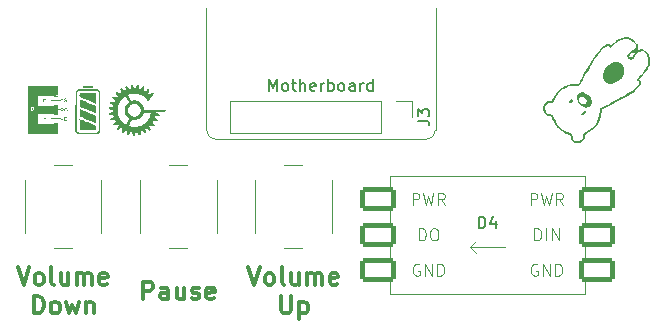
<source format=gto>
G04 #@! TF.GenerationSoftware,KiCad,Pcbnew,9.0.0*
G04 #@! TF.CreationDate,2025-05-13T10:04:43+08:00*
G04 #@! TF.ProjectId,STEAM 2025 V4,53544541-4d20-4323-9032-352056342e6b,rev?*
G04 #@! TF.SameCoordinates,Original*
G04 #@! TF.FileFunction,Legend,Top*
G04 #@! TF.FilePolarity,Positive*
%FSLAX46Y46*%
G04 Gerber Fmt 4.6, Leading zero omitted, Abs format (unit mm)*
G04 Created by KiCad (PCBNEW 9.0.0) date 2025-05-13 10:04:43*
%MOMM*%
%LPD*%
G01*
G04 APERTURE LIST*
G04 Aperture macros list*
%AMRoundRect*
0 Rectangle with rounded corners*
0 $1 Rounding radius*
0 $2 $3 $4 $5 $6 $7 $8 $9 X,Y pos of 4 corners*
0 Add a 4 corners polygon primitive as box body*
4,1,4,$2,$3,$4,$5,$6,$7,$8,$9,$2,$3,0*
0 Add four circle primitives for the rounded corners*
1,1,$1+$1,$2,$3*
1,1,$1+$1,$4,$5*
1,1,$1+$1,$6,$7*
1,1,$1+$1,$8,$9*
0 Add four rect primitives between the rounded corners*
20,1,$1+$1,$2,$3,$4,$5,0*
20,1,$1+$1,$4,$5,$6,$7,0*
20,1,$1+$1,$6,$7,$8,$9,0*
20,1,$1+$1,$8,$9,$2,$3,0*%
G04 Aperture macros list end*
%ADD10C,0.100000*%
%ADD11C,0.300000*%
%ADD12C,0.200000*%
%ADD13C,0.150000*%
%ADD14C,0.000000*%
%ADD15C,0.120000*%
%ADD16RoundRect,0.200000X-1.300000X-0.800000X1.300000X-0.800000X1.300000X0.800000X-1.300000X0.800000X0*%
%ADD17C,2.000000*%
%ADD18R,1.700000X1.700000*%
%ADD19C,1.700000*%
%ADD20C,5.600000*%
G04 APERTURE END LIST*
D10*
X117610000Y-143910000D02*
G75*
G02*
X116810000Y-143110000I0J800000D01*
G01*
X136210000Y-143110000D02*
G75*
G02*
X135410000Y-143910000I-800000J0D01*
G01*
X116810000Y-143110000D02*
X116810000Y-132810000D01*
X135410000Y-143910000D02*
X117610000Y-143910000D01*
X136210000Y-132810000D02*
X136210000Y-143110000D01*
D11*
X120327143Y-154730870D02*
X120827143Y-156230870D01*
X120827143Y-156230870D02*
X121327143Y-154730870D01*
X122041428Y-156230870D02*
X121898571Y-156159442D01*
X121898571Y-156159442D02*
X121827142Y-156088013D01*
X121827142Y-156088013D02*
X121755714Y-155945156D01*
X121755714Y-155945156D02*
X121755714Y-155516584D01*
X121755714Y-155516584D02*
X121827142Y-155373727D01*
X121827142Y-155373727D02*
X121898571Y-155302299D01*
X121898571Y-155302299D02*
X122041428Y-155230870D01*
X122041428Y-155230870D02*
X122255714Y-155230870D01*
X122255714Y-155230870D02*
X122398571Y-155302299D01*
X122398571Y-155302299D02*
X122470000Y-155373727D01*
X122470000Y-155373727D02*
X122541428Y-155516584D01*
X122541428Y-155516584D02*
X122541428Y-155945156D01*
X122541428Y-155945156D02*
X122470000Y-156088013D01*
X122470000Y-156088013D02*
X122398571Y-156159442D01*
X122398571Y-156159442D02*
X122255714Y-156230870D01*
X122255714Y-156230870D02*
X122041428Y-156230870D01*
X123398571Y-156230870D02*
X123255714Y-156159442D01*
X123255714Y-156159442D02*
X123184285Y-156016584D01*
X123184285Y-156016584D02*
X123184285Y-154730870D01*
X124612857Y-155230870D02*
X124612857Y-156230870D01*
X123969999Y-155230870D02*
X123969999Y-156016584D01*
X123969999Y-156016584D02*
X124041428Y-156159442D01*
X124041428Y-156159442D02*
X124184285Y-156230870D01*
X124184285Y-156230870D02*
X124398571Y-156230870D01*
X124398571Y-156230870D02*
X124541428Y-156159442D01*
X124541428Y-156159442D02*
X124612857Y-156088013D01*
X125327142Y-156230870D02*
X125327142Y-155230870D01*
X125327142Y-155373727D02*
X125398571Y-155302299D01*
X125398571Y-155302299D02*
X125541428Y-155230870D01*
X125541428Y-155230870D02*
X125755714Y-155230870D01*
X125755714Y-155230870D02*
X125898571Y-155302299D01*
X125898571Y-155302299D02*
X125970000Y-155445156D01*
X125970000Y-155445156D02*
X125970000Y-156230870D01*
X125970000Y-155445156D02*
X126041428Y-155302299D01*
X126041428Y-155302299D02*
X126184285Y-155230870D01*
X126184285Y-155230870D02*
X126398571Y-155230870D01*
X126398571Y-155230870D02*
X126541428Y-155302299D01*
X126541428Y-155302299D02*
X126612857Y-155445156D01*
X126612857Y-155445156D02*
X126612857Y-156230870D01*
X127898571Y-156159442D02*
X127755714Y-156230870D01*
X127755714Y-156230870D02*
X127470000Y-156230870D01*
X127470000Y-156230870D02*
X127327142Y-156159442D01*
X127327142Y-156159442D02*
X127255714Y-156016584D01*
X127255714Y-156016584D02*
X127255714Y-155445156D01*
X127255714Y-155445156D02*
X127327142Y-155302299D01*
X127327142Y-155302299D02*
X127470000Y-155230870D01*
X127470000Y-155230870D02*
X127755714Y-155230870D01*
X127755714Y-155230870D02*
X127898571Y-155302299D01*
X127898571Y-155302299D02*
X127970000Y-155445156D01*
X127970000Y-155445156D02*
X127970000Y-155588013D01*
X127970000Y-155588013D02*
X127255714Y-155730870D01*
X123112856Y-157145786D02*
X123112856Y-158360072D01*
X123112856Y-158360072D02*
X123184285Y-158502929D01*
X123184285Y-158502929D02*
X123255714Y-158574358D01*
X123255714Y-158574358D02*
X123398571Y-158645786D01*
X123398571Y-158645786D02*
X123684285Y-158645786D01*
X123684285Y-158645786D02*
X123827142Y-158574358D01*
X123827142Y-158574358D02*
X123898571Y-158502929D01*
X123898571Y-158502929D02*
X123969999Y-158360072D01*
X123969999Y-158360072D02*
X123969999Y-157145786D01*
X124684285Y-157645786D02*
X124684285Y-159145786D01*
X124684285Y-157717215D02*
X124827143Y-157645786D01*
X124827143Y-157645786D02*
X125112857Y-157645786D01*
X125112857Y-157645786D02*
X125255714Y-157717215D01*
X125255714Y-157717215D02*
X125327143Y-157788643D01*
X125327143Y-157788643D02*
X125398571Y-157931500D01*
X125398571Y-157931500D02*
X125398571Y-158360072D01*
X125398571Y-158360072D02*
X125327143Y-158502929D01*
X125327143Y-158502929D02*
X125255714Y-158574358D01*
X125255714Y-158574358D02*
X125112857Y-158645786D01*
X125112857Y-158645786D02*
X124827143Y-158645786D01*
X124827143Y-158645786D02*
X124684285Y-158574358D01*
X111429999Y-157448328D02*
X111429999Y-155948328D01*
X111429999Y-155948328D02*
X112001428Y-155948328D01*
X112001428Y-155948328D02*
X112144285Y-156019757D01*
X112144285Y-156019757D02*
X112215714Y-156091185D01*
X112215714Y-156091185D02*
X112287142Y-156234042D01*
X112287142Y-156234042D02*
X112287142Y-156448328D01*
X112287142Y-156448328D02*
X112215714Y-156591185D01*
X112215714Y-156591185D02*
X112144285Y-156662614D01*
X112144285Y-156662614D02*
X112001428Y-156734042D01*
X112001428Y-156734042D02*
X111429999Y-156734042D01*
X113572857Y-157448328D02*
X113572857Y-156662614D01*
X113572857Y-156662614D02*
X113501428Y-156519757D01*
X113501428Y-156519757D02*
X113358571Y-156448328D01*
X113358571Y-156448328D02*
X113072857Y-156448328D01*
X113072857Y-156448328D02*
X112929999Y-156519757D01*
X113572857Y-157376900D02*
X113429999Y-157448328D01*
X113429999Y-157448328D02*
X113072857Y-157448328D01*
X113072857Y-157448328D02*
X112929999Y-157376900D01*
X112929999Y-157376900D02*
X112858571Y-157234042D01*
X112858571Y-157234042D02*
X112858571Y-157091185D01*
X112858571Y-157091185D02*
X112929999Y-156948328D01*
X112929999Y-156948328D02*
X113072857Y-156876900D01*
X113072857Y-156876900D02*
X113429999Y-156876900D01*
X113429999Y-156876900D02*
X113572857Y-156805471D01*
X114930000Y-156448328D02*
X114930000Y-157448328D01*
X114287142Y-156448328D02*
X114287142Y-157234042D01*
X114287142Y-157234042D02*
X114358571Y-157376900D01*
X114358571Y-157376900D02*
X114501428Y-157448328D01*
X114501428Y-157448328D02*
X114715714Y-157448328D01*
X114715714Y-157448328D02*
X114858571Y-157376900D01*
X114858571Y-157376900D02*
X114930000Y-157305471D01*
X115572857Y-157376900D02*
X115715714Y-157448328D01*
X115715714Y-157448328D02*
X116001428Y-157448328D01*
X116001428Y-157448328D02*
X116144285Y-157376900D01*
X116144285Y-157376900D02*
X116215714Y-157234042D01*
X116215714Y-157234042D02*
X116215714Y-157162614D01*
X116215714Y-157162614D02*
X116144285Y-157019757D01*
X116144285Y-157019757D02*
X116001428Y-156948328D01*
X116001428Y-156948328D02*
X115787143Y-156948328D01*
X115787143Y-156948328D02*
X115644285Y-156876900D01*
X115644285Y-156876900D02*
X115572857Y-156734042D01*
X115572857Y-156734042D02*
X115572857Y-156662614D01*
X115572857Y-156662614D02*
X115644285Y-156519757D01*
X115644285Y-156519757D02*
X115787143Y-156448328D01*
X115787143Y-156448328D02*
X116001428Y-156448328D01*
X116001428Y-156448328D02*
X116144285Y-156519757D01*
X117430000Y-157376900D02*
X117287143Y-157448328D01*
X117287143Y-157448328D02*
X117001429Y-157448328D01*
X117001429Y-157448328D02*
X116858571Y-157376900D01*
X116858571Y-157376900D02*
X116787143Y-157234042D01*
X116787143Y-157234042D02*
X116787143Y-156662614D01*
X116787143Y-156662614D02*
X116858571Y-156519757D01*
X116858571Y-156519757D02*
X117001429Y-156448328D01*
X117001429Y-156448328D02*
X117287143Y-156448328D01*
X117287143Y-156448328D02*
X117430000Y-156519757D01*
X117430000Y-156519757D02*
X117501429Y-156662614D01*
X117501429Y-156662614D02*
X117501429Y-156805471D01*
X117501429Y-156805471D02*
X116787143Y-156948328D01*
D12*
X122119047Y-139807219D02*
X122119047Y-138807219D01*
X122119047Y-138807219D02*
X122452380Y-139521504D01*
X122452380Y-139521504D02*
X122785713Y-138807219D01*
X122785713Y-138807219D02*
X122785713Y-139807219D01*
X123404761Y-139807219D02*
X123309523Y-139759600D01*
X123309523Y-139759600D02*
X123261904Y-139711980D01*
X123261904Y-139711980D02*
X123214285Y-139616742D01*
X123214285Y-139616742D02*
X123214285Y-139331028D01*
X123214285Y-139331028D02*
X123261904Y-139235790D01*
X123261904Y-139235790D02*
X123309523Y-139188171D01*
X123309523Y-139188171D02*
X123404761Y-139140552D01*
X123404761Y-139140552D02*
X123547618Y-139140552D01*
X123547618Y-139140552D02*
X123642856Y-139188171D01*
X123642856Y-139188171D02*
X123690475Y-139235790D01*
X123690475Y-139235790D02*
X123738094Y-139331028D01*
X123738094Y-139331028D02*
X123738094Y-139616742D01*
X123738094Y-139616742D02*
X123690475Y-139711980D01*
X123690475Y-139711980D02*
X123642856Y-139759600D01*
X123642856Y-139759600D02*
X123547618Y-139807219D01*
X123547618Y-139807219D02*
X123404761Y-139807219D01*
X124023809Y-139140552D02*
X124404761Y-139140552D01*
X124166666Y-138807219D02*
X124166666Y-139664361D01*
X124166666Y-139664361D02*
X124214285Y-139759600D01*
X124214285Y-139759600D02*
X124309523Y-139807219D01*
X124309523Y-139807219D02*
X124404761Y-139807219D01*
X124738095Y-139807219D02*
X124738095Y-138807219D01*
X125166666Y-139807219D02*
X125166666Y-139283409D01*
X125166666Y-139283409D02*
X125119047Y-139188171D01*
X125119047Y-139188171D02*
X125023809Y-139140552D01*
X125023809Y-139140552D02*
X124880952Y-139140552D01*
X124880952Y-139140552D02*
X124785714Y-139188171D01*
X124785714Y-139188171D02*
X124738095Y-139235790D01*
X126023809Y-139759600D02*
X125928571Y-139807219D01*
X125928571Y-139807219D02*
X125738095Y-139807219D01*
X125738095Y-139807219D02*
X125642857Y-139759600D01*
X125642857Y-139759600D02*
X125595238Y-139664361D01*
X125595238Y-139664361D02*
X125595238Y-139283409D01*
X125595238Y-139283409D02*
X125642857Y-139188171D01*
X125642857Y-139188171D02*
X125738095Y-139140552D01*
X125738095Y-139140552D02*
X125928571Y-139140552D01*
X125928571Y-139140552D02*
X126023809Y-139188171D01*
X126023809Y-139188171D02*
X126071428Y-139283409D01*
X126071428Y-139283409D02*
X126071428Y-139378647D01*
X126071428Y-139378647D02*
X125595238Y-139473885D01*
X126500000Y-139807219D02*
X126500000Y-139140552D01*
X126500000Y-139331028D02*
X126547619Y-139235790D01*
X126547619Y-139235790D02*
X126595238Y-139188171D01*
X126595238Y-139188171D02*
X126690476Y-139140552D01*
X126690476Y-139140552D02*
X126785714Y-139140552D01*
X127119048Y-139807219D02*
X127119048Y-138807219D01*
X127119048Y-139188171D02*
X127214286Y-139140552D01*
X127214286Y-139140552D02*
X127404762Y-139140552D01*
X127404762Y-139140552D02*
X127500000Y-139188171D01*
X127500000Y-139188171D02*
X127547619Y-139235790D01*
X127547619Y-139235790D02*
X127595238Y-139331028D01*
X127595238Y-139331028D02*
X127595238Y-139616742D01*
X127595238Y-139616742D02*
X127547619Y-139711980D01*
X127547619Y-139711980D02*
X127500000Y-139759600D01*
X127500000Y-139759600D02*
X127404762Y-139807219D01*
X127404762Y-139807219D02*
X127214286Y-139807219D01*
X127214286Y-139807219D02*
X127119048Y-139759600D01*
X128166667Y-139807219D02*
X128071429Y-139759600D01*
X128071429Y-139759600D02*
X128023810Y-139711980D01*
X128023810Y-139711980D02*
X127976191Y-139616742D01*
X127976191Y-139616742D02*
X127976191Y-139331028D01*
X127976191Y-139331028D02*
X128023810Y-139235790D01*
X128023810Y-139235790D02*
X128071429Y-139188171D01*
X128071429Y-139188171D02*
X128166667Y-139140552D01*
X128166667Y-139140552D02*
X128309524Y-139140552D01*
X128309524Y-139140552D02*
X128404762Y-139188171D01*
X128404762Y-139188171D02*
X128452381Y-139235790D01*
X128452381Y-139235790D02*
X128500000Y-139331028D01*
X128500000Y-139331028D02*
X128500000Y-139616742D01*
X128500000Y-139616742D02*
X128452381Y-139711980D01*
X128452381Y-139711980D02*
X128404762Y-139759600D01*
X128404762Y-139759600D02*
X128309524Y-139807219D01*
X128309524Y-139807219D02*
X128166667Y-139807219D01*
X129357143Y-139807219D02*
X129357143Y-139283409D01*
X129357143Y-139283409D02*
X129309524Y-139188171D01*
X129309524Y-139188171D02*
X129214286Y-139140552D01*
X129214286Y-139140552D02*
X129023810Y-139140552D01*
X129023810Y-139140552D02*
X128928572Y-139188171D01*
X129357143Y-139759600D02*
X129261905Y-139807219D01*
X129261905Y-139807219D02*
X129023810Y-139807219D01*
X129023810Y-139807219D02*
X128928572Y-139759600D01*
X128928572Y-139759600D02*
X128880953Y-139664361D01*
X128880953Y-139664361D02*
X128880953Y-139569123D01*
X128880953Y-139569123D02*
X128928572Y-139473885D01*
X128928572Y-139473885D02*
X129023810Y-139426266D01*
X129023810Y-139426266D02*
X129261905Y-139426266D01*
X129261905Y-139426266D02*
X129357143Y-139378647D01*
X129833334Y-139807219D02*
X129833334Y-139140552D01*
X129833334Y-139331028D02*
X129880953Y-139235790D01*
X129880953Y-139235790D02*
X129928572Y-139188171D01*
X129928572Y-139188171D02*
X130023810Y-139140552D01*
X130023810Y-139140552D02*
X130119048Y-139140552D01*
X130880953Y-139807219D02*
X130880953Y-138807219D01*
X130880953Y-139759600D02*
X130785715Y-139807219D01*
X130785715Y-139807219D02*
X130595239Y-139807219D01*
X130595239Y-139807219D02*
X130500001Y-139759600D01*
X130500001Y-139759600D02*
X130452382Y-139711980D01*
X130452382Y-139711980D02*
X130404763Y-139616742D01*
X130404763Y-139616742D02*
X130404763Y-139331028D01*
X130404763Y-139331028D02*
X130452382Y-139235790D01*
X130452382Y-139235790D02*
X130500001Y-139188171D01*
X130500001Y-139188171D02*
X130595239Y-139140552D01*
X130595239Y-139140552D02*
X130785715Y-139140552D01*
X130785715Y-139140552D02*
X130880953Y-139188171D01*
D11*
X100827143Y-154730870D02*
X101327143Y-156230870D01*
X101327143Y-156230870D02*
X101827143Y-154730870D01*
X102541428Y-156230870D02*
X102398571Y-156159442D01*
X102398571Y-156159442D02*
X102327142Y-156088013D01*
X102327142Y-156088013D02*
X102255714Y-155945156D01*
X102255714Y-155945156D02*
X102255714Y-155516584D01*
X102255714Y-155516584D02*
X102327142Y-155373727D01*
X102327142Y-155373727D02*
X102398571Y-155302299D01*
X102398571Y-155302299D02*
X102541428Y-155230870D01*
X102541428Y-155230870D02*
X102755714Y-155230870D01*
X102755714Y-155230870D02*
X102898571Y-155302299D01*
X102898571Y-155302299D02*
X102970000Y-155373727D01*
X102970000Y-155373727D02*
X103041428Y-155516584D01*
X103041428Y-155516584D02*
X103041428Y-155945156D01*
X103041428Y-155945156D02*
X102970000Y-156088013D01*
X102970000Y-156088013D02*
X102898571Y-156159442D01*
X102898571Y-156159442D02*
X102755714Y-156230870D01*
X102755714Y-156230870D02*
X102541428Y-156230870D01*
X103898571Y-156230870D02*
X103755714Y-156159442D01*
X103755714Y-156159442D02*
X103684285Y-156016584D01*
X103684285Y-156016584D02*
X103684285Y-154730870D01*
X105112857Y-155230870D02*
X105112857Y-156230870D01*
X104469999Y-155230870D02*
X104469999Y-156016584D01*
X104469999Y-156016584D02*
X104541428Y-156159442D01*
X104541428Y-156159442D02*
X104684285Y-156230870D01*
X104684285Y-156230870D02*
X104898571Y-156230870D01*
X104898571Y-156230870D02*
X105041428Y-156159442D01*
X105041428Y-156159442D02*
X105112857Y-156088013D01*
X105827142Y-156230870D02*
X105827142Y-155230870D01*
X105827142Y-155373727D02*
X105898571Y-155302299D01*
X105898571Y-155302299D02*
X106041428Y-155230870D01*
X106041428Y-155230870D02*
X106255714Y-155230870D01*
X106255714Y-155230870D02*
X106398571Y-155302299D01*
X106398571Y-155302299D02*
X106470000Y-155445156D01*
X106470000Y-155445156D02*
X106470000Y-156230870D01*
X106470000Y-155445156D02*
X106541428Y-155302299D01*
X106541428Y-155302299D02*
X106684285Y-155230870D01*
X106684285Y-155230870D02*
X106898571Y-155230870D01*
X106898571Y-155230870D02*
X107041428Y-155302299D01*
X107041428Y-155302299D02*
X107112857Y-155445156D01*
X107112857Y-155445156D02*
X107112857Y-156230870D01*
X108398571Y-156159442D02*
X108255714Y-156230870D01*
X108255714Y-156230870D02*
X107970000Y-156230870D01*
X107970000Y-156230870D02*
X107827142Y-156159442D01*
X107827142Y-156159442D02*
X107755714Y-156016584D01*
X107755714Y-156016584D02*
X107755714Y-155445156D01*
X107755714Y-155445156D02*
X107827142Y-155302299D01*
X107827142Y-155302299D02*
X107970000Y-155230870D01*
X107970000Y-155230870D02*
X108255714Y-155230870D01*
X108255714Y-155230870D02*
X108398571Y-155302299D01*
X108398571Y-155302299D02*
X108470000Y-155445156D01*
X108470000Y-155445156D02*
X108470000Y-155588013D01*
X108470000Y-155588013D02*
X107755714Y-155730870D01*
X102184285Y-158645786D02*
X102184285Y-157145786D01*
X102184285Y-157145786D02*
X102541428Y-157145786D01*
X102541428Y-157145786D02*
X102755714Y-157217215D01*
X102755714Y-157217215D02*
X102898571Y-157360072D01*
X102898571Y-157360072D02*
X102970000Y-157502929D01*
X102970000Y-157502929D02*
X103041428Y-157788643D01*
X103041428Y-157788643D02*
X103041428Y-158002929D01*
X103041428Y-158002929D02*
X102970000Y-158288643D01*
X102970000Y-158288643D02*
X102898571Y-158431500D01*
X102898571Y-158431500D02*
X102755714Y-158574358D01*
X102755714Y-158574358D02*
X102541428Y-158645786D01*
X102541428Y-158645786D02*
X102184285Y-158645786D01*
X103898571Y-158645786D02*
X103755714Y-158574358D01*
X103755714Y-158574358D02*
X103684285Y-158502929D01*
X103684285Y-158502929D02*
X103612857Y-158360072D01*
X103612857Y-158360072D02*
X103612857Y-157931500D01*
X103612857Y-157931500D02*
X103684285Y-157788643D01*
X103684285Y-157788643D02*
X103755714Y-157717215D01*
X103755714Y-157717215D02*
X103898571Y-157645786D01*
X103898571Y-157645786D02*
X104112857Y-157645786D01*
X104112857Y-157645786D02*
X104255714Y-157717215D01*
X104255714Y-157717215D02*
X104327143Y-157788643D01*
X104327143Y-157788643D02*
X104398571Y-157931500D01*
X104398571Y-157931500D02*
X104398571Y-158360072D01*
X104398571Y-158360072D02*
X104327143Y-158502929D01*
X104327143Y-158502929D02*
X104255714Y-158574358D01*
X104255714Y-158574358D02*
X104112857Y-158645786D01*
X104112857Y-158645786D02*
X103898571Y-158645786D01*
X104898571Y-157645786D02*
X105184286Y-158645786D01*
X105184286Y-158645786D02*
X105470000Y-157931500D01*
X105470000Y-157931500D02*
X105755714Y-158645786D01*
X105755714Y-158645786D02*
X106041428Y-157645786D01*
X106612857Y-157645786D02*
X106612857Y-158645786D01*
X106612857Y-157788643D02*
X106684286Y-157717215D01*
X106684286Y-157717215D02*
X106827143Y-157645786D01*
X106827143Y-157645786D02*
X107041429Y-157645786D01*
X107041429Y-157645786D02*
X107184286Y-157717215D01*
X107184286Y-157717215D02*
X107255715Y-157860072D01*
X107255715Y-157860072D02*
X107255715Y-158645786D01*
D13*
X139861905Y-151444819D02*
X139861905Y-150444819D01*
X139861905Y-150444819D02*
X140100000Y-150444819D01*
X140100000Y-150444819D02*
X140242857Y-150492438D01*
X140242857Y-150492438D02*
X140338095Y-150587676D01*
X140338095Y-150587676D02*
X140385714Y-150682914D01*
X140385714Y-150682914D02*
X140433333Y-150873390D01*
X140433333Y-150873390D02*
X140433333Y-151016247D01*
X140433333Y-151016247D02*
X140385714Y-151206723D01*
X140385714Y-151206723D02*
X140338095Y-151301961D01*
X140338095Y-151301961D02*
X140242857Y-151397200D01*
X140242857Y-151397200D02*
X140100000Y-151444819D01*
X140100000Y-151444819D02*
X139861905Y-151444819D01*
X141290476Y-150778152D02*
X141290476Y-151444819D01*
X141052381Y-150397200D02*
X140814286Y-151111485D01*
X140814286Y-151111485D02*
X141433333Y-151111485D01*
D10*
X144838095Y-154495038D02*
X144742857Y-154447419D01*
X144742857Y-154447419D02*
X144600000Y-154447419D01*
X144600000Y-154447419D02*
X144457143Y-154495038D01*
X144457143Y-154495038D02*
X144361905Y-154590276D01*
X144361905Y-154590276D02*
X144314286Y-154685514D01*
X144314286Y-154685514D02*
X144266667Y-154875990D01*
X144266667Y-154875990D02*
X144266667Y-155018847D01*
X144266667Y-155018847D02*
X144314286Y-155209323D01*
X144314286Y-155209323D02*
X144361905Y-155304561D01*
X144361905Y-155304561D02*
X144457143Y-155399800D01*
X144457143Y-155399800D02*
X144600000Y-155447419D01*
X144600000Y-155447419D02*
X144695238Y-155447419D01*
X144695238Y-155447419D02*
X144838095Y-155399800D01*
X144838095Y-155399800D02*
X144885714Y-155352180D01*
X144885714Y-155352180D02*
X144885714Y-155018847D01*
X144885714Y-155018847D02*
X144695238Y-155018847D01*
X145314286Y-155447419D02*
X145314286Y-154447419D01*
X145314286Y-154447419D02*
X145885714Y-155447419D01*
X145885714Y-155447419D02*
X145885714Y-154447419D01*
X146361905Y-155447419D02*
X146361905Y-154447419D01*
X146361905Y-154447419D02*
X146600000Y-154447419D01*
X146600000Y-154447419D02*
X146742857Y-154495038D01*
X146742857Y-154495038D02*
X146838095Y-154590276D01*
X146838095Y-154590276D02*
X146885714Y-154685514D01*
X146885714Y-154685514D02*
X146933333Y-154875990D01*
X146933333Y-154875990D02*
X146933333Y-155018847D01*
X146933333Y-155018847D02*
X146885714Y-155209323D01*
X146885714Y-155209323D02*
X146838095Y-155304561D01*
X146838095Y-155304561D02*
X146742857Y-155399800D01*
X146742857Y-155399800D02*
X146600000Y-155447419D01*
X146600000Y-155447419D02*
X146361905Y-155447419D01*
X144266667Y-149447419D02*
X144266667Y-148447419D01*
X144266667Y-148447419D02*
X144647619Y-148447419D01*
X144647619Y-148447419D02*
X144742857Y-148495038D01*
X144742857Y-148495038D02*
X144790476Y-148542657D01*
X144790476Y-148542657D02*
X144838095Y-148637895D01*
X144838095Y-148637895D02*
X144838095Y-148780752D01*
X144838095Y-148780752D02*
X144790476Y-148875990D01*
X144790476Y-148875990D02*
X144742857Y-148923609D01*
X144742857Y-148923609D02*
X144647619Y-148971228D01*
X144647619Y-148971228D02*
X144266667Y-148971228D01*
X145171429Y-148447419D02*
X145409524Y-149447419D01*
X145409524Y-149447419D02*
X145600000Y-148733133D01*
X145600000Y-148733133D02*
X145790476Y-149447419D01*
X145790476Y-149447419D02*
X146028572Y-148447419D01*
X146980952Y-149447419D02*
X146647619Y-148971228D01*
X146409524Y-149447419D02*
X146409524Y-148447419D01*
X146409524Y-148447419D02*
X146790476Y-148447419D01*
X146790476Y-148447419D02*
X146885714Y-148495038D01*
X146885714Y-148495038D02*
X146933333Y-148542657D01*
X146933333Y-148542657D02*
X146980952Y-148637895D01*
X146980952Y-148637895D02*
X146980952Y-148780752D01*
X146980952Y-148780752D02*
X146933333Y-148875990D01*
X146933333Y-148875990D02*
X146885714Y-148923609D01*
X146885714Y-148923609D02*
X146790476Y-148971228D01*
X146790476Y-148971228D02*
X146409524Y-148971228D01*
X134266667Y-149447419D02*
X134266667Y-148447419D01*
X134266667Y-148447419D02*
X134647619Y-148447419D01*
X134647619Y-148447419D02*
X134742857Y-148495038D01*
X134742857Y-148495038D02*
X134790476Y-148542657D01*
X134790476Y-148542657D02*
X134838095Y-148637895D01*
X134838095Y-148637895D02*
X134838095Y-148780752D01*
X134838095Y-148780752D02*
X134790476Y-148875990D01*
X134790476Y-148875990D02*
X134742857Y-148923609D01*
X134742857Y-148923609D02*
X134647619Y-148971228D01*
X134647619Y-148971228D02*
X134266667Y-148971228D01*
X135171429Y-148447419D02*
X135409524Y-149447419D01*
X135409524Y-149447419D02*
X135600000Y-148733133D01*
X135600000Y-148733133D02*
X135790476Y-149447419D01*
X135790476Y-149447419D02*
X136028572Y-148447419D01*
X136980952Y-149447419D02*
X136647619Y-148971228D01*
X136409524Y-149447419D02*
X136409524Y-148447419D01*
X136409524Y-148447419D02*
X136790476Y-148447419D01*
X136790476Y-148447419D02*
X136885714Y-148495038D01*
X136885714Y-148495038D02*
X136933333Y-148542657D01*
X136933333Y-148542657D02*
X136980952Y-148637895D01*
X136980952Y-148637895D02*
X136980952Y-148780752D01*
X136980952Y-148780752D02*
X136933333Y-148875990D01*
X136933333Y-148875990D02*
X136885714Y-148923609D01*
X136885714Y-148923609D02*
X136790476Y-148971228D01*
X136790476Y-148971228D02*
X136409524Y-148971228D01*
X144576191Y-152447419D02*
X144576191Y-151447419D01*
X144576191Y-151447419D02*
X144814286Y-151447419D01*
X144814286Y-151447419D02*
X144957143Y-151495038D01*
X144957143Y-151495038D02*
X145052381Y-151590276D01*
X145052381Y-151590276D02*
X145100000Y-151685514D01*
X145100000Y-151685514D02*
X145147619Y-151875990D01*
X145147619Y-151875990D02*
X145147619Y-152018847D01*
X145147619Y-152018847D02*
X145100000Y-152209323D01*
X145100000Y-152209323D02*
X145052381Y-152304561D01*
X145052381Y-152304561D02*
X144957143Y-152399800D01*
X144957143Y-152399800D02*
X144814286Y-152447419D01*
X144814286Y-152447419D02*
X144576191Y-152447419D01*
X145576191Y-152447419D02*
X145576191Y-151447419D01*
X146052381Y-152447419D02*
X146052381Y-151447419D01*
X146052381Y-151447419D02*
X146623809Y-152447419D01*
X146623809Y-152447419D02*
X146623809Y-151447419D01*
X134838095Y-154495038D02*
X134742857Y-154447419D01*
X134742857Y-154447419D02*
X134600000Y-154447419D01*
X134600000Y-154447419D02*
X134457143Y-154495038D01*
X134457143Y-154495038D02*
X134361905Y-154590276D01*
X134361905Y-154590276D02*
X134314286Y-154685514D01*
X134314286Y-154685514D02*
X134266667Y-154875990D01*
X134266667Y-154875990D02*
X134266667Y-155018847D01*
X134266667Y-155018847D02*
X134314286Y-155209323D01*
X134314286Y-155209323D02*
X134361905Y-155304561D01*
X134361905Y-155304561D02*
X134457143Y-155399800D01*
X134457143Y-155399800D02*
X134600000Y-155447419D01*
X134600000Y-155447419D02*
X134695238Y-155447419D01*
X134695238Y-155447419D02*
X134838095Y-155399800D01*
X134838095Y-155399800D02*
X134885714Y-155352180D01*
X134885714Y-155352180D02*
X134885714Y-155018847D01*
X134885714Y-155018847D02*
X134695238Y-155018847D01*
X135314286Y-155447419D02*
X135314286Y-154447419D01*
X135314286Y-154447419D02*
X135885714Y-155447419D01*
X135885714Y-155447419D02*
X135885714Y-154447419D01*
X136361905Y-155447419D02*
X136361905Y-154447419D01*
X136361905Y-154447419D02*
X136600000Y-154447419D01*
X136600000Y-154447419D02*
X136742857Y-154495038D01*
X136742857Y-154495038D02*
X136838095Y-154590276D01*
X136838095Y-154590276D02*
X136885714Y-154685514D01*
X136885714Y-154685514D02*
X136933333Y-154875990D01*
X136933333Y-154875990D02*
X136933333Y-155018847D01*
X136933333Y-155018847D02*
X136885714Y-155209323D01*
X136885714Y-155209323D02*
X136838095Y-155304561D01*
X136838095Y-155304561D02*
X136742857Y-155399800D01*
X136742857Y-155399800D02*
X136600000Y-155447419D01*
X136600000Y-155447419D02*
X136361905Y-155447419D01*
X134814286Y-152447419D02*
X134814286Y-151447419D01*
X134814286Y-151447419D02*
X135052381Y-151447419D01*
X135052381Y-151447419D02*
X135195238Y-151495038D01*
X135195238Y-151495038D02*
X135290476Y-151590276D01*
X135290476Y-151590276D02*
X135338095Y-151685514D01*
X135338095Y-151685514D02*
X135385714Y-151875990D01*
X135385714Y-151875990D02*
X135385714Y-152018847D01*
X135385714Y-152018847D02*
X135338095Y-152209323D01*
X135338095Y-152209323D02*
X135290476Y-152304561D01*
X135290476Y-152304561D02*
X135195238Y-152399800D01*
X135195238Y-152399800D02*
X135052381Y-152447419D01*
X135052381Y-152447419D02*
X134814286Y-152447419D01*
X136004762Y-151447419D02*
X136195238Y-151447419D01*
X136195238Y-151447419D02*
X136290476Y-151495038D01*
X136290476Y-151495038D02*
X136385714Y-151590276D01*
X136385714Y-151590276D02*
X136433333Y-151780752D01*
X136433333Y-151780752D02*
X136433333Y-152114085D01*
X136433333Y-152114085D02*
X136385714Y-152304561D01*
X136385714Y-152304561D02*
X136290476Y-152399800D01*
X136290476Y-152399800D02*
X136195238Y-152447419D01*
X136195238Y-152447419D02*
X136004762Y-152447419D01*
X136004762Y-152447419D02*
X135909524Y-152399800D01*
X135909524Y-152399800D02*
X135814286Y-152304561D01*
X135814286Y-152304561D02*
X135766667Y-152114085D01*
X135766667Y-152114085D02*
X135766667Y-151780752D01*
X135766667Y-151780752D02*
X135814286Y-151590276D01*
X135814286Y-151590276D02*
X135909524Y-151495038D01*
X135909524Y-151495038D02*
X136004762Y-151447419D01*
D13*
X134684819Y-142333333D02*
X135399104Y-142333333D01*
X135399104Y-142333333D02*
X135541961Y-142380952D01*
X135541961Y-142380952D02*
X135637200Y-142476190D01*
X135637200Y-142476190D02*
X135684819Y-142619047D01*
X135684819Y-142619047D02*
X135684819Y-142714285D01*
X134684819Y-141952380D02*
X134684819Y-141333333D01*
X134684819Y-141333333D02*
X135065771Y-141666666D01*
X135065771Y-141666666D02*
X135065771Y-141523809D01*
X135065771Y-141523809D02*
X135113390Y-141428571D01*
X135113390Y-141428571D02*
X135161009Y-141380952D01*
X135161009Y-141380952D02*
X135256247Y-141333333D01*
X135256247Y-141333333D02*
X135494342Y-141333333D01*
X135494342Y-141333333D02*
X135589580Y-141380952D01*
X135589580Y-141380952D02*
X135637200Y-141428571D01*
X135637200Y-141428571D02*
X135684819Y-141523809D01*
X135684819Y-141523809D02*
X135684819Y-141809523D01*
X135684819Y-141809523D02*
X135637200Y-141904761D01*
X135637200Y-141904761D02*
X135589580Y-141952380D01*
D10*
X139100000Y-152990000D02*
X139600000Y-152490000D01*
X139100000Y-152990000D02*
X139600000Y-153490000D01*
X139600000Y-152490000D02*
X139100000Y-152990000D01*
X142100000Y-152990000D02*
X139100000Y-152990000D01*
X132350000Y-146990000D02*
X148850000Y-146990000D01*
X148850000Y-156990000D01*
X132350000Y-156990000D01*
X132350000Y-146990000D01*
D14*
G36*
X104269416Y-139394727D02*
G01*
X104269416Y-140285941D01*
X104091175Y-140285936D01*
X104042291Y-140285605D01*
X104002748Y-140284501D01*
X103986208Y-140283607D01*
X103971677Y-140282459D01*
X103959047Y-140281036D01*
X103948208Y-140279319D01*
X103939051Y-140277285D01*
X103931468Y-140274916D01*
X103925351Y-140272190D01*
X103920589Y-140269089D01*
X103917075Y-140265590D01*
X103914700Y-140261674D01*
X103913861Y-140258960D01*
X103983754Y-140258960D01*
X103984232Y-140262272D01*
X103986235Y-140263388D01*
X103987747Y-140263161D01*
X103989510Y-140262519D01*
X103991517Y-140261474D01*
X103993758Y-140260034D01*
X103996226Y-140258212D01*
X103998912Y-140256016D01*
X104004904Y-140250546D01*
X104011667Y-140243708D01*
X104012330Y-140242987D01*
X104058528Y-140242987D01*
X104058954Y-140245729D01*
X104060018Y-140248191D01*
X104061680Y-140250379D01*
X104063902Y-140252294D01*
X104066644Y-140253941D01*
X104069868Y-140255322D01*
X104073533Y-140256442D01*
X104077602Y-140257304D01*
X104082035Y-140257912D01*
X104086793Y-140258268D01*
X104091837Y-140258376D01*
X104097129Y-140258241D01*
X104102628Y-140257864D01*
X104114093Y-140256402D01*
X104125922Y-140254019D01*
X104137801Y-140250743D01*
X104143661Y-140248778D01*
X104149418Y-140246600D01*
X104155030Y-140244212D01*
X104160460Y-140241619D01*
X104165668Y-140238823D01*
X104170616Y-140235827D01*
X104175264Y-140232636D01*
X104179572Y-140229253D01*
X104183503Y-140225681D01*
X104187017Y-140221924D01*
X104186977Y-140221908D01*
X104195099Y-140211968D01*
X104202515Y-140201999D01*
X104209204Y-140192078D01*
X104215145Y-140182283D01*
X104220317Y-140172690D01*
X104224697Y-140163376D01*
X104228264Y-140154419D01*
X104230997Y-140145894D01*
X104232875Y-140137880D01*
X104233876Y-140130452D01*
X104234040Y-140126983D01*
X104233978Y-140123689D01*
X104233685Y-140120580D01*
X104233160Y-140117667D01*
X104232400Y-140114957D01*
X104231401Y-140112462D01*
X104230162Y-140110190D01*
X104228679Y-140108152D01*
X104226951Y-140106357D01*
X104224973Y-140104814D01*
X104222745Y-140103534D01*
X104220262Y-140102525D01*
X104218709Y-140101957D01*
X104217261Y-140101323D01*
X104215916Y-140100621D01*
X104214675Y-140099851D01*
X104213538Y-140099010D01*
X104212505Y-140098098D01*
X104211576Y-140097114D01*
X104210751Y-140096056D01*
X104210031Y-140094922D01*
X104209415Y-140093713D01*
X104208903Y-140092426D01*
X104208496Y-140091061D01*
X104208193Y-140089616D01*
X104207994Y-140088090D01*
X104207900Y-140086482D01*
X104207911Y-140084790D01*
X104208026Y-140083014D01*
X104208247Y-140081151D01*
X104208572Y-140079202D01*
X104209002Y-140077165D01*
X104209536Y-140075037D01*
X104210176Y-140072820D01*
X104210921Y-140070510D01*
X104211771Y-140068107D01*
X104212726Y-140065610D01*
X104213786Y-140063017D01*
X104214952Y-140060328D01*
X104216223Y-140057540D01*
X104217599Y-140054653D01*
X104219081Y-140051666D01*
X104220668Y-140048577D01*
X104222361Y-140045386D01*
X104224937Y-140040388D01*
X104227245Y-140035530D01*
X104229279Y-140030837D01*
X104231038Y-140026335D01*
X104232516Y-140022048D01*
X104233711Y-140018003D01*
X104234619Y-140014223D01*
X104235236Y-140010734D01*
X104235559Y-140007562D01*
X104235585Y-140004731D01*
X104235309Y-140002266D01*
X104235058Y-140001179D01*
X104234729Y-140000193D01*
X104234324Y-139999312D01*
X104233841Y-139998537D01*
X104233280Y-139997874D01*
X104232640Y-139997323D01*
X104231922Y-139996890D01*
X104231125Y-139996577D01*
X104230247Y-139996386D01*
X104229290Y-139996322D01*
X104227589Y-139996689D01*
X104225471Y-139997774D01*
X104222956Y-139999552D01*
X104220061Y-140001996D01*
X104213210Y-140008775D01*
X104205068Y-140017899D01*
X104195786Y-140029156D01*
X104185515Y-140042333D01*
X104174404Y-140057218D01*
X104162605Y-140073600D01*
X104150267Y-140091266D01*
X104137542Y-140110003D01*
X104124578Y-140129601D01*
X104111528Y-140149845D01*
X104098541Y-140170525D01*
X104085768Y-140191428D01*
X104073359Y-140212341D01*
X104061465Y-140233054D01*
X104059744Y-140236653D01*
X104058778Y-140239963D01*
X104058528Y-140242987D01*
X104012330Y-140242987D01*
X104019134Y-140235585D01*
X104027236Y-140226259D01*
X104035907Y-140215814D01*
X104045080Y-140204331D01*
X104054687Y-140191893D01*
X104064660Y-140178584D01*
X104074933Y-140164486D01*
X104085438Y-140149681D01*
X104096107Y-140134253D01*
X104106873Y-140118284D01*
X104117669Y-140101857D01*
X104117669Y-140101862D01*
X104156444Y-140041297D01*
X104187739Y-139990571D01*
X104211809Y-139949158D01*
X104221214Y-139931778D01*
X104228907Y-139916529D01*
X104234922Y-139903344D01*
X104239288Y-139892158D01*
X104242040Y-139882904D01*
X104243207Y-139875517D01*
X104242822Y-139869930D01*
X104242058Y-139867791D01*
X104240917Y-139866078D01*
X104239404Y-139864782D01*
X104237524Y-139863895D01*
X104232673Y-139863315D01*
X104229215Y-139864556D01*
X104224583Y-139867985D01*
X104212158Y-139880821D01*
X104196119Y-139900654D01*
X104177186Y-139926316D01*
X104133514Y-139990449D01*
X104086903Y-140063868D01*
X104043110Y-140137223D01*
X104024071Y-140170954D01*
X104007895Y-140201162D01*
X103995304Y-140226679D01*
X103987017Y-140246334D01*
X103984713Y-140253599D01*
X103983754Y-140258960D01*
X103913861Y-140258960D01*
X103913355Y-140257321D01*
X103912930Y-140252509D01*
X103912846Y-140250153D01*
X103912587Y-140247901D01*
X103912147Y-140245750D01*
X103911518Y-140243698D01*
X103910695Y-140241744D01*
X103909669Y-140239886D01*
X103908435Y-140238121D01*
X103906984Y-140236449D01*
X103905311Y-140234867D01*
X103903409Y-140233374D01*
X103901270Y-140231967D01*
X103898887Y-140230644D01*
X103896254Y-140229405D01*
X103893363Y-140228246D01*
X103890208Y-140227166D01*
X103886783Y-140226163D01*
X103883079Y-140225236D01*
X103879090Y-140224381D01*
X103874809Y-140223599D01*
X103870229Y-140222886D01*
X103865344Y-140222241D01*
X103860146Y-140221662D01*
X103854628Y-140221146D01*
X103848784Y-140220693D01*
X103842606Y-140220301D01*
X103836089Y-140219966D01*
X103829224Y-140219689D01*
X103822005Y-140219465D01*
X103806476Y-140219176D01*
X103789448Y-140219083D01*
X103665969Y-140219083D01*
X103672468Y-140391754D01*
X103678968Y-140564431D01*
X104065027Y-140570557D01*
X104191116Y-140572410D01*
X104287140Y-140573096D01*
X104358167Y-140572072D01*
X104385889Y-140570750D01*
X104409261Y-140568797D01*
X104428916Y-140566146D01*
X104445488Y-140562729D01*
X104459610Y-140558479D01*
X104471914Y-140553327D01*
X104483034Y-140547206D01*
X104493603Y-140540049D01*
X104515622Y-140522353D01*
X104522394Y-140516841D01*
X104529148Y-140511713D01*
X104535877Y-140506970D01*
X104542576Y-140502610D01*
X104549240Y-140498633D01*
X104555863Y-140495039D01*
X104562439Y-140491827D01*
X104568961Y-140488997D01*
X104575425Y-140486549D01*
X104581825Y-140484482D01*
X104588155Y-140482796D01*
X104594408Y-140481491D01*
X104600580Y-140480565D01*
X104606665Y-140480020D01*
X104612656Y-140479853D01*
X104618549Y-140480065D01*
X104624336Y-140480656D01*
X104630014Y-140481625D01*
X104635575Y-140482972D01*
X104641014Y-140484696D01*
X104646325Y-140486797D01*
X104651503Y-140489274D01*
X104656541Y-140492128D01*
X104661435Y-140495357D01*
X104666178Y-140498962D01*
X104670764Y-140502942D01*
X104675188Y-140507296D01*
X104679443Y-140512025D01*
X104683525Y-140517127D01*
X104687428Y-140522603D01*
X104691145Y-140528452D01*
X104694671Y-140534673D01*
X104699043Y-140543750D01*
X104702500Y-140552868D01*
X104705074Y-140561997D01*
X104706798Y-140571105D01*
X104707702Y-140580160D01*
X104707819Y-140589130D01*
X104707181Y-140597984D01*
X104705821Y-140606689D01*
X104703769Y-140615215D01*
X104701059Y-140623528D01*
X104697722Y-140631598D01*
X104693790Y-140639393D01*
X104689296Y-140646880D01*
X104684271Y-140654029D01*
X104678747Y-140660807D01*
X104672756Y-140667182D01*
X104666331Y-140673123D01*
X104659504Y-140678598D01*
X104652306Y-140683575D01*
X104644769Y-140688023D01*
X104636926Y-140691909D01*
X104628808Y-140695202D01*
X104620448Y-140697870D01*
X104611878Y-140699882D01*
X104603129Y-140701205D01*
X104594234Y-140701808D01*
X104585225Y-140701658D01*
X104576133Y-140700725D01*
X104566992Y-140698977D01*
X104557832Y-140696381D01*
X104548686Y-140692905D01*
X104539586Y-140688519D01*
X104534773Y-140685804D01*
X104530093Y-140682951D01*
X104525568Y-140679984D01*
X104521225Y-140676925D01*
X104517087Y-140673800D01*
X104513179Y-140670630D01*
X104509527Y-140667439D01*
X104506154Y-140664252D01*
X104503085Y-140661091D01*
X104500346Y-140657979D01*
X104497961Y-140654941D01*
X104495954Y-140651999D01*
X104494350Y-140649177D01*
X104493175Y-140646499D01*
X104492755Y-140645221D01*
X104492452Y-140643988D01*
X104492268Y-140642802D01*
X104492207Y-140641667D01*
X104491733Y-140640459D01*
X104490322Y-140639280D01*
X104487988Y-140638128D01*
X104484744Y-140637005D01*
X104475581Y-140634848D01*
X104462943Y-140632816D01*
X104446940Y-140630913D01*
X104427680Y-140629145D01*
X104405272Y-140627518D01*
X104379827Y-140626039D01*
X104320260Y-140623543D01*
X104249853Y-140621703D01*
X104169480Y-140620565D01*
X104080016Y-140620176D01*
X103667827Y-140620176D01*
X103667827Y-141043502D01*
X103790369Y-141043502D01*
X103822644Y-141043118D01*
X103836611Y-141042616D01*
X103849203Y-141041887D01*
X103860476Y-141040917D01*
X103870483Y-141039691D01*
X103879278Y-141038193D01*
X103886917Y-141036410D01*
X103893454Y-141034326D01*
X103898943Y-141031927D01*
X103903438Y-141029197D01*
X103906993Y-141026122D01*
X103909664Y-141022687D01*
X103911505Y-141018878D01*
X103912569Y-141014679D01*
X103912912Y-141010076D01*
X103913016Y-141006672D01*
X103913324Y-141003363D01*
X103913823Y-141000167D01*
X103914504Y-140997100D01*
X103915357Y-140994180D01*
X103916371Y-140991423D01*
X103917536Y-140988848D01*
X103918841Y-140986471D01*
X103920277Y-140984309D01*
X103921832Y-140982380D01*
X103923498Y-140980700D01*
X103924368Y-140979959D01*
X103925262Y-140979288D01*
X103926178Y-140978687D01*
X103927115Y-140978159D01*
X103928072Y-140977706D01*
X103929047Y-140977331D01*
X103930039Y-140977036D01*
X103931047Y-140976822D01*
X103932069Y-140976693D01*
X103933104Y-140976649D01*
X103934123Y-140976714D01*
X103935095Y-140976909D01*
X103936020Y-140977230D01*
X103936898Y-140977673D01*
X103937728Y-140978235D01*
X103938510Y-140978914D01*
X103939243Y-140979705D01*
X103939927Y-140980607D01*
X103940562Y-140981615D01*
X103941146Y-140982726D01*
X103941680Y-140983937D01*
X103942163Y-140985245D01*
X103942594Y-140986646D01*
X103942973Y-140988139D01*
X103943300Y-140989718D01*
X103943574Y-140991381D01*
X103943794Y-140993125D01*
X103943961Y-140994946D01*
X103944074Y-140996842D01*
X103944131Y-140998809D01*
X103944134Y-141000843D01*
X103944080Y-141002942D01*
X103943971Y-141005103D01*
X103943805Y-141007322D01*
X103943582Y-141009596D01*
X103943301Y-141011921D01*
X103942962Y-141014295D01*
X103942565Y-141016715D01*
X103942108Y-141019176D01*
X103941593Y-141021677D01*
X103941017Y-141024213D01*
X103940381Y-141026781D01*
X103938400Y-141034637D01*
X103936775Y-141041521D01*
X103935529Y-141047452D01*
X103934685Y-141052448D01*
X103934267Y-141056529D01*
X103934225Y-141058233D01*
X103934298Y-141059715D01*
X103934489Y-141060977D01*
X103934802Y-141062023D01*
X103935238Y-141062855D01*
X103935802Y-141063475D01*
X103936495Y-141063885D01*
X103937322Y-141064088D01*
X103938284Y-141064086D01*
X103939385Y-141063881D01*
X103940627Y-141063477D01*
X103942014Y-141062876D01*
X103943549Y-141062079D01*
X103945234Y-141061089D01*
X103949068Y-141058541D01*
X103953539Y-141055250D01*
X103958670Y-141051237D01*
X103964486Y-141046520D01*
X103968198Y-141043319D01*
X103971682Y-141040007D01*
X103974925Y-141036611D01*
X103977912Y-141033155D01*
X103980633Y-141029666D01*
X103983074Y-141026169D01*
X103985223Y-141022689D01*
X103987067Y-141019253D01*
X103988593Y-141015885D01*
X103989789Y-141012612D01*
X103990642Y-141009458D01*
X103990936Y-141007935D01*
X103991140Y-141006451D01*
X103991251Y-141005009D01*
X103991269Y-141003614D01*
X103991191Y-141002268D01*
X103991017Y-141000974D01*
X103990744Y-140999736D01*
X103990371Y-140998557D01*
X103989897Y-140997440D01*
X103989319Y-140996388D01*
X103988739Y-140995376D01*
X103988257Y-140994378D01*
X103987872Y-140993393D01*
X103987582Y-140992424D01*
X103987385Y-140991471D01*
X103987281Y-140990536D01*
X103987268Y-140989621D01*
X103987343Y-140988725D01*
X103987507Y-140987852D01*
X103987757Y-140987001D01*
X103988092Y-140986174D01*
X103988511Y-140985373D01*
X103989011Y-140984599D01*
X103989592Y-140983852D01*
X103990252Y-140983135D01*
X103990990Y-140982449D01*
X103991803Y-140981794D01*
X103992692Y-140981172D01*
X103993653Y-140980585D01*
X103994687Y-140980033D01*
X103995790Y-140979518D01*
X103996963Y-140979041D01*
X103998203Y-140978604D01*
X103999508Y-140978207D01*
X104000878Y-140977852D01*
X104002312Y-140977541D01*
X104003806Y-140977273D01*
X104005361Y-140977052D01*
X104006974Y-140976877D01*
X104008644Y-140976751D01*
X104010370Y-140976675D01*
X104012150Y-140976649D01*
X104014679Y-140976702D01*
X104017015Y-140976864D01*
X104019157Y-140977143D01*
X104021102Y-140977543D01*
X104022850Y-140978073D01*
X104024399Y-140978738D01*
X104025098Y-140979123D01*
X104025746Y-140979544D01*
X104026344Y-140980002D01*
X104026891Y-140980498D01*
X104027387Y-140981032D01*
X104027832Y-140981606D01*
X104028225Y-140982219D01*
X104028566Y-140982874D01*
X104028856Y-140983570D01*
X104029093Y-140984309D01*
X104029278Y-140985091D01*
X104029411Y-140985918D01*
X104029518Y-140987706D01*
X104029412Y-140989679D01*
X104029092Y-140991845D01*
X104028555Y-140994209D01*
X104027802Y-140996779D01*
X104026829Y-140999559D01*
X104025635Y-141002557D01*
X104024219Y-141005779D01*
X104022579Y-141009231D01*
X104020712Y-141012919D01*
X104018618Y-141016851D01*
X104016295Y-141021032D01*
X104013742Y-141025468D01*
X104010955Y-141030167D01*
X104007935Y-141035133D01*
X104004679Y-141040375D01*
X103997453Y-141051706D01*
X103989263Y-141064213D01*
X103983400Y-141073340D01*
X103977779Y-141082615D01*
X103972427Y-141091975D01*
X103967368Y-141101353D01*
X103962629Y-141110684D01*
X103958236Y-141119903D01*
X103954214Y-141128945D01*
X103950588Y-141137745D01*
X103947386Y-141146236D01*
X103944632Y-141154354D01*
X103942353Y-141162034D01*
X103940574Y-141169210D01*
X103939321Y-141175817D01*
X103938620Y-141181789D01*
X103938497Y-141187062D01*
X103938976Y-141191570D01*
X103939544Y-141194075D01*
X103940223Y-141196274D01*
X103941016Y-141198165D01*
X103941456Y-141198994D01*
X103941926Y-141199745D01*
X103942424Y-141200418D01*
X103942953Y-141201013D01*
X103943511Y-141201529D01*
X103944100Y-141201967D01*
X103944720Y-141202325D01*
X103945370Y-141202604D01*
X103946052Y-141202803D01*
X103946764Y-141202922D01*
X103947509Y-141202961D01*
X103948285Y-141202920D01*
X103949094Y-141202798D01*
X103949935Y-141202595D01*
X103950809Y-141202310D01*
X103951716Y-141201945D01*
X103953629Y-141200968D01*
X103955678Y-141199662D01*
X103957864Y-141198024D01*
X103960189Y-141196054D01*
X103962656Y-141193749D01*
X103965267Y-141191106D01*
X103968023Y-141188123D01*
X103970928Y-141184800D01*
X103973982Y-141181132D01*
X103977189Y-141177119D01*
X103980550Y-141172759D01*
X103984067Y-141168048D01*
X103987743Y-141162986D01*
X103991580Y-141157570D01*
X103995579Y-141151797D01*
X103999743Y-141145667D01*
X104004075Y-141139176D01*
X104013248Y-141125106D01*
X104023114Y-141109570D01*
X104076986Y-141023990D01*
X104093246Y-140998999D01*
X104099320Y-140990162D01*
X104104258Y-140983463D01*
X104108236Y-140978676D01*
X104111428Y-140975574D01*
X104114011Y-140973932D01*
X104116159Y-140973524D01*
X104118048Y-140974124D01*
X104119853Y-140975505D01*
X104123915Y-140979709D01*
X104124318Y-140980450D01*
X104124455Y-140981571D01*
X104124331Y-140983061D01*
X104123953Y-140984911D01*
X104122454Y-140989646D01*
X104120006Y-140995694D01*
X104116654Y-141002974D01*
X104112445Y-141011402D01*
X104107426Y-141020897D01*
X104101642Y-141031376D01*
X104095139Y-141042758D01*
X104087965Y-141054958D01*
X104071785Y-141081490D01*
X104053472Y-141110313D01*
X104033398Y-141140770D01*
X104013282Y-141171543D01*
X103994855Y-141201267D01*
X103978495Y-141229218D01*
X103964582Y-141254675D01*
X103953494Y-141276914D01*
X103949128Y-141286601D01*
X103945611Y-141295213D01*
X103942989Y-141302658D01*
X103941311Y-141308847D01*
X103940623Y-141313689D01*
X103940974Y-141317095D01*
X103941564Y-141318191D01*
X103941967Y-141318569D01*
X103942442Y-141318836D01*
X103943601Y-141319037D01*
X103945032Y-141318805D01*
X103946728Y-141318148D01*
X103948681Y-141317076D01*
X103950883Y-141315598D01*
X103953326Y-141313722D01*
X103956002Y-141311459D01*
X103958904Y-141308817D01*
X103965351Y-141302435D01*
X103972605Y-141294648D01*
X103980604Y-141285530D01*
X103989283Y-141275156D01*
X103998581Y-141263598D01*
X104008434Y-141250930D01*
X104018779Y-141237225D01*
X104029553Y-141222558D01*
X104040694Y-141207001D01*
X104052138Y-141190628D01*
X104063823Y-141173513D01*
X104086495Y-141139217D01*
X104107104Y-141106678D01*
X104125236Y-141076649D01*
X104140480Y-141049880D01*
X104152423Y-141027121D01*
X104157027Y-141017480D01*
X104160653Y-141009124D01*
X104163246Y-141002145D01*
X104164757Y-140996639D01*
X104165134Y-140992698D01*
X104164881Y-140991344D01*
X104164325Y-140990417D01*
X104163698Y-140989709D01*
X104163232Y-140989011D01*
X104162926Y-140988323D01*
X104162775Y-140987645D01*
X104162776Y-140986980D01*
X104162928Y-140986327D01*
X104163227Y-140985688D01*
X104163670Y-140985063D01*
X104164254Y-140984454D01*
X104164977Y-140983861D01*
X104165834Y-140983285D01*
X104166825Y-140982727D01*
X104167945Y-140982187D01*
X104169191Y-140981667D01*
X104170562Y-140981168D01*
X104172053Y-140980690D01*
X104173662Y-140980235D01*
X104175386Y-140979802D01*
X104177222Y-140979394D01*
X104179168Y-140979010D01*
X104181220Y-140978652D01*
X104183375Y-140978321D01*
X104187984Y-140977741D01*
X104192972Y-140977278D01*
X104198316Y-140976939D01*
X104203991Y-140976731D01*
X104209976Y-140976660D01*
X104269392Y-140976660D01*
X104269392Y-141355435D01*
X104375440Y-141355435D01*
X104390206Y-141355312D01*
X104403828Y-141354931D01*
X104416369Y-141354271D01*
X104427891Y-141353311D01*
X104438456Y-141352030D01*
X104448126Y-141350408D01*
X104456964Y-141348424D01*
X104465031Y-141346057D01*
X104472391Y-141343287D01*
X104479105Y-141340094D01*
X104485235Y-141336455D01*
X104490844Y-141332352D01*
X104495994Y-141327763D01*
X104500747Y-141322667D01*
X104505166Y-141317044D01*
X104509312Y-141310873D01*
X104512592Y-141306015D01*
X104516179Y-141301442D01*
X104520056Y-141297155D01*
X104524204Y-141293154D01*
X104528608Y-141289440D01*
X104533248Y-141286014D01*
X104538109Y-141282878D01*
X104543171Y-141280032D01*
X104548419Y-141277477D01*
X104553834Y-141275214D01*
X104559399Y-141273244D01*
X104565097Y-141271569D01*
X104570909Y-141270189D01*
X104576820Y-141269104D01*
X104582810Y-141268317D01*
X104588863Y-141267828D01*
X104594961Y-141267637D01*
X104601087Y-141267747D01*
X104607224Y-141268158D01*
X104613353Y-141268870D01*
X104619458Y-141269885D01*
X104625521Y-141271204D01*
X104631524Y-141272828D01*
X104637451Y-141274758D01*
X104643282Y-141276994D01*
X104649003Y-141279538D01*
X104654593Y-141282391D01*
X104660038Y-141285553D01*
X104665317Y-141289026D01*
X104670416Y-141292811D01*
X104675315Y-141296908D01*
X104679997Y-141301319D01*
X104687741Y-141309446D01*
X104691226Y-141313421D01*
X104694454Y-141317347D01*
X104697424Y-141321232D01*
X104700137Y-141325083D01*
X104702592Y-141328910D01*
X104704789Y-141332720D01*
X104706729Y-141336520D01*
X104708412Y-141340319D01*
X104709837Y-141344125D01*
X104711004Y-141347945D01*
X104711914Y-141351788D01*
X104712566Y-141355661D01*
X104712961Y-141359572D01*
X104713098Y-141363530D01*
X104712978Y-141367541D01*
X104712600Y-141371615D01*
X104711964Y-141375758D01*
X104711072Y-141379979D01*
X104709921Y-141384287D01*
X104708514Y-141388687D01*
X104706848Y-141393190D01*
X104704925Y-141397802D01*
X104702745Y-141402531D01*
X104700308Y-141407386D01*
X104697612Y-141412374D01*
X104694660Y-141417504D01*
X104687982Y-141428218D01*
X104680275Y-141439591D01*
X104676177Y-141445180D01*
X104671959Y-141450419D01*
X104667627Y-141455309D01*
X104663184Y-141459850D01*
X104658637Y-141464041D01*
X104653990Y-141467883D01*
X104649247Y-141471375D01*
X104644415Y-141474517D01*
X104639499Y-141477309D01*
X104634502Y-141479751D01*
X104629430Y-141481842D01*
X104624288Y-141483583D01*
X104619082Y-141484973D01*
X104613815Y-141486013D01*
X104608493Y-141486701D01*
X104603121Y-141487038D01*
X104597705Y-141487024D01*
X104592248Y-141486659D01*
X104586756Y-141485942D01*
X104581234Y-141484874D01*
X104575686Y-141483453D01*
X104570119Y-141481681D01*
X104564537Y-141479556D01*
X104558944Y-141477079D01*
X104553346Y-141474250D01*
X104547748Y-141471068D01*
X104542155Y-141467533D01*
X104536571Y-141463646D01*
X104531002Y-141459405D01*
X104525453Y-141454811D01*
X104519929Y-141449864D01*
X104514434Y-141444563D01*
X104508432Y-141438913D01*
X104502131Y-141433678D01*
X104495511Y-141428851D01*
X104488548Y-141424425D01*
X104481223Y-141420392D01*
X104473511Y-141416747D01*
X104465393Y-141413481D01*
X104456846Y-141410587D01*
X104447848Y-141408060D01*
X104438378Y-141405890D01*
X104428413Y-141404072D01*
X104417933Y-141402599D01*
X104406914Y-141401463D01*
X104395336Y-141400657D01*
X104383177Y-141400174D01*
X104370415Y-141400007D01*
X104270960Y-141400007D01*
X104264554Y-141617240D01*
X104258183Y-141834474D01*
X104085508Y-141840984D01*
X104031828Y-141842799D01*
X103990553Y-141843435D01*
X103974062Y-141843196D01*
X103960066Y-141842525D01*
X103948363Y-141841377D01*
X103938750Y-141839705D01*
X103931025Y-141837463D01*
X103924986Y-141834607D01*
X103922536Y-141832934D01*
X103920431Y-141831090D01*
X103917158Y-141826866D01*
X103914964Y-141821890D01*
X103913648Y-141816117D01*
X103913006Y-141809499D01*
X103912940Y-141806590D01*
X103935067Y-141806590D01*
X103935191Y-141810839D01*
X103935595Y-141814490D01*
X103936282Y-141817538D01*
X103936734Y-141818834D01*
X103937259Y-141819978D01*
X103937857Y-141820967D01*
X103938530Y-141821802D01*
X103939277Y-141822483D01*
X103940100Y-141823007D01*
X103940998Y-141823375D01*
X103941974Y-141823587D01*
X103943026Y-141823640D01*
X103944156Y-141823535D01*
X103945365Y-141823270D01*
X103946653Y-141822846D01*
X103948021Y-141822261D01*
X103949469Y-141821515D01*
X103952608Y-141819537D01*
X103956077Y-141816904D01*
X103959879Y-141813613D01*
X103960183Y-141813322D01*
X104013789Y-141813322D01*
X104013901Y-141816277D01*
X104014129Y-141817573D01*
X104014471Y-141818745D01*
X104014929Y-141819790D01*
X104015503Y-141820704D01*
X104016193Y-141821486D01*
X104017002Y-141822132D01*
X104017929Y-141822639D01*
X104018975Y-141823005D01*
X104020141Y-141823227D01*
X104021427Y-141823301D01*
X104022825Y-141823099D01*
X104024471Y-141822499D01*
X104026357Y-141821512D01*
X104028476Y-141820147D01*
X104030818Y-141818413D01*
X104033377Y-141816322D01*
X104039108Y-141811106D01*
X104039605Y-141810607D01*
X104091009Y-141810607D01*
X104091128Y-141813949D01*
X104091482Y-141816854D01*
X104092067Y-141819326D01*
X104092444Y-141820401D01*
X104092878Y-141821370D01*
X104093366Y-141822233D01*
X104093909Y-141822990D01*
X104094506Y-141823643D01*
X104095157Y-141824190D01*
X104095861Y-141824634D01*
X104096617Y-141824975D01*
X104097425Y-141825213D01*
X104098284Y-141825348D01*
X104099194Y-141825382D01*
X104100154Y-141825315D01*
X104101164Y-141825146D01*
X104102222Y-141824878D01*
X104104483Y-141824043D01*
X104106933Y-141822813D01*
X104109566Y-141821194D01*
X104112379Y-141819189D01*
X104115367Y-141816802D01*
X104116585Y-141815735D01*
X104168583Y-141815735D01*
X104168844Y-141817941D01*
X104169406Y-141819803D01*
X104170279Y-141821297D01*
X104171479Y-141822396D01*
X104173017Y-141823075D01*
X104174907Y-141823306D01*
X104175898Y-141823271D01*
X104176945Y-141823166D01*
X104179197Y-141822757D01*
X104181641Y-141822095D01*
X104184253Y-141821191D01*
X104187010Y-141820061D01*
X104189889Y-141818718D01*
X104192866Y-141817175D01*
X104195918Y-141815446D01*
X104199022Y-141813545D01*
X104202155Y-141811485D01*
X104205294Y-141809281D01*
X104208414Y-141806946D01*
X104211494Y-141804493D01*
X104214509Y-141801936D01*
X104217437Y-141799289D01*
X104220254Y-141796566D01*
X104220246Y-141796566D01*
X104223178Y-141793470D01*
X104225943Y-141790226D01*
X104228539Y-141786853D01*
X104230965Y-141783373D01*
X104235302Y-141776167D01*
X104238944Y-141768769D01*
X104241882Y-141761336D01*
X104244104Y-141754029D01*
X104245602Y-141747008D01*
X104246366Y-141740431D01*
X104246469Y-141737359D01*
X104246384Y-141734458D01*
X104246111Y-141731748D01*
X104245648Y-141729249D01*
X104244994Y-141726981D01*
X104244148Y-141724964D01*
X104243108Y-141723217D01*
X104241873Y-141721761D01*
X104240442Y-141720615D01*
X104238814Y-141719800D01*
X104236987Y-141719336D01*
X104234961Y-141719242D01*
X104232733Y-141719538D01*
X104230303Y-141720244D01*
X104227669Y-141721381D01*
X104224831Y-141722968D01*
X104221819Y-141724989D01*
X104218773Y-141727342D01*
X104212625Y-141732937D01*
X104206491Y-141739545D01*
X104200474Y-141746959D01*
X104194676Y-141754972D01*
X104189201Y-141763376D01*
X104184152Y-141771963D01*
X104179632Y-141780527D01*
X104175745Y-141788860D01*
X104172593Y-141796755D01*
X104170281Y-141804004D01*
X104168909Y-141810400D01*
X104168609Y-141813213D01*
X104168583Y-141815735D01*
X104116585Y-141815735D01*
X104118525Y-141814038D01*
X104121848Y-141810901D01*
X104125332Y-141807395D01*
X104128972Y-141803525D01*
X104132764Y-141799294D01*
X104136703Y-141794708D01*
X104140784Y-141789770D01*
X104145002Y-141784484D01*
X104149353Y-141778855D01*
X104153833Y-141772887D01*
X104158436Y-141766585D01*
X104163158Y-141759952D01*
X104167995Y-141752993D01*
X104172941Y-141745712D01*
X104177993Y-141738113D01*
X104183144Y-141730201D01*
X104188392Y-141721980D01*
X104188395Y-141721980D01*
X104201007Y-141701406D01*
X104212311Y-141681750D01*
X104222093Y-141663475D01*
X104230137Y-141647045D01*
X104233442Y-141639668D01*
X104236231Y-141632925D01*
X104238480Y-141626875D01*
X104240162Y-141621577D01*
X104241248Y-141617087D01*
X104241713Y-141613465D01*
X104241531Y-141610768D01*
X104241188Y-141609784D01*
X104240673Y-141609053D01*
X104239259Y-141608572D01*
X104237147Y-141609183D01*
X104234387Y-141610821D01*
X104231027Y-141613422D01*
X104222703Y-141621246D01*
X104212564Y-141632130D01*
X104200999Y-141645551D01*
X104188397Y-141660983D01*
X104175148Y-141677903D01*
X104161642Y-141695787D01*
X104148266Y-141714109D01*
X104135411Y-141732346D01*
X104123466Y-141749973D01*
X104112819Y-141766465D01*
X104103861Y-141781299D01*
X104096981Y-141793950D01*
X104092567Y-141803894D01*
X104091407Y-141807687D01*
X104091009Y-141810607D01*
X104039605Y-141810607D01*
X104045605Y-141804576D01*
X104052801Y-141796812D01*
X104060631Y-141787894D01*
X104069031Y-141777901D01*
X104077934Y-141766911D01*
X104087275Y-141755005D01*
X104096988Y-141742261D01*
X104107009Y-141728758D01*
X104117272Y-141714577D01*
X104127711Y-141699796D01*
X104138262Y-141684494D01*
X104148858Y-141668750D01*
X104169325Y-141637172D01*
X104188074Y-141606680D01*
X104204721Y-141578018D01*
X104218879Y-141551926D01*
X104230164Y-141529145D01*
X104234608Y-141519229D01*
X104238190Y-141510418D01*
X104240860Y-141502806D01*
X104242571Y-141496486D01*
X104243274Y-141491549D01*
X104242922Y-141488089D01*
X104242102Y-141486172D01*
X104241611Y-141485395D01*
X104241063Y-141484740D01*
X104240458Y-141484211D01*
X104239792Y-141483811D01*
X104239064Y-141483541D01*
X104238272Y-141483405D01*
X104237415Y-141483404D01*
X104236490Y-141483540D01*
X104234432Y-141484237D01*
X104232083Y-141485513D01*
X104229428Y-141487389D01*
X104226454Y-141489883D01*
X104223145Y-141493015D01*
X104219488Y-141496804D01*
X104215467Y-141501268D01*
X104211069Y-141506428D01*
X104206279Y-141512302D01*
X104201082Y-141518909D01*
X104195465Y-141526270D01*
X104182909Y-141543325D01*
X104168497Y-141563620D01*
X104152113Y-141587310D01*
X104133640Y-141614546D01*
X104112965Y-141645484D01*
X104089971Y-141680275D01*
X104064543Y-141719074D01*
X104036565Y-141762034D01*
X104032415Y-141768601D01*
X104028666Y-141774909D01*
X104025324Y-141780936D01*
X104022395Y-141786657D01*
X104019883Y-141792052D01*
X104017795Y-141797097D01*
X104016136Y-141801769D01*
X104014912Y-141806046D01*
X104014127Y-141809904D01*
X104013789Y-141813322D01*
X103960183Y-141813322D01*
X103964019Y-141809657D01*
X103968504Y-141805030D01*
X103973337Y-141799728D01*
X103978524Y-141793744D01*
X103984069Y-141787073D01*
X103989978Y-141779709D01*
X103996255Y-141771648D01*
X104002905Y-141762882D01*
X104009934Y-141753407D01*
X104017347Y-141743217D01*
X104025147Y-141732306D01*
X104041933Y-141708300D01*
X104060332Y-141681344D01*
X104080383Y-141651394D01*
X104102126Y-141618405D01*
X104102150Y-141618405D01*
X104138674Y-141561690D01*
X104168355Y-141513296D01*
X104180833Y-141491775D01*
X104191842Y-141471802D01*
X104201464Y-141453199D01*
X104209780Y-141435788D01*
X104216870Y-141419393D01*
X104222816Y-141403836D01*
X104227698Y-141388939D01*
X104231596Y-141374526D01*
X104231999Y-141372630D01*
X104529642Y-141372630D01*
X104529932Y-141376854D01*
X104530538Y-141381148D01*
X104531464Y-141385505D01*
X104532716Y-141389917D01*
X104534299Y-141394378D01*
X104536218Y-141398879D01*
X104538480Y-141403414D01*
X104541025Y-141407937D01*
X104543675Y-141412187D01*
X104546426Y-141416165D01*
X104549273Y-141419871D01*
X104552211Y-141423303D01*
X104555234Y-141426462D01*
X104558339Y-141429347D01*
X104561519Y-141431957D01*
X104564770Y-141434294D01*
X104568088Y-141436355D01*
X104571467Y-141438141D01*
X104574902Y-141439652D01*
X104578388Y-141440886D01*
X104581921Y-141441845D01*
X104585495Y-141442526D01*
X104589105Y-141442931D01*
X104592748Y-141443058D01*
X104596417Y-141442907D01*
X104600107Y-141442478D01*
X104603815Y-141441771D01*
X104607534Y-141440785D01*
X104611260Y-141439519D01*
X104614988Y-141437975D01*
X104618714Y-141436150D01*
X104622431Y-141434045D01*
X104626136Y-141431659D01*
X104629822Y-141428992D01*
X104633487Y-141426044D01*
X104637123Y-141422814D01*
X104640727Y-141419302D01*
X104644294Y-141415508D01*
X104647818Y-141411431D01*
X104647815Y-141411431D01*
X104650983Y-141407369D01*
X104653816Y-141403233D01*
X104656319Y-141399038D01*
X104658497Y-141394796D01*
X104660356Y-141390520D01*
X104661900Y-141386225D01*
X104663135Y-141381922D01*
X104664066Y-141377626D01*
X104664699Y-141373349D01*
X104665037Y-141369105D01*
X104665087Y-141364907D01*
X104664854Y-141360769D01*
X104664342Y-141356703D01*
X104663558Y-141352723D01*
X104662505Y-141348842D01*
X104661190Y-141345073D01*
X104659618Y-141341430D01*
X104657793Y-141337926D01*
X104655721Y-141334575D01*
X104653408Y-141331388D01*
X104650857Y-141328381D01*
X104648075Y-141325565D01*
X104645066Y-141322955D01*
X104641836Y-141320563D01*
X104638390Y-141318402D01*
X104634733Y-141316487D01*
X104630871Y-141314830D01*
X104626807Y-141313445D01*
X104622549Y-141312344D01*
X104618100Y-141311541D01*
X104613466Y-141311050D01*
X104608653Y-141310883D01*
X104602854Y-141311011D01*
X104597234Y-141311390D01*
X104591797Y-141312011D01*
X104586549Y-141312869D01*
X104581494Y-141313956D01*
X104576640Y-141315264D01*
X104571991Y-141316787D01*
X104567552Y-141318517D01*
X104563330Y-141320447D01*
X104559329Y-141322570D01*
X104555556Y-141324878D01*
X104552015Y-141327365D01*
X104548712Y-141330023D01*
X104545652Y-141332844D01*
X104542842Y-141335823D01*
X104540286Y-141338950D01*
X104537990Y-141342220D01*
X104535960Y-141345625D01*
X104534201Y-141349157D01*
X104532718Y-141352810D01*
X104531517Y-141356577D01*
X104530603Y-141360449D01*
X104529982Y-141364420D01*
X104529660Y-141368483D01*
X104529642Y-141372630D01*
X104231999Y-141372630D01*
X104234593Y-141360417D01*
X104236768Y-141346437D01*
X104238203Y-141332408D01*
X104238978Y-141318152D01*
X104239280Y-141299063D01*
X104238913Y-141281654D01*
X104237932Y-141266276D01*
X104237228Y-141259459D01*
X104236392Y-141253283D01*
X104235429Y-141247790D01*
X104234348Y-141243026D01*
X104233154Y-141239034D01*
X104231855Y-141235858D01*
X104230458Y-141233543D01*
X104229725Y-141232722D01*
X104228970Y-141232133D01*
X104228193Y-141231780D01*
X104227397Y-141231670D01*
X104226581Y-141231809D01*
X104225747Y-141232201D01*
X104215971Y-141241103D01*
X104201842Y-141257945D01*
X104184062Y-141281596D01*
X104163332Y-141310922D01*
X104115829Y-141382071D01*
X104064950Y-141462333D01*
X104016309Y-141542649D01*
X103975522Y-141613959D01*
X103959829Y-141643405D01*
X103948204Y-141667203D01*
X103941350Y-141684219D01*
X103939932Y-141689831D01*
X103939970Y-141693322D01*
X103940619Y-141694516D01*
X103941067Y-141694918D01*
X103941596Y-141695192D01*
X103942889Y-141695360D01*
X103944492Y-141695031D01*
X103946394Y-141694216D01*
X103948586Y-141692925D01*
X103951061Y-141691169D01*
X103953809Y-141688958D01*
X103960088Y-141683216D01*
X103967353Y-141675785D01*
X103975532Y-141666750D01*
X103984555Y-141656195D01*
X103994350Y-141644207D01*
X104004846Y-141630871D01*
X104015973Y-141616271D01*
X104027659Y-141600494D01*
X104039832Y-141583625D01*
X104052423Y-141565748D01*
X104065360Y-141546950D01*
X104078571Y-141527316D01*
X104129551Y-141451919D01*
X104172840Y-141390176D01*
X104190170Y-141366416D01*
X104203862Y-141348459D01*
X104213342Y-141337101D01*
X104216325Y-141334145D01*
X104218040Y-141333138D01*
X104218914Y-141333428D01*
X104219371Y-141334300D01*
X104219407Y-141335756D01*
X104219022Y-141337801D01*
X104218213Y-141340436D01*
X104216980Y-141343664D01*
X104213232Y-141351911D01*
X104207764Y-141362564D01*
X104200562Y-141375647D01*
X104191612Y-141391183D01*
X104180902Y-141409192D01*
X104168417Y-141429699D01*
X104154144Y-141452725D01*
X104120178Y-141506427D01*
X104078896Y-141570478D01*
X104030188Y-141645059D01*
X104011089Y-141674493D01*
X103993269Y-141702610D01*
X103977119Y-141728750D01*
X103963028Y-141752249D01*
X103951387Y-141772445D01*
X103942587Y-141788675D01*
X103937016Y-141800278D01*
X103935565Y-141804137D01*
X103935067Y-141806590D01*
X103912940Y-141806590D01*
X103912837Y-141801992D01*
X103912793Y-141798316D01*
X103912653Y-141794841D01*
X103912401Y-141791560D01*
X103912022Y-141788468D01*
X103911503Y-141785560D01*
X103910827Y-141782831D01*
X103909981Y-141780274D01*
X103908950Y-141777884D01*
X103907719Y-141775656D01*
X103906273Y-141773585D01*
X103904597Y-141771664D01*
X103902677Y-141769889D01*
X103900498Y-141768253D01*
X103898046Y-141766753D01*
X103895305Y-141765381D01*
X103892261Y-141764132D01*
X103888899Y-141763002D01*
X103885204Y-141761984D01*
X103881162Y-141761073D01*
X103876758Y-141760264D01*
X103871977Y-141759551D01*
X103866804Y-141758929D01*
X103861225Y-141758391D01*
X103855225Y-141757934D01*
X103848789Y-141757550D01*
X103841903Y-141757236D01*
X103826720Y-141756791D01*
X103809558Y-141756555D01*
X103790300Y-141756485D01*
X103667766Y-141756485D01*
X103667766Y-142135255D01*
X104074595Y-142135249D01*
X104301976Y-142134239D01*
X104375170Y-142132276D01*
X104427163Y-142128723D01*
X104446569Y-142126204D01*
X104462305Y-142123114D01*
X104474916Y-142119394D01*
X104484945Y-142114986D01*
X104492936Y-142109832D01*
X104499432Y-142103875D01*
X104504977Y-142097055D01*
X104510114Y-142089315D01*
X104514059Y-142083492D01*
X104518320Y-142078132D01*
X104522875Y-142073232D01*
X104527704Y-142068788D01*
X104532786Y-142064797D01*
X104538102Y-142061257D01*
X104543630Y-142058164D01*
X104549350Y-142055515D01*
X104555242Y-142053306D01*
X104561286Y-142051536D01*
X104567461Y-142050200D01*
X104573746Y-142049296D01*
X104580121Y-142048820D01*
X104586566Y-142048769D01*
X104593061Y-142049141D01*
X104599584Y-142049932D01*
X104606116Y-142051138D01*
X104612636Y-142052758D01*
X104619123Y-142054787D01*
X104625558Y-142057223D01*
X104631920Y-142060062D01*
X104638188Y-142063302D01*
X104644342Y-142066939D01*
X104650361Y-142070970D01*
X104656226Y-142075392D01*
X104661915Y-142080202D01*
X104667408Y-142085397D01*
X104672686Y-142090973D01*
X104677727Y-142096928D01*
X104682511Y-142103258D01*
X104687017Y-142109961D01*
X104691226Y-142117033D01*
X104696574Y-142126745D01*
X104701182Y-142135510D01*
X104705040Y-142143443D01*
X104708140Y-142150658D01*
X104709403Y-142154032D01*
X104710473Y-142157269D01*
X104711348Y-142160384D01*
X104712029Y-142163391D01*
X104712513Y-142166304D01*
X104712800Y-142169137D01*
X104712888Y-142171906D01*
X104712777Y-142174624D01*
X104712465Y-142177305D01*
X104711951Y-142179964D01*
X104711233Y-142182615D01*
X104710312Y-142185272D01*
X104709186Y-142187950D01*
X104707853Y-142190663D01*
X104706313Y-142193425D01*
X104704564Y-142196251D01*
X104700437Y-142202150D01*
X104695461Y-142208476D01*
X104689629Y-142215341D01*
X104682932Y-142222862D01*
X104677877Y-142228178D01*
X104672652Y-142233155D01*
X104667270Y-142237794D01*
X104661746Y-142242094D01*
X104656096Y-142246055D01*
X104650333Y-142249676D01*
X104644473Y-142252958D01*
X104638530Y-142255901D01*
X104632518Y-142258503D01*
X104626454Y-142260766D01*
X104620351Y-142262689D01*
X104614223Y-142264272D01*
X104608087Y-142265514D01*
X104601956Y-142266416D01*
X104595845Y-142266978D01*
X104589769Y-142267198D01*
X104583742Y-142267078D01*
X104577779Y-142266617D01*
X104571896Y-142265814D01*
X104566106Y-142264670D01*
X104560424Y-142263185D01*
X104554866Y-142261358D01*
X104549445Y-142259189D01*
X104544176Y-142256678D01*
X104539075Y-142253825D01*
X104534156Y-142250629D01*
X104529433Y-142247092D01*
X104524921Y-142243211D01*
X104520635Y-142238988D01*
X104516590Y-142234422D01*
X104512800Y-142229513D01*
X104509280Y-142224261D01*
X104506819Y-142220445D01*
X104504295Y-142216853D01*
X104501642Y-142213477D01*
X104498794Y-142210311D01*
X104495687Y-142207349D01*
X104492254Y-142204583D01*
X104488431Y-142202007D01*
X104484152Y-142199615D01*
X104479352Y-142197398D01*
X104473965Y-142195352D01*
X104467926Y-142193469D01*
X104461170Y-142191742D01*
X104453630Y-142190164D01*
X104445242Y-142188730D01*
X104435940Y-142187431D01*
X104425659Y-142186263D01*
X104414334Y-142185217D01*
X104401898Y-142184287D01*
X104388287Y-142183466D01*
X104373436Y-142182748D01*
X104357278Y-142182127D01*
X104339748Y-142181594D01*
X104320781Y-142181144D01*
X104300312Y-142180769D01*
X104254605Y-142180221D01*
X104202103Y-142179896D01*
X104142283Y-142179740D01*
X104074622Y-142179699D01*
X103667795Y-142179694D01*
X103667795Y-142580750D01*
X103790337Y-142580750D01*
X103823039Y-142580372D01*
X103837131Y-142579875D01*
X103849799Y-142579149D01*
X103861103Y-142578178D01*
X103871104Y-142576943D01*
X103879864Y-142575429D01*
X103887443Y-142573617D01*
X103893902Y-142571492D01*
X103899303Y-142569035D01*
X103903705Y-142566230D01*
X103907170Y-142563059D01*
X103909760Y-142559505D01*
X103911534Y-142555552D01*
X103912553Y-142551182D01*
X103912880Y-142546378D01*
X103912968Y-142543770D01*
X103913243Y-142541299D01*
X103913719Y-142538963D01*
X103914414Y-142536759D01*
X103914847Y-142535706D01*
X103915341Y-142534685D01*
X103915897Y-142533696D01*
X103916517Y-142532739D01*
X103917203Y-142531812D01*
X103917957Y-142530917D01*
X103918781Y-142530052D01*
X103919677Y-142529217D01*
X103920647Y-142528412D01*
X103921693Y-142527637D01*
X103922817Y-142526891D01*
X103924020Y-142526174D01*
X103926674Y-142524826D01*
X103929671Y-142523590D01*
X103933025Y-142522463D01*
X103936753Y-142521444D01*
X103940870Y-142520529D01*
X103945393Y-142519716D01*
X103950335Y-142519002D01*
X103955714Y-142518385D01*
X103961545Y-142517863D01*
X103967843Y-142517433D01*
X103974624Y-142517092D01*
X103981903Y-142516838D01*
X103989697Y-142516668D01*
X103998020Y-142516580D01*
X104006889Y-142516571D01*
X104016319Y-142516639D01*
X104036924Y-142516995D01*
X104059961Y-142517627D01*
X104085554Y-142518516D01*
X104258228Y-142525063D01*
X104264247Y-142976241D01*
X104270266Y-143427423D01*
X101684799Y-143427423D01*
X101684803Y-143336965D01*
X103943543Y-143336965D01*
X103943890Y-143345373D01*
X103945265Y-143353114D01*
X103946709Y-143358423D01*
X103948333Y-143363582D01*
X103950120Y-143368565D01*
X103952052Y-143373345D01*
X103954110Y-143377896D01*
X103956278Y-143382191D01*
X103958537Y-143386203D01*
X103960870Y-143389906D01*
X103963259Y-143393274D01*
X103965685Y-143396278D01*
X103968132Y-143398894D01*
X103970582Y-143401093D01*
X103973016Y-143402851D01*
X103975417Y-143404139D01*
X103976599Y-143404598D01*
X103977767Y-143404931D01*
X103978917Y-143405133D01*
X103980048Y-143405201D01*
X103981326Y-143404953D01*
X103982914Y-143404217D01*
X103984804Y-143403006D01*
X103986985Y-143401331D01*
X103992183Y-143396640D01*
X103995037Y-143393719D01*
X104046439Y-143393719D01*
X104046552Y-143396579D01*
X104046884Y-143399081D01*
X104047429Y-143401229D01*
X104047780Y-143402173D01*
X104048181Y-143403029D01*
X104048633Y-143403800D01*
X104049134Y-143404485D01*
X104049683Y-143405086D01*
X104050279Y-143405603D01*
X104050922Y-143406036D01*
X104051612Y-143406387D01*
X104052346Y-143406656D01*
X104053124Y-143406843D01*
X104053946Y-143406950D01*
X104054810Y-143406976D01*
X104056663Y-143406791D01*
X104058676Y-143406293D01*
X104060842Y-143405487D01*
X104063156Y-143404378D01*
X104065609Y-143402971D01*
X104068197Y-143401272D01*
X104070911Y-143399284D01*
X104073746Y-143397015D01*
X104074858Y-143396054D01*
X104123951Y-143396054D01*
X104124185Y-143398168D01*
X104124687Y-143400019D01*
X104125460Y-143401603D01*
X104126506Y-143402913D01*
X104127829Y-143403942D01*
X104129431Y-143404685D01*
X104131316Y-143405135D01*
X104133485Y-143405287D01*
X104134621Y-143405253D01*
X104135781Y-143405156D01*
X104138168Y-143404779D01*
X104140625Y-143404167D01*
X104143135Y-143403334D01*
X104145679Y-143402292D01*
X104148237Y-143401054D01*
X104150791Y-143399631D01*
X104153322Y-143398037D01*
X104155811Y-143396284D01*
X104158240Y-143394384D01*
X104160588Y-143392350D01*
X104162839Y-143390196D01*
X104164971Y-143387932D01*
X104166968Y-143385572D01*
X104168810Y-143383128D01*
X104170477Y-143380613D01*
X104170450Y-143380549D01*
X104171466Y-143378949D01*
X104172472Y-143377456D01*
X104173469Y-143376071D01*
X104174459Y-143374793D01*
X104175441Y-143373623D01*
X104176418Y-143372560D01*
X104177389Y-143371606D01*
X104178356Y-143370759D01*
X104179320Y-143370020D01*
X104180281Y-143369389D01*
X104181239Y-143368866D01*
X104182197Y-143368451D01*
X104183154Y-143368145D01*
X104184112Y-143367947D01*
X104185072Y-143367857D01*
X104186033Y-143367876D01*
X104186998Y-143368003D01*
X104187967Y-143368239D01*
X104188940Y-143368584D01*
X104189919Y-143369038D01*
X104190905Y-143369600D01*
X104191897Y-143370272D01*
X104192898Y-143371053D01*
X104193908Y-143371942D01*
X104194927Y-143372941D01*
X104195957Y-143374050D01*
X104196998Y-143375268D01*
X104198052Y-143376595D01*
X104199119Y-143378032D01*
X104200199Y-143379578D01*
X104201295Y-143381234D01*
X104202406Y-143383000D01*
X104203516Y-143384757D01*
X104204611Y-143386405D01*
X104205692Y-143387943D01*
X104206758Y-143389372D01*
X104207811Y-143390693D01*
X104208851Y-143391904D01*
X104209880Y-143393007D01*
X104210898Y-143394001D01*
X104211907Y-143394886D01*
X104212906Y-143395662D01*
X104213898Y-143396330D01*
X104214882Y-143396890D01*
X104215860Y-143397342D01*
X104216832Y-143397685D01*
X104217800Y-143397920D01*
X104218764Y-143398047D01*
X104219725Y-143398066D01*
X104220683Y-143397977D01*
X104221641Y-143397780D01*
X104222598Y-143397476D01*
X104223555Y-143397064D01*
X104224514Y-143396544D01*
X104225475Y-143395917D01*
X104226439Y-143395183D01*
X104227407Y-143394341D01*
X104228379Y-143393392D01*
X104229357Y-143392336D01*
X104230342Y-143391173D01*
X104231334Y-143389903D01*
X104232333Y-143388526D01*
X104233342Y-143387042D01*
X104234361Y-143385452D01*
X104235109Y-143384186D01*
X104235786Y-143382936D01*
X104236392Y-143381705D01*
X104236927Y-143380492D01*
X104237392Y-143379301D01*
X104237788Y-143378132D01*
X104238115Y-143376986D01*
X104238373Y-143375867D01*
X104238564Y-143374775D01*
X104238688Y-143373711D01*
X104238746Y-143372678D01*
X104238737Y-143371677D01*
X104238663Y-143370709D01*
X104238524Y-143369776D01*
X104238321Y-143368880D01*
X104238054Y-143368022D01*
X104237724Y-143367204D01*
X104237331Y-143366427D01*
X104236877Y-143365693D01*
X104236361Y-143365004D01*
X104235783Y-143364361D01*
X104235146Y-143363765D01*
X104234449Y-143363219D01*
X104233692Y-143362724D01*
X104232877Y-143362281D01*
X104232004Y-143361891D01*
X104231073Y-143361558D01*
X104230085Y-143361281D01*
X104229041Y-143361064D01*
X104227941Y-143360906D01*
X104226786Y-143360810D01*
X104225576Y-143360778D01*
X104224244Y-143360709D01*
X104222972Y-143360499D01*
X104221761Y-143360151D01*
X104220611Y-143359668D01*
X104219521Y-143359051D01*
X104218494Y-143358303D01*
X104217528Y-143357425D01*
X104216624Y-143356419D01*
X104215784Y-143355289D01*
X104215006Y-143354035D01*
X104214292Y-143352660D01*
X104213641Y-143351166D01*
X104213055Y-143349555D01*
X104212533Y-143347829D01*
X104212077Y-143345990D01*
X104211685Y-143344041D01*
X104211360Y-143341983D01*
X104211100Y-143339819D01*
X104210907Y-143337550D01*
X104210781Y-143335179D01*
X104210722Y-143332707D01*
X104210731Y-143330138D01*
X104210807Y-143327472D01*
X104210952Y-143324713D01*
X104211166Y-143321861D01*
X104211449Y-143318920D01*
X104211801Y-143315892D01*
X104212224Y-143312777D01*
X104212716Y-143309579D01*
X104213280Y-143306300D01*
X104213914Y-143302942D01*
X104214619Y-143299506D01*
X104218718Y-143279889D01*
X104220221Y-143272105D01*
X104221316Y-143265640D01*
X104221973Y-143260472D01*
X104222159Y-143256578D01*
X104222066Y-143255101D01*
X104221843Y-143253935D01*
X104221487Y-143253076D01*
X104220994Y-143252521D01*
X104220359Y-143252268D01*
X104219579Y-143252314D01*
X104218649Y-143252656D01*
X104217566Y-143253290D01*
X104216326Y-143254215D01*
X104214924Y-143255428D01*
X104211622Y-143258704D01*
X104207627Y-143263096D01*
X104202907Y-143268581D01*
X104191169Y-143282742D01*
X104180714Y-143295737D01*
X104171065Y-143308250D01*
X104162244Y-143320232D01*
X104154274Y-143331634D01*
X104147179Y-143342406D01*
X104140982Y-143352500D01*
X104135706Y-143361865D01*
X104131374Y-143370454D01*
X104128010Y-143378216D01*
X104125635Y-143385103D01*
X104124275Y-143391065D01*
X104123982Y-143393684D01*
X104123951Y-143396054D01*
X104074858Y-143396054D01*
X104076694Y-143394468D01*
X104079749Y-143391648D01*
X104082905Y-143388561D01*
X104086155Y-143385212D01*
X104089491Y-143381606D01*
X104092909Y-143377747D01*
X104096400Y-143373642D01*
X104099958Y-143369295D01*
X104103577Y-143364710D01*
X104107250Y-143359894D01*
X104110970Y-143354852D01*
X104114731Y-143349588D01*
X104118525Y-143344107D01*
X104122347Y-143338415D01*
X104126190Y-143332516D01*
X104212304Y-143199108D01*
X104216249Y-143192866D01*
X104219862Y-143186799D01*
X104223133Y-143180938D01*
X104226053Y-143175315D01*
X104228614Y-143169962D01*
X104230805Y-143164910D01*
X104232618Y-143160190D01*
X104234043Y-143155833D01*
X104235072Y-143151871D01*
X104235696Y-143148336D01*
X104235904Y-143145258D01*
X104235688Y-143142670D01*
X104235418Y-143141569D01*
X104235038Y-143140602D01*
X104234548Y-143139773D01*
X104233946Y-143139086D01*
X104233232Y-143138545D01*
X104232403Y-143138154D01*
X104231459Y-143137916D01*
X104230398Y-143137836D01*
X104228143Y-143138491D01*
X104225097Y-143140407D01*
X104216856Y-143147706D01*
X104206130Y-143159103D01*
X104193371Y-143173969D01*
X104179032Y-143191673D01*
X104163564Y-143211588D01*
X104131056Y-143255525D01*
X104099468Y-143300745D01*
X104085151Y-143322261D01*
X104072422Y-143342208D01*
X104061734Y-143359957D01*
X104053539Y-143374879D01*
X104048290Y-143386342D01*
X104046911Y-143390581D01*
X104046439Y-143393719D01*
X103995037Y-143393719D01*
X103998434Y-143390240D01*
X104005662Y-143382230D01*
X104013790Y-143372706D01*
X104022744Y-143361765D01*
X104032446Y-143349506D01*
X104042822Y-143336024D01*
X104053796Y-143321417D01*
X104065291Y-143305783D01*
X104077232Y-143289218D01*
X104089543Y-143271821D01*
X104102149Y-143253687D01*
X104114973Y-143234914D01*
X104127939Y-143215600D01*
X104152987Y-143177214D01*
X104175777Y-143140826D01*
X104195852Y-143107273D01*
X104212755Y-143077393D01*
X104226027Y-143052024D01*
X104235211Y-143032004D01*
X104238127Y-143024261D01*
X104239849Y-143018170D01*
X104240321Y-143013835D01*
X104240070Y-143012358D01*
X104239485Y-143011360D01*
X104233826Y-143005277D01*
X104232593Y-143004114D01*
X104231367Y-143003173D01*
X104230746Y-143002799D01*
X104230114Y-143002496D01*
X104229468Y-143002268D01*
X104228803Y-143002121D01*
X104228114Y-143002059D01*
X104227399Y-143002089D01*
X104226652Y-143002214D01*
X104225870Y-143002440D01*
X104225049Y-143002771D01*
X104224183Y-143003214D01*
X104223270Y-143003772D01*
X104222306Y-143004450D01*
X104220204Y-143006190D01*
X104217845Y-143008472D01*
X104215196Y-143011337D01*
X104212224Y-143014825D01*
X104208896Y-143018976D01*
X104205179Y-143023829D01*
X104201041Y-143029426D01*
X104196447Y-143035805D01*
X104191366Y-143043007D01*
X104185764Y-143051071D01*
X104172866Y-143069949D01*
X104157488Y-143092757D01*
X104139368Y-143119817D01*
X104093845Y-143187968D01*
X104070416Y-143222655D01*
X104048095Y-143255014D01*
X104027403Y-143284338D01*
X104008861Y-143309919D01*
X103992992Y-143331048D01*
X103980318Y-143347017D01*
X103971359Y-143357119D01*
X103968436Y-143359748D01*
X103966638Y-143360645D01*
X103965359Y-143360623D01*
X103964207Y-143360529D01*
X103963687Y-143360441D01*
X103963208Y-143360319D01*
X103962773Y-143360157D01*
X103962387Y-143359950D01*
X103962052Y-143359691D01*
X103961771Y-143359377D01*
X103961548Y-143359001D01*
X103961386Y-143358557D01*
X103961288Y-143358041D01*
X103961257Y-143357447D01*
X103961297Y-143356770D01*
X103961411Y-143356003D01*
X103961603Y-143355142D01*
X103961875Y-143354181D01*
X103962230Y-143353115D01*
X103962673Y-143351938D01*
X103963206Y-143350645D01*
X103963833Y-143349230D01*
X103964556Y-143347688D01*
X103965380Y-143346013D01*
X103967340Y-143342245D01*
X103969739Y-143337880D01*
X103972604Y-143332876D01*
X103975960Y-143327189D01*
X103979834Y-143320775D01*
X103984251Y-143313591D01*
X103989238Y-143305593D01*
X103994821Y-143296737D01*
X104001026Y-143286980D01*
X104007878Y-143276279D01*
X104015405Y-143264589D01*
X104023631Y-143251867D01*
X104042289Y-143223153D01*
X104064059Y-143189787D01*
X104117773Y-143107704D01*
X104143478Y-143067689D01*
X104166987Y-143029599D01*
X104187822Y-142994320D01*
X104205499Y-142962742D01*
X104219540Y-142935753D01*
X104229462Y-142914239D01*
X104232729Y-142905813D01*
X104234785Y-142899089D01*
X104235572Y-142894179D01*
X104235470Y-142892438D01*
X104235028Y-142891192D01*
X104234228Y-142890487D01*
X104233062Y-142890347D01*
X104231538Y-142890758D01*
X104229669Y-142891709D01*
X104227463Y-142893186D01*
X104224931Y-142895177D01*
X104218929Y-142900653D01*
X104211743Y-142908034D01*
X104203454Y-142917223D01*
X104194143Y-142928118D01*
X104183890Y-142940620D01*
X104172777Y-142954629D01*
X104160883Y-142970044D01*
X104148289Y-142986766D01*
X104135077Y-143004695D01*
X104121327Y-143023730D01*
X104107120Y-143043772D01*
X104092535Y-143064720D01*
X104077655Y-143086476D01*
X104039715Y-143143270D01*
X104008778Y-143191564D01*
X103984399Y-143232257D01*
X103974529Y-143250034D01*
X103966131Y-143266246D01*
X103959150Y-143281007D01*
X103953530Y-143294428D01*
X103949215Y-143306623D01*
X103946149Y-143317702D01*
X103944277Y-143327779D01*
X103943543Y-143336965D01*
X101684803Y-143336965D01*
X101684809Y-143200230D01*
X103935038Y-143200230D01*
X103935102Y-143204717D01*
X103935307Y-143208754D01*
X103935668Y-143212324D01*
X103936201Y-143215408D01*
X103936922Y-143217989D01*
X103937359Y-143219085D01*
X103937849Y-143220049D01*
X103938394Y-143220878D01*
X103938996Y-143221570D01*
X103939657Y-143222122D01*
X103940379Y-143222533D01*
X103941165Y-143222800D01*
X103942016Y-143222922D01*
X103942934Y-143222895D01*
X103943922Y-143222717D01*
X103944980Y-143222387D01*
X103946112Y-143221902D01*
X103948604Y-143220459D01*
X103951414Y-143218369D01*
X103954556Y-143215614D01*
X103958049Y-143212177D01*
X103961906Y-143208040D01*
X103966146Y-143203185D01*
X103970783Y-143197594D01*
X103975835Y-143191249D01*
X103981316Y-143184132D01*
X103987244Y-143176226D01*
X103993634Y-143167512D01*
X104007865Y-143147589D01*
X104024139Y-143124222D01*
X104042583Y-143097266D01*
X104063328Y-143066579D01*
X104086502Y-143032018D01*
X104132888Y-142961853D01*
X104170255Y-142903505D01*
X104198994Y-142856215D01*
X104210250Y-142836480D01*
X104219495Y-142819224D01*
X104226779Y-142804354D01*
X104232149Y-142791774D01*
X104235655Y-142781390D01*
X104237345Y-142773106D01*
X104237269Y-142766829D01*
X104236583Y-142764412D01*
X104235474Y-142762462D01*
X104233948Y-142760965D01*
X104232011Y-142759911D01*
X104226927Y-142759082D01*
X104224005Y-142760247D01*
X104219744Y-142763646D01*
X104207581Y-142776573D01*
X104191190Y-142796730D01*
X104171322Y-142822980D01*
X104124157Y-142889225D01*
X104072095Y-142966228D01*
X104021144Y-143044909D01*
X103977312Y-143116189D01*
X103959943Y-143146217D01*
X103946607Y-143170989D01*
X103938055Y-143189372D01*
X103935807Y-143195812D01*
X103935038Y-143200230D01*
X101684809Y-143200230D01*
X101684814Y-143070160D01*
X103935048Y-143070160D01*
X103935175Y-143075129D01*
X103935561Y-143079470D01*
X103936216Y-143083172D01*
X103936646Y-143084781D01*
X103937146Y-143086227D01*
X103937718Y-143087508D01*
X103938362Y-143088624D01*
X103939080Y-143089573D01*
X103939872Y-143090353D01*
X103940739Y-143090964D01*
X103941683Y-143091405D01*
X103942705Y-143091674D01*
X103943806Y-143091770D01*
X103944986Y-143091691D01*
X103946248Y-143091437D01*
X103947591Y-143091006D01*
X103949017Y-143090397D01*
X103950528Y-143089609D01*
X103952124Y-143088641D01*
X103955575Y-143086158D01*
X103959381Y-143082938D01*
X103963548Y-143078971D01*
X103968086Y-143074249D01*
X103973004Y-143068760D01*
X103978309Y-143062495D01*
X103984012Y-143055445D01*
X103990119Y-143047599D01*
X103996640Y-143038947D01*
X104003583Y-143029479D01*
X104010957Y-143019187D01*
X104018770Y-143008059D01*
X104027032Y-142996086D01*
X104044932Y-142969567D01*
X104064728Y-142939549D01*
X104086487Y-142905954D01*
X104110278Y-142868703D01*
X104110278Y-142868698D01*
X104138485Y-142823555D01*
X104164259Y-142780900D01*
X104187075Y-142741706D01*
X104206407Y-142706944D01*
X104221731Y-142677588D01*
X104232520Y-142654608D01*
X104236050Y-142645814D01*
X104238249Y-142638979D01*
X104239052Y-142634225D01*
X104238909Y-142632665D01*
X104238393Y-142631672D01*
X104233059Y-142625819D01*
X104231887Y-142624714D01*
X104230703Y-142623849D01*
X104230095Y-142623520D01*
X104229470Y-142623270D01*
X104228823Y-142623103D01*
X104228150Y-142623026D01*
X104227445Y-142623044D01*
X104226705Y-142623164D01*
X104225924Y-142623392D01*
X104225097Y-142623733D01*
X104224220Y-142624194D01*
X104223289Y-142624780D01*
X104222298Y-142625497D01*
X104221243Y-142626352D01*
X104218920Y-142628498D01*
X104216284Y-142631265D01*
X104213295Y-142634701D01*
X104209917Y-142638854D01*
X104206112Y-142643772D01*
X104201842Y-142649503D01*
X104197068Y-142656093D01*
X104191753Y-142663591D01*
X104179350Y-142681503D01*
X104164329Y-142703620D01*
X104146387Y-142730325D01*
X104125223Y-142761999D01*
X104072015Y-142841786D01*
X104044502Y-142883486D01*
X104018834Y-142923301D01*
X103995574Y-142960294D01*
X103975283Y-142993530D01*
X103958523Y-143022071D01*
X103945856Y-143044981D01*
X103937844Y-143061323D01*
X103935759Y-143066738D01*
X103935048Y-143070160D01*
X101684814Y-143070160D01*
X101684819Y-142958291D01*
X103935046Y-142958291D01*
X103935097Y-142962135D01*
X103935264Y-142965591D01*
X103935563Y-142968636D01*
X103936014Y-142971249D01*
X103936635Y-142973409D01*
X103937015Y-142974312D01*
X103937444Y-142975094D01*
X103937924Y-142975751D01*
X103938459Y-142976281D01*
X103939049Y-142976682D01*
X103939698Y-142976951D01*
X103940407Y-142977084D01*
X103941179Y-142977080D01*
X103942016Y-142976936D01*
X103942921Y-142976648D01*
X103943896Y-142976215D01*
X103944942Y-142975633D01*
X103947260Y-142974013D01*
X103949893Y-142971767D01*
X103952860Y-142968873D01*
X103956178Y-142965309D01*
X103959866Y-142961054D01*
X103963943Y-142956087D01*
X103968425Y-142950385D01*
X103973332Y-142943927D01*
X103978682Y-142936691D01*
X103984492Y-142928657D01*
X103990782Y-142919802D01*
X104004871Y-142899543D01*
X104021095Y-142875741D01*
X104039600Y-142848225D01*
X104060530Y-142816822D01*
X104084032Y-142781358D01*
X104084032Y-142781363D01*
X104168027Y-142653629D01*
X104193134Y-142614073D01*
X104208792Y-142587363D01*
X104213503Y-142578037D01*
X104216361Y-142570977D01*
X104217536Y-142565868D01*
X104217199Y-142562395D01*
X104215518Y-142560242D01*
X104212664Y-142559094D01*
X104204117Y-142558554D01*
X104200759Y-142559577D01*
X104196251Y-142562564D01*
X104184115Y-142573940D01*
X104168369Y-142591703D01*
X104149672Y-142614874D01*
X104128684Y-142642473D01*
X104106062Y-142673522D01*
X104058558Y-142742050D01*
X104012431Y-142812626D01*
X103991532Y-142846233D01*
X103972955Y-142877413D01*
X103957359Y-142905189D01*
X103945402Y-142928580D01*
X103937745Y-142946607D01*
X103935734Y-142953303D01*
X103935046Y-142958291D01*
X101684819Y-142958291D01*
X101684824Y-142837945D01*
X103934438Y-142837945D01*
X103934825Y-142840317D01*
X103935488Y-142842385D01*
X103936429Y-142844145D01*
X103937650Y-142845595D01*
X103939152Y-142846729D01*
X103940937Y-142847544D01*
X103943006Y-142848036D01*
X103945361Y-142848200D01*
X103946007Y-142848027D01*
X103946877Y-142847513D01*
X103949267Y-142845497D01*
X103952478Y-142842219D01*
X103956460Y-142837749D01*
X103961161Y-142832152D01*
X103966530Y-142825499D01*
X103979064Y-142809291D01*
X103993652Y-142789668D01*
X104009882Y-142767174D01*
X104027343Y-142742351D01*
X104045622Y-142715743D01*
X104045617Y-142715743D01*
X104080546Y-142663601D01*
X104109148Y-142619554D01*
X104120155Y-142602016D01*
X104128473Y-142588242D01*
X104133735Y-142578813D01*
X104135104Y-142575909D01*
X104135571Y-142574309D01*
X104135483Y-142573847D01*
X104135221Y-142573385D01*
X104134791Y-142572925D01*
X104134197Y-142572467D01*
X104133442Y-142572013D01*
X104132532Y-142571562D01*
X104130260Y-142570674D01*
X104127418Y-142569809D01*
X104124038Y-142568973D01*
X104120155Y-142568171D01*
X104115804Y-142567409D01*
X104111019Y-142566693D01*
X104105835Y-142566028D01*
X104100286Y-142565419D01*
X104094407Y-142564873D01*
X104088232Y-142564395D01*
X104081796Y-142563991D01*
X104075133Y-142563665D01*
X104068277Y-142563425D01*
X104061296Y-142563455D01*
X104054367Y-142563927D01*
X104047505Y-142564827D01*
X104040722Y-142566139D01*
X104034034Y-142567847D01*
X104027453Y-142569937D01*
X104020993Y-142572393D01*
X104014668Y-142575199D01*
X104008492Y-142578341D01*
X104002478Y-142581803D01*
X103996641Y-142585569D01*
X103990993Y-142589625D01*
X103985549Y-142593954D01*
X103980323Y-142598543D01*
X103975327Y-142603374D01*
X103970577Y-142608433D01*
X103966085Y-142613705D01*
X103961865Y-142619174D01*
X103957932Y-142624825D01*
X103954298Y-142630643D01*
X103950978Y-142636611D01*
X103947986Y-142642716D01*
X103945334Y-142648941D01*
X103943037Y-142655271D01*
X103941108Y-142661691D01*
X103939562Y-142668185D01*
X103938412Y-142674738D01*
X103937671Y-142681336D01*
X103937354Y-142687961D01*
X103937474Y-142694600D01*
X103938045Y-142701237D01*
X103939080Y-142707855D01*
X103939659Y-142710622D01*
X103940288Y-142713145D01*
X103940971Y-142715421D01*
X103941711Y-142717449D01*
X103942511Y-142719226D01*
X103943375Y-142720749D01*
X103944306Y-142722017D01*
X103945307Y-142723025D01*
X103945836Y-142723432D01*
X103946383Y-142723773D01*
X103946949Y-142724048D01*
X103947535Y-142724257D01*
X103948141Y-142724400D01*
X103948768Y-142724476D01*
X103949416Y-142724484D01*
X103950085Y-142724425D01*
X103951489Y-142724104D01*
X103952983Y-142723509D01*
X103954571Y-142722639D01*
X103956257Y-142721490D01*
X103958043Y-142720060D01*
X103959933Y-142718347D01*
X103961930Y-142716348D01*
X103964037Y-142714060D01*
X103966259Y-142711482D01*
X103968598Y-142708611D01*
X103971057Y-142705443D01*
X103973640Y-142701978D01*
X103976351Y-142698212D01*
X103979192Y-142694142D01*
X103985280Y-142685084D01*
X103991930Y-142674783D01*
X103999170Y-142663219D01*
X104009908Y-142646419D01*
X104020349Y-142631171D01*
X104025378Y-142624223D01*
X104030236Y-142617776D01*
X104034890Y-142611869D01*
X104039308Y-142606539D01*
X104043458Y-142601825D01*
X104047308Y-142597764D01*
X104050824Y-142594394D01*
X104053976Y-142591753D01*
X104056729Y-142589880D01*
X104059052Y-142588811D01*
X104060043Y-142588591D01*
X104060913Y-142588586D01*
X104061660Y-142588801D01*
X104062280Y-142589241D01*
X104062738Y-142589930D01*
X104063013Y-142590869D01*
X104063106Y-142592051D01*
X104063024Y-142593469D01*
X104062768Y-142595115D01*
X104062342Y-142596984D01*
X104060999Y-142601359D01*
X104059022Y-142606536D01*
X104056443Y-142612459D01*
X104053290Y-142619071D01*
X104049594Y-142626315D01*
X104045385Y-142634136D01*
X104040692Y-142642477D01*
X104035544Y-142651280D01*
X104029973Y-142660489D01*
X104024007Y-142670048D01*
X104017677Y-142679900D01*
X104011011Y-142689988D01*
X104004041Y-142700256D01*
X103992719Y-142716989D01*
X103982360Y-142732871D01*
X103972975Y-142747870D01*
X103964578Y-142761956D01*
X103957180Y-142775095D01*
X103950795Y-142787258D01*
X103945434Y-142798411D01*
X103941110Y-142808525D01*
X103937836Y-142817566D01*
X103935625Y-142825505D01*
X103934488Y-142832308D01*
X103934438Y-142837945D01*
X101684824Y-142837945D01*
X101684835Y-142581626D01*
X102531409Y-142581626D01*
X103071712Y-142575639D01*
X103612010Y-142569652D01*
X103616940Y-142163074D01*
X103617008Y-142157497D01*
X104520001Y-142157497D01*
X104520069Y-142159415D01*
X104520275Y-142161338D01*
X104520617Y-142163272D01*
X104521095Y-142165223D01*
X104521711Y-142167196D01*
X104522463Y-142169198D01*
X104523352Y-142171233D01*
X104524378Y-142173307D01*
X104525541Y-142175427D01*
X104526841Y-142177596D01*
X104529850Y-142182109D01*
X104533407Y-142186892D01*
X104537511Y-142191988D01*
X104541790Y-142196813D01*
X104546239Y-142201200D01*
X104550837Y-142205156D01*
X104555564Y-142208685D01*
X104560401Y-142211794D01*
X104565326Y-142214488D01*
X104570321Y-142216772D01*
X104575365Y-142218653D01*
X104580439Y-142220137D01*
X104585521Y-142221227D01*
X104590593Y-142221932D01*
X104595634Y-142222255D01*
X104600624Y-142222203D01*
X104605543Y-142221782D01*
X104610371Y-142220997D01*
X104615089Y-142219854D01*
X104619675Y-142218358D01*
X104624111Y-142216515D01*
X104628376Y-142214331D01*
X104632449Y-142211812D01*
X104636312Y-142208963D01*
X104639944Y-142205789D01*
X104643325Y-142202298D01*
X104646435Y-142198493D01*
X104649255Y-142194381D01*
X104651763Y-142189968D01*
X104653940Y-142185259D01*
X104655766Y-142180260D01*
X104657221Y-142174977D01*
X104658286Y-142169415D01*
X104658939Y-142163580D01*
X104659160Y-142157493D01*
X104658939Y-142151407D01*
X104658286Y-142145572D01*
X104657221Y-142140010D01*
X104655766Y-142134728D01*
X104653940Y-142129729D01*
X104651763Y-142125021D01*
X104649254Y-142120608D01*
X104646435Y-142116497D01*
X104643325Y-142112692D01*
X104639944Y-142109201D01*
X104636312Y-142106028D01*
X104632449Y-142103179D01*
X104628375Y-142100660D01*
X104624110Y-142098477D01*
X104619674Y-142096634D01*
X104615088Y-142095138D01*
X104610370Y-142093995D01*
X104605542Y-142093210D01*
X104600623Y-142092789D01*
X104595633Y-142092737D01*
X104590592Y-142093060D01*
X104585520Y-142093764D01*
X104580438Y-142094855D01*
X104575364Y-142096338D01*
X104570320Y-142098218D01*
X104565325Y-142100503D01*
X104560400Y-142103196D01*
X104555563Y-142106304D01*
X104550836Y-142109833D01*
X104546239Y-142113787D01*
X104541790Y-142118174D01*
X104537511Y-142122998D01*
X104533407Y-142128096D01*
X104529850Y-142132880D01*
X104526841Y-142137395D01*
X104525541Y-142139565D01*
X104524378Y-142141685D01*
X104523352Y-142143759D01*
X104522463Y-142145795D01*
X104521711Y-142147797D01*
X104521095Y-142149771D01*
X104520617Y-142151722D01*
X104520275Y-142153656D01*
X104520069Y-142155579D01*
X104520001Y-142157497D01*
X103617008Y-142157497D01*
X103621914Y-141756458D01*
X102531409Y-141756458D01*
X102531409Y-142581626D01*
X101684835Y-142581626D01*
X101684870Y-141756458D01*
X101684885Y-141411105D01*
X101684885Y-141379254D01*
X101952127Y-141379254D01*
X101952374Y-141439719D01*
X101953322Y-141486765D01*
X101954156Y-141505740D01*
X101955282Y-141521940D01*
X101956738Y-141535561D01*
X101958563Y-141546794D01*
X101960796Y-141555835D01*
X101963476Y-141562875D01*
X101966642Y-141568111D01*
X101970333Y-141571734D01*
X101974587Y-141573938D01*
X101979443Y-141574917D01*
X101984939Y-141574866D01*
X101991116Y-141573976D01*
X101993124Y-141573529D01*
X101995125Y-141572959D01*
X101997116Y-141572269D01*
X101999094Y-141571462D01*
X102001057Y-141570543D01*
X102003000Y-141569516D01*
X102004921Y-141568383D01*
X102006818Y-141567149D01*
X102008687Y-141565817D01*
X102010525Y-141564391D01*
X102012330Y-141562875D01*
X102014098Y-141561271D01*
X102015827Y-141559585D01*
X102017513Y-141557819D01*
X102019268Y-141555781D01*
X103935091Y-141555781D01*
X103935217Y-141560597D01*
X103935603Y-141564795D01*
X103936256Y-141568366D01*
X103936685Y-141569912D01*
X103937185Y-141571298D01*
X103937755Y-141572522D01*
X103938398Y-141573583D01*
X103939114Y-141574480D01*
X103939904Y-141575211D01*
X103940770Y-141575775D01*
X103941712Y-141576172D01*
X103942732Y-141576399D01*
X103943830Y-141576456D01*
X103945008Y-141576341D01*
X103946267Y-141576053D01*
X103947607Y-141575591D01*
X103949030Y-141574954D01*
X103950537Y-141574140D01*
X103952129Y-141573148D01*
X103955573Y-141570627D01*
X103959368Y-141567379D01*
X103963525Y-141563396D01*
X103968051Y-141558667D01*
X103972956Y-141553183D01*
X103978247Y-141546934D01*
X103983933Y-141539911D01*
X103990023Y-141532102D01*
X103996524Y-141523499D01*
X104003447Y-141514092D01*
X104010798Y-141503870D01*
X104018587Y-141492825D01*
X104026823Y-141480946D01*
X104044666Y-141454647D01*
X104064395Y-141424897D01*
X104086080Y-141391615D01*
X104109787Y-141354724D01*
X104109781Y-141354724D01*
X104137990Y-141309803D01*
X104163978Y-141266911D01*
X104187201Y-141227058D01*
X104207112Y-141191252D01*
X104223166Y-141160503D01*
X104234820Y-141135820D01*
X104238825Y-141126069D01*
X104241526Y-141118213D01*
X104242854Y-141112377D01*
X104242740Y-141108689D01*
X104241091Y-141107558D01*
X104237849Y-141108969D01*
X104227019Y-141118789D01*
X104211112Y-141136895D01*
X104190993Y-141162033D01*
X104141568Y-141228392D01*
X104085647Y-141307832D01*
X104030135Y-141390323D01*
X103981936Y-141465832D01*
X103962736Y-141497834D01*
X103947953Y-141524329D01*
X103938450Y-141544063D01*
X103935949Y-141551002D01*
X103935091Y-141555781D01*
X102019268Y-141555781D01*
X102020745Y-141554065D01*
X102023772Y-141550036D01*
X102026571Y-141545764D01*
X102029116Y-141541276D01*
X102031385Y-141536603D01*
X102032409Y-141534207D01*
X102033354Y-141531774D01*
X102034219Y-141529311D01*
X102035000Y-141526819D01*
X102035694Y-141524303D01*
X102036299Y-141521766D01*
X102036810Y-141519212D01*
X102037227Y-141516645D01*
X102037194Y-141516720D01*
X102038340Y-141509936D01*
X102039019Y-141506764D01*
X102039774Y-141503734D01*
X102040607Y-141500844D01*
X102041522Y-141498092D01*
X102042523Y-141495475D01*
X102043612Y-141492991D01*
X102044794Y-141490638D01*
X102046071Y-141488412D01*
X102047447Y-141486312D01*
X102048925Y-141484335D01*
X102050509Y-141482479D01*
X102052202Y-141480740D01*
X102054007Y-141479117D01*
X102055928Y-141477608D01*
X102057968Y-141476208D01*
X102060130Y-141474917D01*
X102062419Y-141473732D01*
X102064836Y-141472650D01*
X102067386Y-141471669D01*
X102070073Y-141470786D01*
X102072898Y-141469998D01*
X102075866Y-141469304D01*
X102078980Y-141468701D01*
X102082244Y-141468187D01*
X102085660Y-141467758D01*
X102089232Y-141467413D01*
X102096859Y-141466963D01*
X102105151Y-141466818D01*
X102112953Y-141466705D01*
X102120434Y-141466362D01*
X102127599Y-141465782D01*
X102134453Y-141464960D01*
X102141000Y-141463889D01*
X102147246Y-141462563D01*
X102153194Y-141460975D01*
X102158850Y-141459120D01*
X102164220Y-141456991D01*
X102169306Y-141454581D01*
X102174115Y-141451886D01*
X102178651Y-141448897D01*
X102182919Y-141445610D01*
X102184097Y-141444553D01*
X103935083Y-141444553D01*
X103935134Y-141448355D01*
X103935302Y-141451764D01*
X103935612Y-141454748D01*
X103936085Y-141457281D01*
X103936391Y-141458369D01*
X103936746Y-141459333D01*
X103937154Y-141460170D01*
X103937618Y-141460876D01*
X103938140Y-141461447D01*
X103938723Y-141461881D01*
X103939371Y-141462172D01*
X103940086Y-141462318D01*
X103940871Y-141462316D01*
X103941728Y-141462161D01*
X103942662Y-141461850D01*
X103943675Y-141461379D01*
X103944769Y-141460745D01*
X103945948Y-141459944D01*
X103948572Y-141457828D01*
X103951568Y-141455002D01*
X103954962Y-141451436D01*
X103958775Y-141447103D01*
X103963031Y-141441974D01*
X103967753Y-141436020D01*
X103972965Y-141429211D01*
X103978690Y-141421521D01*
X103984951Y-141412919D01*
X103991771Y-141403377D01*
X103999174Y-141392867D01*
X104015820Y-141368827D01*
X104035075Y-141340568D01*
X104057124Y-141307861D01*
X104082155Y-141270476D01*
X104110353Y-141228185D01*
X104110342Y-141228190D01*
X104157245Y-141157484D01*
X104192809Y-141102952D01*
X104218098Y-141062513D01*
X104227223Y-141046929D01*
X104234177Y-141034089D01*
X104239095Y-141023733D01*
X104242110Y-141015601D01*
X104243354Y-141009433D01*
X104242961Y-141004969D01*
X104242191Y-141003295D01*
X104241063Y-141001950D01*
X104237793Y-141000114D01*
X104233285Y-140999203D01*
X104227672Y-140998956D01*
X104224548Y-141000124D01*
X104220106Y-141003529D01*
X104207643Y-141016486D01*
X104191026Y-141036695D01*
X104170998Y-141063026D01*
X104123682Y-141129524D01*
X104071638Y-141206929D01*
X104020812Y-141286186D01*
X103977148Y-141358244D01*
X103959859Y-141388745D01*
X103946590Y-141414051D01*
X103938084Y-141433031D01*
X103935849Y-141439795D01*
X103935083Y-141444553D01*
X102184097Y-141444553D01*
X102186923Y-141442018D01*
X102190669Y-141438114D01*
X102194161Y-141433893D01*
X102197405Y-141429348D01*
X102200404Y-141424473D01*
X102203164Y-141419261D01*
X102205690Y-141413707D01*
X102207986Y-141407803D01*
X102210057Y-141401545D01*
X102211908Y-141394925D01*
X102213544Y-141387938D01*
X102214969Y-141380577D01*
X102216189Y-141372836D01*
X102217208Y-141364708D01*
X102218030Y-141356188D01*
X102219107Y-141337945D01*
X102219458Y-141318056D01*
X102219301Y-141305766D01*
X102218821Y-141294079D01*
X102217999Y-141282985D01*
X102216819Y-141272474D01*
X102215263Y-141262536D01*
X102213315Y-141253162D01*
X102210958Y-141244342D01*
X102208173Y-141236065D01*
X102204945Y-141228323D01*
X102201256Y-141221106D01*
X102197088Y-141214403D01*
X102192426Y-141208205D01*
X102187251Y-141202503D01*
X102181547Y-141197286D01*
X102175296Y-141192545D01*
X102168482Y-141188270D01*
X102161087Y-141184451D01*
X102153094Y-141181079D01*
X102144486Y-141178143D01*
X102135246Y-141175634D01*
X102125357Y-141173543D01*
X102114802Y-141171859D01*
X102103564Y-141170573D01*
X102091625Y-141169675D01*
X102078969Y-141169155D01*
X102065577Y-141169003D01*
X102051435Y-141169211D01*
X102036523Y-141169767D01*
X102004325Y-141171887D01*
X101968846Y-141175286D01*
X101967988Y-141175648D01*
X101967142Y-141176529D01*
X101966308Y-141177914D01*
X101965486Y-141179792D01*
X101963887Y-141184972D01*
X101962353Y-141191965D01*
X101960892Y-141200665D01*
X101959513Y-141210969D01*
X101958225Y-141222772D01*
X101957037Y-141235970D01*
X101955956Y-141250459D01*
X101954991Y-141266134D01*
X101953446Y-141300625D01*
X101952468Y-141338610D01*
X101952127Y-141379254D01*
X101684885Y-141379254D01*
X101684885Y-141043470D01*
X102531403Y-141043470D01*
X103077776Y-141043476D01*
X103624152Y-141043470D01*
X103618088Y-140636897D01*
X103617344Y-140587191D01*
X104526590Y-140587191D01*
X104526667Y-140589568D01*
X104526873Y-140591978D01*
X104527207Y-140594423D01*
X104527668Y-140596908D01*
X104528255Y-140599436D01*
X104528968Y-140602011D01*
X104529807Y-140604638D01*
X104530770Y-140607321D01*
X104531857Y-140610063D01*
X104534401Y-140615740D01*
X104537433Y-140621704D01*
X104540100Y-140626453D01*
X104542862Y-140630914D01*
X104545714Y-140635087D01*
X104548652Y-140638971D01*
X104551673Y-140642566D01*
X104554771Y-140645872D01*
X104557944Y-140648889D01*
X104561187Y-140651616D01*
X104564497Y-140654053D01*
X104567868Y-140656199D01*
X104571297Y-140658056D01*
X104574781Y-140659621D01*
X104578314Y-140660895D01*
X104581893Y-140661878D01*
X104585514Y-140662569D01*
X104589173Y-140662969D01*
X104592865Y-140663076D01*
X104596588Y-140662891D01*
X104600336Y-140662413D01*
X104604105Y-140661642D01*
X104607892Y-140660578D01*
X104611693Y-140659220D01*
X104615503Y-140657568D01*
X104619319Y-140655623D01*
X104623136Y-140653382D01*
X104626951Y-140650848D01*
X104630759Y-140648018D01*
X104634556Y-140644893D01*
X104638338Y-140641473D01*
X104642102Y-140637757D01*
X104645842Y-140633745D01*
X104649556Y-140629437D01*
X104649585Y-140629458D01*
X104653251Y-140624825D01*
X104656477Y-140620277D01*
X104659267Y-140615800D01*
X104661620Y-140611383D01*
X104662633Y-140609192D01*
X104663538Y-140607011D01*
X104664334Y-140604839D01*
X104665023Y-140602674D01*
X104665602Y-140600514D01*
X104666074Y-140598358D01*
X104666439Y-140596204D01*
X104666695Y-140594050D01*
X104666844Y-140591895D01*
X104666885Y-140589738D01*
X104666819Y-140587576D01*
X104666646Y-140585409D01*
X104666366Y-140583234D01*
X104665980Y-140581050D01*
X104665486Y-140578856D01*
X104664886Y-140576649D01*
X104664180Y-140574429D01*
X104663367Y-140572194D01*
X104661424Y-140567670D01*
X104659058Y-140563066D01*
X104656269Y-140558370D01*
X104653208Y-140553653D01*
X104650148Y-140549212D01*
X104647087Y-140545046D01*
X104644023Y-140541154D01*
X104640954Y-140537537D01*
X104637879Y-140534194D01*
X104634797Y-140531125D01*
X104631704Y-140528330D01*
X104628601Y-140525808D01*
X104625485Y-140523560D01*
X104622355Y-140521584D01*
X104619209Y-140519882D01*
X104616045Y-140518451D01*
X104612862Y-140517293D01*
X104609658Y-140516407D01*
X104606431Y-140515793D01*
X104603180Y-140515451D01*
X104599903Y-140515379D01*
X104596598Y-140515579D01*
X104593265Y-140516049D01*
X104589900Y-140516790D01*
X104586503Y-140517801D01*
X104583072Y-140519083D01*
X104579605Y-140520634D01*
X104576101Y-140522455D01*
X104572557Y-140524545D01*
X104568973Y-140526904D01*
X104565347Y-140529532D01*
X104561676Y-140532428D01*
X104557960Y-140535593D01*
X104554197Y-140539026D01*
X104550384Y-140542727D01*
X104545554Y-140547749D01*
X104541283Y-140552610D01*
X104537567Y-140557344D01*
X104535916Y-140559673D01*
X104534402Y-140561982D01*
X104533024Y-140564274D01*
X104531781Y-140566555D01*
X104530673Y-140568827D01*
X104529699Y-140571096D01*
X104528860Y-140573364D01*
X104528153Y-140575636D01*
X104527578Y-140577915D01*
X104527135Y-140580207D01*
X104526823Y-140582514D01*
X104526642Y-140584840D01*
X104526590Y-140587191D01*
X103617344Y-140587191D01*
X103612005Y-140230277D01*
X103071701Y-140224290D01*
X102531403Y-140218303D01*
X102531403Y-141043470D01*
X101684885Y-141043470D01*
X101684885Y-140218303D01*
X101684885Y-140192385D01*
X103935075Y-140192385D01*
X103935140Y-140196880D01*
X103935347Y-140200922D01*
X103935712Y-140204492D01*
X103936253Y-140207572D01*
X103936986Y-140210143D01*
X103937430Y-140211231D01*
X103937929Y-140212185D01*
X103938485Y-140213001D01*
X103939099Y-140213679D01*
X103939774Y-140214215D01*
X103940513Y-140214606D01*
X103941316Y-140214852D01*
X103942187Y-140214948D01*
X103943128Y-140214894D01*
X103944139Y-140214685D01*
X103945225Y-140214321D01*
X103946387Y-140213799D01*
X103948946Y-140212269D01*
X103951834Y-140210078D01*
X103955067Y-140207206D01*
X103958664Y-140203634D01*
X103962641Y-140199343D01*
X103967016Y-140194314D01*
X103971804Y-140188528D01*
X103977023Y-140181966D01*
X103982691Y-140174609D01*
X103988824Y-140166437D01*
X103995439Y-140157433D01*
X104010184Y-140136849D01*
X104027063Y-140112704D01*
X104046212Y-140084845D01*
X104067766Y-140053122D01*
X104091864Y-140017380D01*
X104091864Y-140017385D01*
X104118970Y-139976122D01*
X104143983Y-139936198D01*
X104166376Y-139898590D01*
X104185619Y-139864275D01*
X104201186Y-139834228D01*
X104212549Y-139809425D01*
X104216488Y-139799296D01*
X104219178Y-139790843D01*
X104220553Y-139784190D01*
X104220548Y-139779457D01*
X104219085Y-139777163D01*
X104216136Y-139777304D01*
X104211801Y-139779734D01*
X104206181Y-139784307D01*
X104191487Y-139799304D01*
X104172857Y-139821131D01*
X104151096Y-139848625D01*
X104127008Y-139880623D01*
X104075069Y-139953477D01*
X104023472Y-140030387D01*
X103999813Y-140067454D01*
X103978652Y-140102045D01*
X103960793Y-140132997D01*
X103947041Y-140159147D01*
X103938201Y-140179331D01*
X103935873Y-140186822D01*
X103935075Y-140192385D01*
X101684885Y-140192385D01*
X101684885Y-140073697D01*
X103936357Y-140073697D01*
X103936823Y-140076504D01*
X103937720Y-140078858D01*
X103939042Y-140080771D01*
X103940783Y-140082258D01*
X103942935Y-140083333D01*
X103945492Y-140084009D01*
X103951794Y-140084223D01*
X103952836Y-140083867D01*
X103954234Y-140082940D01*
X103958052Y-140079430D01*
X103963168Y-140073807D01*
X103969499Y-140066187D01*
X103976964Y-140056683D01*
X103985482Y-140045411D01*
X104005349Y-140018017D01*
X104028451Y-139984922D01*
X104054134Y-139947042D01*
X104081748Y-139905293D01*
X104110641Y-139860591D01*
X104110641Y-139860597D01*
X104138907Y-139815633D01*
X104164724Y-139773132D01*
X104187565Y-139734064D01*
X104206906Y-139699399D01*
X104222221Y-139670107D01*
X104232985Y-139647156D01*
X104236496Y-139638362D01*
X104238672Y-139631516D01*
X104239447Y-139626742D01*
X104239289Y-139625169D01*
X104238756Y-139624159D01*
X104233306Y-139618179D01*
X104232112Y-139617045D01*
X104230909Y-139616151D01*
X104230293Y-139615809D01*
X104229660Y-139615545D01*
X104229006Y-139615365D01*
X104228326Y-139615274D01*
X104227615Y-139615280D01*
X104226869Y-139615388D01*
X104226083Y-139615603D01*
X104225252Y-139615933D01*
X104224371Y-139616382D01*
X104223436Y-139616957D01*
X104222441Y-139617664D01*
X104221383Y-139618508D01*
X104219055Y-139620635D01*
X104216414Y-139623384D01*
X104213423Y-139626804D01*
X104210043Y-139630943D01*
X104206236Y-139635848D01*
X104201964Y-139641567D01*
X104197189Y-139648148D01*
X104191873Y-139655640D01*
X104179466Y-139673544D01*
X104164440Y-139695663D01*
X104146488Y-139722379D01*
X104125309Y-139754074D01*
X104072047Y-139833936D01*
X104027980Y-139900776D01*
X103993063Y-139955676D01*
X103966870Y-139999528D01*
X103956911Y-140017589D01*
X103948973Y-140033222D01*
X103943002Y-140046538D01*
X103938945Y-140057648D01*
X103936748Y-140066664D01*
X103936357Y-140073697D01*
X101684885Y-140073697D01*
X101684885Y-139951755D01*
X103935078Y-139951755D01*
X103935130Y-139955462D01*
X103935300Y-139958786D01*
X103935606Y-139961706D01*
X103936064Y-139964200D01*
X103936695Y-139966246D01*
X103937080Y-139967094D01*
X103937515Y-139967823D01*
X103938001Y-139968429D01*
X103938542Y-139968909D01*
X103939140Y-139969262D01*
X103939796Y-139969483D01*
X103940513Y-139969572D01*
X103941293Y-139969524D01*
X103942138Y-139969337D01*
X103943052Y-139969009D01*
X103944035Y-139968536D01*
X103945090Y-139967916D01*
X103947427Y-139966226D01*
X103950080Y-139963915D01*
X103953067Y-139960963D01*
X103956406Y-139957348D01*
X103960116Y-139953047D01*
X103964213Y-139948041D01*
X103968717Y-139942306D01*
X103973646Y-139935822D01*
X103979017Y-139928567D01*
X103984849Y-139920520D01*
X103991159Y-139911658D01*
X104005287Y-139891406D01*
X104021547Y-139867639D01*
X104040083Y-139840183D01*
X104061039Y-139808867D01*
X104084560Y-139773519D01*
X104131088Y-139702894D01*
X104168412Y-139644850D01*
X104197057Y-139598410D01*
X104217546Y-139562600D01*
X104224897Y-139548376D01*
X104230406Y-139536444D01*
X104234138Y-139526683D01*
X104236160Y-139518969D01*
X104236536Y-139513182D01*
X104235333Y-139509199D01*
X104234159Y-139507846D01*
X104232615Y-139506898D01*
X104228449Y-139506159D01*
X104225273Y-139507324D01*
X104220782Y-139510723D01*
X104208226Y-139523658D01*
X104191524Y-139543835D01*
X104171418Y-139570126D01*
X104123966Y-139636536D01*
X104071815Y-139713860D01*
X104020907Y-139793071D01*
X103977186Y-139865142D01*
X103959878Y-139895679D01*
X103946595Y-139921046D01*
X103938081Y-139940114D01*
X103935844Y-139946933D01*
X103935078Y-139951755D01*
X101684885Y-139951755D01*
X101684885Y-139798134D01*
X103941595Y-139798134D01*
X103941906Y-139812290D01*
X103942602Y-139823983D01*
X103943667Y-139832821D01*
X103944332Y-139836046D01*
X103945085Y-139838411D01*
X103945921Y-139839865D01*
X103946371Y-139840236D01*
X103946840Y-139840361D01*
X103947494Y-139840107D01*
X103948486Y-139839338D01*
X103951454Y-139836307D01*
X103955669Y-139831373D01*
X103961059Y-139824638D01*
X103975064Y-139806174D01*
X103992880Y-139781736D01*
X104013918Y-139752148D01*
X104037586Y-139718229D01*
X104063296Y-139680802D01*
X104090456Y-139640688D01*
X104090475Y-139640693D01*
X104142606Y-139562219D01*
X104185295Y-139496152D01*
X104201723Y-139469943D01*
X104214139Y-139449439D01*
X104221992Y-139435511D01*
X104224035Y-139431283D01*
X104224732Y-139429025D01*
X104224571Y-139425084D01*
X104224090Y-139421729D01*
X104223731Y-139420270D01*
X104223294Y-139418956D01*
X104222779Y-139417786D01*
X104222186Y-139416760D01*
X104221517Y-139415878D01*
X104220771Y-139415138D01*
X104219950Y-139414540D01*
X104219053Y-139414085D01*
X104218082Y-139413770D01*
X104217036Y-139413597D01*
X104215917Y-139413563D01*
X104214725Y-139413670D01*
X104213459Y-139413915D01*
X104212122Y-139414299D01*
X104209232Y-139415482D01*
X104206060Y-139417213D01*
X104202610Y-139419489D01*
X104198885Y-139422304D01*
X104194890Y-139425657D01*
X104190628Y-139429541D01*
X104186105Y-139433953D01*
X104181324Y-139438890D01*
X104176289Y-139444346D01*
X104171004Y-139450317D01*
X104165474Y-139456800D01*
X104159702Y-139463791D01*
X104153692Y-139471285D01*
X104147450Y-139479278D01*
X104140978Y-139487766D01*
X104134281Y-139496744D01*
X104127363Y-139506210D01*
X104112881Y-139526585D01*
X104097565Y-139548858D01*
X104081447Y-139572996D01*
X104060536Y-139604326D01*
X104040507Y-139633553D01*
X104021834Y-139660039D01*
X104004994Y-139683144D01*
X103990461Y-139702228D01*
X103978712Y-139716651D01*
X103974031Y-139721915D01*
X103970223Y-139725774D01*
X103967349Y-139728148D01*
X103965468Y-139728957D01*
X103964353Y-139728888D01*
X103963857Y-139728798D01*
X103963403Y-139728665D01*
X103962995Y-139728488D01*
X103962633Y-139728262D01*
X103962321Y-139727985D01*
X103962059Y-139727653D01*
X103961850Y-139727264D01*
X103961695Y-139726813D01*
X103961597Y-139726298D01*
X103961558Y-139725715D01*
X103961578Y-139725061D01*
X103961661Y-139724334D01*
X103961807Y-139723529D01*
X103962020Y-139722644D01*
X103962651Y-139720619D01*
X103963568Y-139718234D01*
X103964786Y-139715462D01*
X103966322Y-139712279D01*
X103968189Y-139708657D01*
X103970404Y-139704572D01*
X103972981Y-139699998D01*
X103975936Y-139694909D01*
X103979283Y-139689279D01*
X103983038Y-139683083D01*
X103987216Y-139676294D01*
X103991833Y-139668887D01*
X104002441Y-139652115D01*
X104014984Y-139632562D01*
X104029583Y-139610021D01*
X104046360Y-139584286D01*
X104065435Y-139555151D01*
X104086932Y-139522410D01*
X104092480Y-139513778D01*
X104097726Y-139505242D01*
X104102648Y-139496851D01*
X104107227Y-139488657D01*
X104111441Y-139480710D01*
X104115268Y-139473060D01*
X104118689Y-139465758D01*
X104121683Y-139458854D01*
X104124228Y-139452398D01*
X104126303Y-139446441D01*
X104127887Y-139441034D01*
X104128961Y-139436227D01*
X104129502Y-139432070D01*
X104129490Y-139428613D01*
X104129270Y-139427164D01*
X104128904Y-139425908D01*
X104128389Y-139424853D01*
X104127723Y-139424005D01*
X104122245Y-139418349D01*
X104121054Y-139417262D01*
X104119887Y-139416356D01*
X104118724Y-139415655D01*
X104118135Y-139415390D01*
X104117539Y-139415186D01*
X104116932Y-139415046D01*
X104116312Y-139414974D01*
X104115675Y-139414971D01*
X104115018Y-139415043D01*
X104114339Y-139415190D01*
X104113635Y-139415418D01*
X104112904Y-139415729D01*
X104112141Y-139416125D01*
X104111344Y-139416612D01*
X104110511Y-139417190D01*
X104109639Y-139417864D01*
X104108724Y-139418637D01*
X104106756Y-139420490D01*
X104104585Y-139422777D01*
X104102188Y-139425521D01*
X104099541Y-139428748D01*
X104096622Y-139432483D01*
X104093408Y-139436750D01*
X104089877Y-139441577D01*
X104086004Y-139446986D01*
X104077146Y-139459656D01*
X104066650Y-139474962D01*
X104054334Y-139493104D01*
X104023507Y-139538704D01*
X104014258Y-139552706D01*
X104005596Y-139566499D01*
X103997515Y-139580095D01*
X103990012Y-139593507D01*
X103983079Y-139606749D01*
X103976714Y-139619832D01*
X103970910Y-139632770D01*
X103965663Y-139645576D01*
X103960967Y-139658263D01*
X103956818Y-139670843D01*
X103953211Y-139683329D01*
X103950140Y-139695734D01*
X103947600Y-139708071D01*
X103945587Y-139720353D01*
X103944096Y-139732592D01*
X103943121Y-139744802D01*
X103942187Y-139763998D01*
X103941683Y-139781906D01*
X103941595Y-139798134D01*
X101684885Y-139798134D01*
X101684885Y-139563794D01*
X103935094Y-139563794D01*
X103935214Y-139568089D01*
X103935573Y-139571907D01*
X103936164Y-139575252D01*
X103936982Y-139578129D01*
X103938023Y-139580541D01*
X103938625Y-139581574D01*
X103939280Y-139582493D01*
X103939989Y-139583297D01*
X103940750Y-139583989D01*
X103941562Y-139584567D01*
X103942425Y-139585033D01*
X103943339Y-139585387D01*
X103944302Y-139585629D01*
X103945315Y-139585761D01*
X103946376Y-139585783D01*
X103947484Y-139585695D01*
X103948640Y-139585497D01*
X103951089Y-139584777D01*
X103953719Y-139583626D01*
X103956525Y-139582048D01*
X103959500Y-139580049D01*
X103962640Y-139577632D01*
X103965940Y-139574801D01*
X103969394Y-139571560D01*
X103972998Y-139567915D01*
X103976745Y-139563868D01*
X103980631Y-139559425D01*
X103984651Y-139554590D01*
X103988798Y-139549366D01*
X103993069Y-139543758D01*
X103997458Y-139537771D01*
X104001960Y-139531408D01*
X104006569Y-139524674D01*
X104011280Y-139517572D01*
X104016088Y-139510108D01*
X104020988Y-139502286D01*
X104025975Y-139494109D01*
X104031043Y-139485581D01*
X104031037Y-139485581D01*
X104036829Y-139475592D01*
X104041892Y-139466574D01*
X104046230Y-139458481D01*
X104049850Y-139451269D01*
X104052757Y-139444892D01*
X104054955Y-139439306D01*
X104056451Y-139434465D01*
X104056938Y-139432310D01*
X104057250Y-139430325D01*
X104057390Y-139428504D01*
X104057357Y-139426841D01*
X104057152Y-139425330D01*
X104056777Y-139423967D01*
X104056231Y-139422745D01*
X104055516Y-139421659D01*
X104054632Y-139420703D01*
X104053579Y-139419872D01*
X104052359Y-139419159D01*
X104050971Y-139418560D01*
X104049418Y-139418069D01*
X104047699Y-139417679D01*
X104043766Y-139417184D01*
X104039179Y-139417030D01*
X104035563Y-139417300D01*
X104031796Y-139418094D01*
X104027895Y-139419387D01*
X104023880Y-139421155D01*
X104019765Y-139423374D01*
X104015570Y-139426018D01*
X104011312Y-139429063D01*
X104007007Y-139432485D01*
X104002673Y-139436259D01*
X103998328Y-139440361D01*
X103993989Y-139444766D01*
X103989674Y-139449449D01*
X103981183Y-139459552D01*
X103972995Y-139470475D01*
X103965249Y-139482021D01*
X103958084Y-139493993D01*
X103951639Y-139506196D01*
X103946054Y-139518433D01*
X103943627Y-139524503D01*
X103941468Y-139530508D01*
X103939593Y-139536423D01*
X103938019Y-139542224D01*
X103936766Y-139547886D01*
X103935848Y-139553384D01*
X103935285Y-139558695D01*
X103935094Y-139563794D01*
X101684885Y-139563794D01*
X101684885Y-139394727D01*
X102977152Y-139394722D01*
X104269416Y-139394727D01*
G37*
G36*
X111006313Y-139283582D02*
G01*
X111011050Y-139284292D01*
X111015671Y-139285466D01*
X111020174Y-139287098D01*
X111024556Y-139289182D01*
X111028814Y-139291711D01*
X111032946Y-139294678D01*
X111036949Y-139298078D01*
X111040820Y-139301903D01*
X111044556Y-139306147D01*
X111048156Y-139310803D01*
X111051615Y-139315865D01*
X111054933Y-139321326D01*
X111058105Y-139327180D01*
X111061129Y-139333419D01*
X111064002Y-139340039D01*
X111066722Y-139347031D01*
X111069287Y-139354389D01*
X111071692Y-139362107D01*
X111073937Y-139370179D01*
X111076017Y-139378597D01*
X111077931Y-139387355D01*
X111079675Y-139396447D01*
X111081247Y-139405866D01*
X111082644Y-139415605D01*
X111083864Y-139425658D01*
X111084904Y-139436018D01*
X111085761Y-139446679D01*
X111086432Y-139457634D01*
X111086915Y-139468877D01*
X111087207Y-139480400D01*
X111087305Y-139492198D01*
X111087653Y-139510027D01*
X111088697Y-139526912D01*
X111090441Y-139542861D01*
X111092889Y-139557881D01*
X111096044Y-139571978D01*
X111099910Y-139585160D01*
X111104491Y-139597432D01*
X111109789Y-139608801D01*
X111115809Y-139619275D01*
X111122554Y-139628860D01*
X111130028Y-139637562D01*
X111138234Y-139645389D01*
X111147175Y-139652347D01*
X111156855Y-139658442D01*
X111167278Y-139663683D01*
X111178448Y-139668074D01*
X111182871Y-139669527D01*
X111187139Y-139670777D01*
X111191271Y-139671809D01*
X111195285Y-139672609D01*
X111199199Y-139673161D01*
X111203030Y-139673451D01*
X111206796Y-139673463D01*
X111210516Y-139673183D01*
X111214207Y-139672595D01*
X111217887Y-139671684D01*
X111221575Y-139670435D01*
X111225287Y-139668834D01*
X111229042Y-139666864D01*
X111232859Y-139664512D01*
X111236754Y-139661762D01*
X111240745Y-139658599D01*
X111244852Y-139655008D01*
X111249091Y-139650974D01*
X111253480Y-139646482D01*
X111258038Y-139641517D01*
X111262782Y-139636064D01*
X111267730Y-139630108D01*
X111272901Y-139623633D01*
X111278312Y-139616626D01*
X111289925Y-139600950D01*
X111302714Y-139582962D01*
X111316822Y-139562540D01*
X111332393Y-139539564D01*
X111362518Y-139495441D01*
X111375361Y-139477312D01*
X111386960Y-139461616D01*
X111397494Y-139448214D01*
X111407140Y-139436965D01*
X111416077Y-139427728D01*
X111424481Y-139420364D01*
X111428539Y-139417341D01*
X111432531Y-139414732D01*
X111436479Y-139412522D01*
X111440404Y-139410692D01*
X111444330Y-139409225D01*
X111448279Y-139408103D01*
X111452272Y-139407309D01*
X111456332Y-139406825D01*
X111464742Y-139406718D01*
X111473686Y-139407640D01*
X111483343Y-139409453D01*
X111493889Y-139412015D01*
X111497722Y-139413057D01*
X111501324Y-139414140D01*
X111504702Y-139415294D01*
X111507860Y-139416546D01*
X111510802Y-139417925D01*
X111513534Y-139419459D01*
X111516059Y-139421177D01*
X111518383Y-139423107D01*
X111520511Y-139425277D01*
X111522447Y-139427716D01*
X111524196Y-139430452D01*
X111525763Y-139433514D01*
X111527152Y-139436930D01*
X111528368Y-139440727D01*
X111529416Y-139444936D01*
X111530301Y-139449584D01*
X111531028Y-139454699D01*
X111531600Y-139460310D01*
X111532024Y-139466445D01*
X111532303Y-139473133D01*
X111532443Y-139480402D01*
X111532448Y-139488280D01*
X111532322Y-139496796D01*
X111532072Y-139505979D01*
X111531214Y-139526455D01*
X111529911Y-139549936D01*
X111528202Y-139576650D01*
X111526125Y-139606823D01*
X111522102Y-139666124D01*
X111519819Y-139711366D01*
X111519476Y-139729426D01*
X111519742Y-139744826D01*
X111520674Y-139757849D01*
X111522332Y-139768781D01*
X111524774Y-139777905D01*
X111528056Y-139785508D01*
X111532237Y-139791872D01*
X111537376Y-139797284D01*
X111543530Y-139802026D01*
X111550757Y-139806385D01*
X111568662Y-139815090D01*
X111592583Y-139826126D01*
X111602317Y-139830322D01*
X111606766Y-139832030D01*
X111610991Y-139833458D01*
X111615030Y-139834587D01*
X111618923Y-139835402D01*
X111622710Y-139835885D01*
X111626431Y-139836021D01*
X111630126Y-139835792D01*
X111633833Y-139835182D01*
X111637594Y-139834174D01*
X111641448Y-139832752D01*
X111645434Y-139830899D01*
X111649592Y-139828599D01*
X111653962Y-139825834D01*
X111658585Y-139822589D01*
X111663498Y-139818846D01*
X111668743Y-139814589D01*
X111680386Y-139804467D01*
X111693831Y-139792090D01*
X111709396Y-139777324D01*
X111748159Y-139740097D01*
X111767215Y-139722133D01*
X111784897Y-139706122D01*
X111801325Y-139692018D01*
X111816620Y-139679776D01*
X111830904Y-139669348D01*
X111844297Y-139660691D01*
X111856919Y-139653758D01*
X111862979Y-139650923D01*
X111868892Y-139648502D01*
X111874673Y-139646490D01*
X111880337Y-139644879D01*
X111885898Y-139643666D01*
X111891373Y-139642843D01*
X111896776Y-139642405D01*
X111902123Y-139642347D01*
X111907428Y-139642663D01*
X111912706Y-139643347D01*
X111917974Y-139644392D01*
X111923245Y-139645795D01*
X111928535Y-139647548D01*
X111933858Y-139649647D01*
X111944668Y-139654856D01*
X111955795Y-139661377D01*
X111958378Y-139663092D01*
X111960774Y-139664859D01*
X111962984Y-139666695D01*
X111965003Y-139668620D01*
X111966831Y-139670653D01*
X111968464Y-139672813D01*
X111969901Y-139675119D01*
X111971139Y-139677591D01*
X111972176Y-139680246D01*
X111973010Y-139683105D01*
X111973638Y-139686187D01*
X111974059Y-139689509D01*
X111974271Y-139693093D01*
X111974270Y-139696956D01*
X111974055Y-139701117D01*
X111973623Y-139705596D01*
X111972973Y-139710412D01*
X111972102Y-139715584D01*
X111971007Y-139721131D01*
X111969688Y-139727071D01*
X111968140Y-139733425D01*
X111966363Y-139740211D01*
X111964354Y-139747448D01*
X111962110Y-139755155D01*
X111956911Y-139772055D01*
X111950749Y-139791066D01*
X111943605Y-139812338D01*
X111935461Y-139836025D01*
X111921115Y-139879923D01*
X111910102Y-139919347D01*
X111902452Y-139954329D01*
X111899899Y-139970164D01*
X111898198Y-139984899D01*
X111897354Y-139998538D01*
X111897371Y-140011086D01*
X111898252Y-140022546D01*
X111900001Y-140032922D01*
X111902622Y-140042217D01*
X111906120Y-140050436D01*
X111910498Y-140057582D01*
X111915759Y-140063659D01*
X111921908Y-140068671D01*
X111928949Y-140072622D01*
X111936886Y-140075515D01*
X111945722Y-140077354D01*
X111955462Y-140078143D01*
X111966108Y-140077886D01*
X111977667Y-140076587D01*
X111990140Y-140074248D01*
X112003532Y-140070876D01*
X112017847Y-140066472D01*
X112033089Y-140061040D01*
X112049262Y-140054586D01*
X112084415Y-140038621D01*
X112123337Y-140018608D01*
X112144846Y-140007318D01*
X112165229Y-139997261D01*
X112184479Y-139988429D01*
X112202594Y-139980812D01*
X112219566Y-139974400D01*
X112235393Y-139969184D01*
X112250068Y-139965154D01*
X112263587Y-139962301D01*
X112275945Y-139960615D01*
X112287136Y-139960086D01*
X112297157Y-139960705D01*
X112306001Y-139962463D01*
X112313665Y-139965350D01*
X112320143Y-139969356D01*
X112325430Y-139974472D01*
X112329522Y-139980687D01*
X112332413Y-139987994D01*
X112334098Y-139996382D01*
X112334573Y-140005841D01*
X112333833Y-140016363D01*
X112331872Y-140027936D01*
X112328686Y-140040553D01*
X112324270Y-140054203D01*
X112318618Y-140068877D01*
X112311727Y-140084565D01*
X112303590Y-140101258D01*
X112294204Y-140118946D01*
X112283563Y-140137619D01*
X112271662Y-140157268D01*
X112258497Y-140177884D01*
X112228352Y-140221977D01*
X112204706Y-140254381D01*
X112177715Y-140289909D01*
X112148324Y-140327406D01*
X112117475Y-140365714D01*
X112086111Y-140403677D01*
X112055175Y-140440139D01*
X112025611Y-140473941D01*
X111998362Y-140503928D01*
X111873390Y-140638217D01*
X111804377Y-140548425D01*
X111787635Y-140527545D01*
X111768823Y-140505713D01*
X111748167Y-140483123D01*
X111725889Y-140459970D01*
X111702215Y-140436449D01*
X111677366Y-140412754D01*
X111651569Y-140389079D01*
X111625047Y-140365620D01*
X111598023Y-140342571D01*
X111570722Y-140320126D01*
X111543368Y-140298480D01*
X111516185Y-140277827D01*
X111489397Y-140258363D01*
X111463228Y-140240281D01*
X111437901Y-140223776D01*
X111413641Y-140209043D01*
X111391442Y-140196977D01*
X111363699Y-140183300D01*
X111331523Y-140168485D01*
X111296025Y-140153004D01*
X111258313Y-140137330D01*
X111219498Y-140121935D01*
X111180690Y-140107292D01*
X111143000Y-140093873D01*
X111089899Y-140076283D01*
X111065573Y-140068864D01*
X111042277Y-140062296D01*
X111019671Y-140056529D01*
X110997419Y-140051513D01*
X110975179Y-140047200D01*
X110952613Y-140043537D01*
X110929383Y-140040477D01*
X110905148Y-140037969D01*
X110879570Y-140035964D01*
X110852311Y-140034411D01*
X110791389Y-140032464D01*
X110719671Y-140031730D01*
X110676372Y-140032144D01*
X110632382Y-140033602D01*
X110543946Y-140039378D01*
X110457590Y-140048511D01*
X110376540Y-140060452D01*
X110304023Y-140074654D01*
X110271974Y-140082432D01*
X110243267Y-140090569D01*
X110218308Y-140098999D01*
X110197498Y-140107651D01*
X110181243Y-140116457D01*
X110169944Y-140125350D01*
X110169358Y-140126484D01*
X110169181Y-140128245D01*
X110169406Y-140130617D01*
X110170022Y-140133584D01*
X110172394Y-140141232D01*
X110176226Y-140151055D01*
X110181446Y-140162916D01*
X110187982Y-140176680D01*
X110195763Y-140192212D01*
X110204716Y-140209376D01*
X110225852Y-140248062D01*
X110250817Y-140291654D01*
X110279037Y-140339071D01*
X110309937Y-140389228D01*
X110465323Y-140637303D01*
X110559074Y-140615781D01*
X110598352Y-140608075D01*
X110637944Y-140602871D01*
X110677760Y-140600106D01*
X110717710Y-140599714D01*
X110757702Y-140601634D01*
X110797647Y-140605800D01*
X110837453Y-140612150D01*
X110877032Y-140620619D01*
X110916291Y-140631144D01*
X110955140Y-140643661D01*
X110993490Y-140658107D01*
X111031249Y-140674418D01*
X111068326Y-140692530D01*
X111104633Y-140712379D01*
X111140077Y-140733902D01*
X111174569Y-140757036D01*
X111208017Y-140781715D01*
X111240332Y-140807878D01*
X111271423Y-140835459D01*
X111301200Y-140864396D01*
X111329571Y-140894624D01*
X111356447Y-140926080D01*
X111381737Y-140958701D01*
X111405350Y-140992422D01*
X111427196Y-141027180D01*
X111447185Y-141062911D01*
X111465225Y-141099551D01*
X111481227Y-141137038D01*
X111495101Y-141175306D01*
X111506754Y-141214293D01*
X111516098Y-141253935D01*
X111523040Y-141294167D01*
X111537951Y-141400002D01*
X112438479Y-141400007D01*
X113001003Y-141401311D01*
X113168645Y-141405439D01*
X113229233Y-141409100D01*
X113276301Y-141414102D01*
X113311327Y-141420654D01*
X113335789Y-141428964D01*
X113351164Y-141439240D01*
X113358930Y-141451689D01*
X113360563Y-141466520D01*
X113357542Y-141483940D01*
X113343445Y-141527380D01*
X113322796Y-141589389D01*
X112946413Y-141595515D01*
X112870398Y-141597192D01*
X112798691Y-141599531D01*
X112732919Y-141602429D01*
X112674708Y-141605783D01*
X112625684Y-141609489D01*
X112587472Y-141613445D01*
X112561700Y-141617548D01*
X112553987Y-141619622D01*
X112549993Y-141621694D01*
X112549080Y-141622891D01*
X112548563Y-141624253D01*
X112548435Y-141625776D01*
X112548691Y-141627456D01*
X112549325Y-141629289D01*
X112550332Y-141631271D01*
X112551706Y-141633398D01*
X112553441Y-141635666D01*
X112555531Y-141638071D01*
X112557972Y-141640607D01*
X112560756Y-141643273D01*
X112563880Y-141646062D01*
X112567336Y-141648972D01*
X112571119Y-141651999D01*
X112579644Y-141658383D01*
X112589410Y-141665182D01*
X112600371Y-141672365D01*
X112612482Y-141679897D01*
X112625698Y-141687746D01*
X112639973Y-141695880D01*
X112655262Y-141704265D01*
X112671519Y-141712869D01*
X112688699Y-141721659D01*
X112710586Y-141732993D01*
X112730880Y-141744136D01*
X112749585Y-141755077D01*
X112766704Y-141765805D01*
X112782242Y-141776309D01*
X112796201Y-141786577D01*
X112808586Y-141796600D01*
X112819399Y-141806365D01*
X112828646Y-141815862D01*
X112836330Y-141825079D01*
X112842454Y-141834006D01*
X112847021Y-141842631D01*
X112850037Y-141850943D01*
X112851504Y-141858931D01*
X112851427Y-141866585D01*
X112849808Y-141873892D01*
X112846652Y-141880843D01*
X112841962Y-141887425D01*
X112835742Y-141893629D01*
X112827996Y-141899442D01*
X112818727Y-141904853D01*
X112807939Y-141909852D01*
X112795637Y-141914428D01*
X112781823Y-141918569D01*
X112766501Y-141922264D01*
X112749675Y-141925503D01*
X112731349Y-141928273D01*
X112711526Y-141930565D01*
X112690210Y-141932367D01*
X112667406Y-141933668D01*
X112643115Y-141934456D01*
X112617343Y-141934722D01*
X112579232Y-141935123D01*
X112562611Y-141935649D01*
X112547520Y-141936414D01*
X112533886Y-141937432D01*
X112521641Y-141938720D01*
X112510712Y-141940295D01*
X112501028Y-141942171D01*
X112492520Y-141944365D01*
X112485116Y-141946893D01*
X112478745Y-141949771D01*
X112473337Y-141953014D01*
X112468821Y-141956639D01*
X112465125Y-141960662D01*
X112462180Y-141965098D01*
X112459914Y-141969964D01*
X112455200Y-141983399D01*
X112453298Y-141989850D01*
X112451712Y-141996147D01*
X112450450Y-142002304D01*
X112449520Y-142008340D01*
X112448933Y-142014270D01*
X112448697Y-142020110D01*
X112448820Y-142025878D01*
X112449313Y-142031590D01*
X112450183Y-142037261D01*
X112451439Y-142042909D01*
X112453091Y-142048550D01*
X112455147Y-142054201D01*
X112457617Y-142059878D01*
X112460508Y-142065597D01*
X112463831Y-142071375D01*
X112467593Y-142077229D01*
X112471805Y-142083174D01*
X112476474Y-142089228D01*
X112481610Y-142095406D01*
X112487222Y-142101726D01*
X112493318Y-142108204D01*
X112499907Y-142114856D01*
X112514602Y-142128748D01*
X112531377Y-142143535D01*
X112550304Y-142159348D01*
X112571454Y-142176319D01*
X112587812Y-142189396D01*
X112602772Y-142201711D01*
X112616374Y-142213312D01*
X112628656Y-142224247D01*
X112639657Y-142234565D01*
X112649416Y-142244314D01*
X112657971Y-142253543D01*
X112665361Y-142262299D01*
X112671625Y-142270631D01*
X112676801Y-142278588D01*
X112680928Y-142286216D01*
X112684045Y-142293566D01*
X112686190Y-142300685D01*
X112687402Y-142307621D01*
X112687720Y-142314423D01*
X112687182Y-142321139D01*
X112686604Y-142324897D01*
X112685959Y-142328458D01*
X112685236Y-142331829D01*
X112684423Y-142335013D01*
X112683510Y-142338017D01*
X112682485Y-142340844D01*
X112681337Y-142343500D01*
X112680055Y-142345990D01*
X112678628Y-142348319D01*
X112677044Y-142350492D01*
X112675293Y-142352513D01*
X112673363Y-142354388D01*
X112671244Y-142356122D01*
X112668923Y-142357719D01*
X112666390Y-142359185D01*
X112663634Y-142360525D01*
X112660644Y-142361743D01*
X112657408Y-142362845D01*
X112653915Y-142363835D01*
X112650155Y-142364719D01*
X112646115Y-142365501D01*
X112641785Y-142366187D01*
X112637154Y-142366781D01*
X112632210Y-142367288D01*
X112626943Y-142367714D01*
X112621340Y-142368063D01*
X112609087Y-142368551D01*
X112595360Y-142368792D01*
X112580071Y-142368825D01*
X112558249Y-142368408D01*
X112534635Y-142367340D01*
X112509979Y-142365691D01*
X112485030Y-142363535D01*
X112460539Y-142360945D01*
X112437255Y-142357992D01*
X112415928Y-142354750D01*
X112397309Y-142351292D01*
X112384249Y-142348668D01*
X112372478Y-142346545D01*
X112361878Y-142344959D01*
X112352333Y-142343951D01*
X112343727Y-142343557D01*
X112339740Y-142343602D01*
X112335944Y-142343816D01*
X112332324Y-142344203D01*
X112328866Y-142344767D01*
X112325555Y-142345513D01*
X112322377Y-142346447D01*
X112319317Y-142347573D01*
X112316361Y-142348896D01*
X112313494Y-142350420D01*
X112310701Y-142352150D01*
X112307969Y-142354092D01*
X112305281Y-142356250D01*
X112302625Y-142358628D01*
X112299984Y-142361232D01*
X112294694Y-142367135D01*
X112289294Y-142373997D01*
X112283668Y-142381857D01*
X112277699Y-142390753D01*
X112271320Y-142400612D01*
X112265916Y-142409495D01*
X112263609Y-142413651D01*
X112261579Y-142417657D01*
X112259840Y-142421547D01*
X112258402Y-142425352D01*
X112257277Y-142429103D01*
X112256477Y-142432832D01*
X112256013Y-142436571D01*
X112255896Y-142440352D01*
X112256139Y-142444206D01*
X112256753Y-142448165D01*
X112257749Y-142452260D01*
X112259140Y-142456524D01*
X112260936Y-142460988D01*
X112263149Y-142465683D01*
X112265791Y-142470642D01*
X112268873Y-142475895D01*
X112272407Y-142481476D01*
X112276404Y-142487415D01*
X112280877Y-142493744D01*
X112285836Y-142500495D01*
X112297261Y-142515389D01*
X112310770Y-142532351D01*
X112326458Y-142551634D01*
X112344416Y-142573492D01*
X112365140Y-142599498D01*
X112384218Y-142625057D01*
X112401249Y-142649519D01*
X112415835Y-142672230D01*
X112422086Y-142682725D01*
X112427576Y-142692538D01*
X112432256Y-142701587D01*
X112436074Y-142709791D01*
X112438982Y-142717068D01*
X112440929Y-142723337D01*
X112441866Y-142728516D01*
X112441742Y-142732524D01*
X112440253Y-142739221D01*
X112438503Y-142745510D01*
X112436480Y-142751393D01*
X112434176Y-142756869D01*
X112431580Y-142761939D01*
X112428682Y-142766604D01*
X112425473Y-142770865D01*
X112421942Y-142774723D01*
X112418079Y-142778177D01*
X112413874Y-142781229D01*
X112409317Y-142783879D01*
X112404399Y-142786128D01*
X112399108Y-142787977D01*
X112393436Y-142789427D01*
X112387372Y-142790477D01*
X112380906Y-142791130D01*
X112374027Y-142791384D01*
X112366727Y-142791242D01*
X112358995Y-142790704D01*
X112350821Y-142789770D01*
X112342195Y-142788441D01*
X112333107Y-142786718D01*
X112323546Y-142784602D01*
X112313504Y-142782092D01*
X112302970Y-142779191D01*
X112291933Y-142775898D01*
X112280384Y-142772214D01*
X112268313Y-142768140D01*
X112255710Y-142763677D01*
X112242565Y-142758825D01*
X112228867Y-142753585D01*
X112214608Y-142747958D01*
X112062730Y-142687209D01*
X112015778Y-142734163D01*
X111968821Y-142781123D01*
X112041995Y-142929511D01*
X112115169Y-143077899D01*
X112070311Y-143122759D01*
X112025455Y-143167615D01*
X111932377Y-143102583D01*
X111865416Y-143055989D01*
X111814198Y-143021244D01*
X111793615Y-143007936D01*
X111775913Y-142997135D01*
X111760742Y-142988690D01*
X111747750Y-142982449D01*
X111736586Y-142978261D01*
X111726898Y-142975975D01*
X111718335Y-142975438D01*
X111710546Y-142976499D01*
X111703180Y-142979006D01*
X111695884Y-142982809D01*
X111688309Y-142987756D01*
X111680101Y-142993694D01*
X111676519Y-142996382D01*
X111673161Y-142999008D01*
X111670023Y-143001600D01*
X111667104Y-143004187D01*
X111664401Y-143006801D01*
X111661913Y-143009470D01*
X111659638Y-143012225D01*
X111657573Y-143015094D01*
X111655716Y-143018109D01*
X111654064Y-143021297D01*
X111652617Y-143024690D01*
X111651371Y-143028316D01*
X111650325Y-143032206D01*
X111649476Y-143036389D01*
X111648823Y-143040896D01*
X111648362Y-143045754D01*
X111648093Y-143050995D01*
X111648012Y-143056649D01*
X111648118Y-143062743D01*
X111648409Y-143069310D01*
X111648881Y-143076377D01*
X111649535Y-143083976D01*
X111650366Y-143092135D01*
X111651373Y-143100884D01*
X111652554Y-143110254D01*
X111653906Y-143120273D01*
X111657117Y-143142379D01*
X111660990Y-143167441D01*
X111665506Y-143195696D01*
X111672972Y-143243779D01*
X111678250Y-143282762D01*
X111680066Y-143299176D01*
X111681330Y-143313717D01*
X111682042Y-143326517D01*
X111682201Y-143337712D01*
X111681806Y-143347435D01*
X111680855Y-143355820D01*
X111679346Y-143363000D01*
X111677280Y-143369110D01*
X111674654Y-143374284D01*
X111671467Y-143378654D01*
X111667719Y-143382355D01*
X111663407Y-143385521D01*
X111654731Y-143390533D01*
X111645836Y-143394746D01*
X111636796Y-143398167D01*
X111627685Y-143400802D01*
X111618577Y-143402658D01*
X111609547Y-143403744D01*
X111600669Y-143404065D01*
X111592017Y-143403629D01*
X111583667Y-143402443D01*
X111575691Y-143400513D01*
X111571867Y-143399272D01*
X111568164Y-143397848D01*
X111564593Y-143396241D01*
X111561162Y-143394453D01*
X111557880Y-143392484D01*
X111554757Y-143390336D01*
X111551802Y-143388009D01*
X111549025Y-143385504D01*
X111546434Y-143382823D01*
X111544039Y-143379965D01*
X111541849Y-143376931D01*
X111539874Y-143373724D01*
X111537634Y-143370063D01*
X111534623Y-143365606D01*
X111526495Y-143354547D01*
X111515896Y-143341037D01*
X111503237Y-143325569D01*
X111488926Y-143308635D01*
X111473372Y-143290726D01*
X111456984Y-143272334D01*
X111440171Y-143253951D01*
X111428395Y-143241433D01*
X111417391Y-143230143D01*
X111407083Y-143220035D01*
X111397392Y-143211068D01*
X111388240Y-143203199D01*
X111379549Y-143196383D01*
X111371241Y-143190578D01*
X111363238Y-143185741D01*
X111355463Y-143181830D01*
X111351636Y-143180207D01*
X111347837Y-143178799D01*
X111344056Y-143177601D01*
X111340283Y-143176608D01*
X111336508Y-143175813D01*
X111332722Y-143175212D01*
X111325076Y-143174568D01*
X111317268Y-143174634D01*
X111309220Y-143175366D01*
X111300854Y-143176721D01*
X111291216Y-143178674D01*
X111286830Y-143179686D01*
X111282720Y-143180754D01*
X111278878Y-143181901D01*
X111275295Y-143183152D01*
X111271961Y-143184531D01*
X111268867Y-143186062D01*
X111266005Y-143187770D01*
X111263366Y-143189679D01*
X111260941Y-143191812D01*
X111258720Y-143194194D01*
X111256695Y-143196850D01*
X111254857Y-143199803D01*
X111253196Y-143203077D01*
X111251705Y-143206697D01*
X111250373Y-143210687D01*
X111249192Y-143215072D01*
X111248154Y-143219874D01*
X111247248Y-143225119D01*
X111246466Y-143230831D01*
X111245799Y-143237034D01*
X111245238Y-143243751D01*
X111244775Y-143251008D01*
X111244103Y-143267237D01*
X111243712Y-143285912D01*
X111243530Y-143307228D01*
X111243485Y-143331378D01*
X111243173Y-143361534D01*
X111242217Y-143389295D01*
X111240593Y-143414725D01*
X111238274Y-143437885D01*
X111235236Y-143458837D01*
X111231451Y-143477643D01*
X111226894Y-143494365D01*
X111221540Y-143509063D01*
X111215361Y-143521801D01*
X111208334Y-143532640D01*
X111204493Y-143537367D01*
X111200431Y-143541642D01*
X111196143Y-143545474D01*
X111191627Y-143548869D01*
X111186879Y-143551836D01*
X111181896Y-143554382D01*
X111176674Y-143556515D01*
X111171212Y-143558243D01*
X111159549Y-143560515D01*
X111146882Y-143561258D01*
X111143337Y-143561182D01*
X111139867Y-143560950D01*
X111136468Y-143560557D01*
X111133133Y-143559998D01*
X111129857Y-143559267D01*
X111126637Y-143558360D01*
X111123467Y-143557271D01*
X111120341Y-143555994D01*
X111117255Y-143554525D01*
X111114203Y-143552859D01*
X111111181Y-143550989D01*
X111108184Y-143548910D01*
X111105206Y-143546618D01*
X111102242Y-143544107D01*
X111099288Y-143541371D01*
X111096338Y-143538406D01*
X111093387Y-143535207D01*
X111090431Y-143531767D01*
X111087464Y-143528081D01*
X111084480Y-143524145D01*
X111081476Y-143519953D01*
X111078446Y-143515499D01*
X111072288Y-143505787D01*
X111065965Y-143494966D01*
X111059437Y-143482995D01*
X111052663Y-143469830D01*
X111045604Y-143455429D01*
X111015059Y-143392782D01*
X111001942Y-143366971D01*
X110990013Y-143344570D01*
X110979088Y-143325378D01*
X110968979Y-143309197D01*
X110959503Y-143295827D01*
X110950473Y-143285069D01*
X110941703Y-143276724D01*
X110937358Y-143273393D01*
X110933008Y-143270592D01*
X110928630Y-143268293D01*
X110924201Y-143266474D01*
X110919698Y-143265108D01*
X110915098Y-143264170D01*
X110905512Y-143263482D01*
X110895258Y-143264211D01*
X110884150Y-143266156D01*
X110872003Y-143269118D01*
X110863747Y-143271537D01*
X110856070Y-143274250D01*
X110852440Y-143275727D01*
X110848944Y-143277290D01*
X110845578Y-143278944D01*
X110842339Y-143280692D01*
X110839223Y-143282538D01*
X110836227Y-143284488D01*
X110833347Y-143286545D01*
X110830579Y-143288714D01*
X110827920Y-143290998D01*
X110825365Y-143293403D01*
X110822913Y-143295932D01*
X110820558Y-143298589D01*
X110818298Y-143301379D01*
X110816128Y-143304307D01*
X110814045Y-143307375D01*
X110812046Y-143310589D01*
X110810127Y-143313953D01*
X110808284Y-143317471D01*
X110806514Y-143321147D01*
X110804813Y-143324985D01*
X110801603Y-143333167D01*
X110798626Y-143342050D01*
X110795853Y-143351668D01*
X110793256Y-143362055D01*
X110775603Y-143436103D01*
X110760793Y-143493558D01*
X110754143Y-143516710D01*
X110747830Y-143536491D01*
X110741728Y-143553160D01*
X110735714Y-143566975D01*
X110729661Y-143578194D01*
X110723447Y-143587078D01*
X110716945Y-143593885D01*
X110710031Y-143598874D01*
X110702580Y-143602304D01*
X110694467Y-143604433D01*
X110685568Y-143605520D01*
X110675758Y-143605825D01*
X110670225Y-143605695D01*
X110664688Y-143605311D01*
X110659182Y-143604684D01*
X110653742Y-143603829D01*
X110648405Y-143602758D01*
X110643205Y-143601484D01*
X110638178Y-143600020D01*
X110633359Y-143598380D01*
X110628784Y-143596575D01*
X110624488Y-143594620D01*
X110620507Y-143592528D01*
X110616876Y-143590310D01*
X110613631Y-143587981D01*
X110610807Y-143585552D01*
X110608439Y-143583039D01*
X110606563Y-143580452D01*
X110606290Y-143580329D01*
X110604497Y-143576979D01*
X110602376Y-143572222D01*
X110599955Y-143566150D01*
X110597260Y-143558848D01*
X110591159Y-143540915D01*
X110584288Y-143519132D01*
X110576863Y-143494206D01*
X110569100Y-143466846D01*
X110561216Y-143437760D01*
X110553427Y-143407658D01*
X110541444Y-143361239D01*
X110536188Y-143342215D01*
X110531252Y-143325737D01*
X110526509Y-143311625D01*
X110521834Y-143299695D01*
X110517098Y-143289767D01*
X110512176Y-143281656D01*
X110509604Y-143278226D01*
X110506939Y-143275182D01*
X110504163Y-143272502D01*
X110501262Y-143270162D01*
X110498218Y-143268141D01*
X110495017Y-143266415D01*
X110491642Y-143264961D01*
X110488078Y-143263757D01*
X110480317Y-143262006D01*
X110471608Y-143260982D01*
X110461823Y-143260501D01*
X110450837Y-143260381D01*
X110440493Y-143260600D01*
X110435639Y-143260898D01*
X110430977Y-143261344D01*
X110426488Y-143261955D01*
X110422156Y-143262747D01*
X110417966Y-143263736D01*
X110413901Y-143264939D01*
X110409944Y-143266373D01*
X110406080Y-143268054D01*
X110402290Y-143269998D01*
X110398560Y-143272223D01*
X110394873Y-143274743D01*
X110391212Y-143277577D01*
X110387560Y-143280740D01*
X110383903Y-143284250D01*
X110380222Y-143288122D01*
X110376502Y-143292373D01*
X110372726Y-143297019D01*
X110368878Y-143302078D01*
X110364941Y-143307565D01*
X110360899Y-143313497D01*
X110352434Y-143326762D01*
X110343353Y-143342006D01*
X110333522Y-143359361D01*
X110322812Y-143378957D01*
X110311090Y-143400929D01*
X110288621Y-143442624D01*
X110278837Y-143459962D01*
X110269847Y-143475131D01*
X110261526Y-143488259D01*
X110253743Y-143499474D01*
X110246372Y-143508905D01*
X110239284Y-143516679D01*
X110232352Y-143522925D01*
X110225446Y-143527770D01*
X110221964Y-143529707D01*
X110218440Y-143531343D01*
X110211204Y-143533772D01*
X110203612Y-143535185D01*
X110195534Y-143535710D01*
X110186843Y-143535475D01*
X110177410Y-143534609D01*
X110167138Y-143533343D01*
X110162475Y-143532657D01*
X110158112Y-143531892D01*
X110154038Y-143531016D01*
X110150241Y-143529995D01*
X110146711Y-143528798D01*
X110143435Y-143527392D01*
X110140402Y-143525744D01*
X110137601Y-143523821D01*
X110135021Y-143521591D01*
X110132650Y-143519022D01*
X110130477Y-143516080D01*
X110128490Y-143512734D01*
X110126678Y-143508950D01*
X110125029Y-143504696D01*
X110123533Y-143499940D01*
X110122177Y-143494648D01*
X110120951Y-143488789D01*
X110119843Y-143482330D01*
X110118842Y-143475237D01*
X110117936Y-143467479D01*
X110117113Y-143459023D01*
X110116364Y-143449837D01*
X110115036Y-143429141D01*
X110113862Y-143405132D01*
X110111609Y-143346129D01*
X110109345Y-143287983D01*
X110106771Y-143243551D01*
X110105156Y-143225834D01*
X110103209Y-143210776D01*
X110100844Y-143198118D01*
X110097976Y-143187604D01*
X110094522Y-143178977D01*
X110090395Y-143171980D01*
X110085510Y-143166357D01*
X110079784Y-143161849D01*
X110073130Y-143158202D01*
X110065463Y-143155157D01*
X110056699Y-143152457D01*
X110046753Y-143149847D01*
X110037643Y-143147841D01*
X110033244Y-143147118D01*
X110028922Y-143146596D01*
X110024661Y-143146287D01*
X110020439Y-143146202D01*
X110016239Y-143146352D01*
X110012042Y-143146748D01*
X110007828Y-143147402D01*
X110003580Y-143148324D01*
X109999276Y-143149527D01*
X109994900Y-143151020D01*
X109990432Y-143152816D01*
X109985853Y-143154926D01*
X109981144Y-143157361D01*
X109976286Y-143160131D01*
X109971260Y-143163249D01*
X109966048Y-143166726D01*
X109960630Y-143170572D01*
X109954988Y-143174800D01*
X109942954Y-143184442D01*
X109929795Y-143195743D01*
X109915359Y-143208792D01*
X109899495Y-143223680D01*
X109882051Y-143240495D01*
X109862877Y-143259329D01*
X109824799Y-143296579D01*
X109808720Y-143311843D01*
X109794384Y-143324994D01*
X109781622Y-143336130D01*
X109770260Y-143345346D01*
X109760128Y-143352740D01*
X109751054Y-143358407D01*
X109746860Y-143360623D01*
X109742866Y-143362444D01*
X109739052Y-143363882D01*
X109735394Y-143364948D01*
X109731872Y-143365655D01*
X109728465Y-143366014D01*
X109725151Y-143366039D01*
X109721908Y-143365740D01*
X109718715Y-143365131D01*
X109715551Y-143364222D01*
X109709223Y-143361557D01*
X109702753Y-143357840D01*
X109695968Y-143353168D01*
X109692947Y-143350900D01*
X109690086Y-143348628D01*
X109687381Y-143346341D01*
X109684832Y-143344032D01*
X109682435Y-143341692D01*
X109680190Y-143339312D01*
X109678094Y-143336885D01*
X109676145Y-143334402D01*
X109674340Y-143331854D01*
X109672679Y-143329233D01*
X109671160Y-143326530D01*
X109669779Y-143323737D01*
X109668535Y-143320845D01*
X109667427Y-143317847D01*
X109666451Y-143314733D01*
X109665607Y-143311495D01*
X109664892Y-143308124D01*
X109664304Y-143304613D01*
X109663842Y-143300952D01*
X109663502Y-143297133D01*
X109663284Y-143293148D01*
X109663185Y-143288989D01*
X109663204Y-143284646D01*
X109663337Y-143280111D01*
X109663584Y-143275376D01*
X109663942Y-143270433D01*
X109664985Y-143259886D01*
X109666448Y-143248403D01*
X109668317Y-143235916D01*
X109682569Y-143145842D01*
X109692689Y-143078630D01*
X109698596Y-143030469D01*
X109699945Y-143012342D01*
X109700211Y-142997550D01*
X109699384Y-142985616D01*
X109697455Y-142976064D01*
X109694412Y-142968418D01*
X109690246Y-142962202D01*
X109684948Y-142956939D01*
X109678507Y-142952153D01*
X109662157Y-142942109D01*
X109654518Y-142937714D01*
X109650844Y-142935819D01*
X109647237Y-142934136D01*
X109643676Y-142932672D01*
X109640140Y-142931436D01*
X109636608Y-142930433D01*
X109633057Y-142929673D01*
X109629467Y-142929161D01*
X109625817Y-142928907D01*
X109622084Y-142928916D01*
X109618247Y-142929198D01*
X109614285Y-142929758D01*
X109610177Y-142930605D01*
X109605900Y-142931746D01*
X109601435Y-142933189D01*
X109596758Y-142934941D01*
X109591849Y-142937009D01*
X109586687Y-142939401D01*
X109581249Y-142942124D01*
X109575515Y-142945187D01*
X109569462Y-142948596D01*
X109563071Y-142952358D01*
X109556318Y-142956482D01*
X109541645Y-142965844D01*
X109525272Y-142976740D01*
X109507026Y-142989231D01*
X109486737Y-143003376D01*
X109461330Y-143020906D01*
X109437935Y-143036404D01*
X109416447Y-143049894D01*
X109396761Y-143061400D01*
X109378771Y-143070944D01*
X109362372Y-143078550D01*
X109347458Y-143084243D01*
X109333925Y-143088044D01*
X109327642Y-143089243D01*
X109321665Y-143089978D01*
X109315980Y-143090253D01*
X109310574Y-143090069D01*
X109305434Y-143089429D01*
X109300547Y-143088338D01*
X109295899Y-143086798D01*
X109291478Y-143084811D01*
X109287269Y-143082380D01*
X109283260Y-143079509D01*
X109279439Y-143076201D01*
X109275790Y-143072458D01*
X109268961Y-143063680D01*
X109262668Y-143053198D01*
X109261248Y-143050358D01*
X109259989Y-143047436D01*
X109258893Y-143044427D01*
X109257960Y-143041321D01*
X109257195Y-143038112D01*
X109256597Y-143034793D01*
X109256170Y-143031356D01*
X109255915Y-143027794D01*
X109255834Y-143024100D01*
X109255930Y-143020266D01*
X109256203Y-143016285D01*
X109256656Y-143012149D01*
X109257290Y-143007852D01*
X109258109Y-143003386D01*
X109260304Y-142993918D01*
X109263258Y-142983686D01*
X109266985Y-142972632D01*
X109271500Y-142960696D01*
X109276819Y-142947822D01*
X109282957Y-142933949D01*
X109289931Y-142919019D01*
X109297754Y-142902974D01*
X109306442Y-142885755D01*
X109319367Y-142860028D01*
X109330771Y-142836246D01*
X109340669Y-142814303D01*
X109349076Y-142794094D01*
X109356004Y-142775511D01*
X109361470Y-142758450D01*
X109365488Y-142742804D01*
X109366505Y-142737159D01*
X110218316Y-142737159D01*
X110218847Y-142739296D01*
X110220411Y-142741634D01*
X110222960Y-142744160D01*
X110226450Y-142746857D01*
X110236066Y-142752710D01*
X110248890Y-142759077D01*
X110264555Y-142765839D01*
X110282692Y-142772881D01*
X110302934Y-142780084D01*
X110324913Y-142787333D01*
X110348260Y-142794509D01*
X110372608Y-142801496D01*
X110397589Y-142808176D01*
X110422834Y-142814433D01*
X110447975Y-142820149D01*
X110472646Y-142825208D01*
X110496477Y-142829492D01*
X110519100Y-142832884D01*
X110545022Y-142836044D01*
X110570912Y-142838647D01*
X110596832Y-142840689D01*
X110622845Y-142842169D01*
X110649011Y-142843084D01*
X110675393Y-142843430D01*
X110702053Y-142843207D01*
X110729052Y-142842411D01*
X110756452Y-142841040D01*
X110784316Y-142839092D01*
X110841680Y-142833453D01*
X110901640Y-142825474D01*
X110964689Y-142815137D01*
X110964681Y-142814891D01*
X111060037Y-142794023D01*
X111153442Y-142765919D01*
X111244544Y-142730905D01*
X111332991Y-142689310D01*
X111418431Y-142641462D01*
X111500511Y-142587689D01*
X111578880Y-142528318D01*
X111653184Y-142463678D01*
X111723072Y-142394095D01*
X111788191Y-142319899D01*
X111848190Y-142241416D01*
X111902715Y-142158976D01*
X111951415Y-142072905D01*
X111993938Y-141983531D01*
X112029931Y-141891182D01*
X112059042Y-141796187D01*
X112066767Y-141765874D01*
X112073487Y-141737104D01*
X112079089Y-141710543D01*
X112083459Y-141686855D01*
X112086487Y-141666706D01*
X112088057Y-141650759D01*
X112088261Y-141644569D01*
X112088059Y-141639680D01*
X112087435Y-141636173D01*
X112086378Y-141634133D01*
X112085373Y-141633516D01*
X112083652Y-141632947D01*
X112078134Y-141631947D01*
X112069975Y-141631134D01*
X112059325Y-141630505D01*
X112031159Y-141629795D01*
X111994841Y-141629810D01*
X111951579Y-141630540D01*
X111902579Y-141631976D01*
X111849048Y-141634110D01*
X111792192Y-141636931D01*
X111510418Y-141651981D01*
X111432627Y-141813715D01*
X111420909Y-141837691D01*
X111409671Y-141859814D01*
X111398768Y-141880262D01*
X111388055Y-141899217D01*
X111377386Y-141916858D01*
X111366615Y-141933366D01*
X111355599Y-141948922D01*
X111344190Y-141963704D01*
X111332243Y-141977894D01*
X111319614Y-141991673D01*
X111306157Y-142005219D01*
X111291726Y-142018714D01*
X111276176Y-142032337D01*
X111259362Y-142046269D01*
X111241138Y-142060691D01*
X111221359Y-142075782D01*
X111188005Y-142100135D01*
X111155345Y-142122472D01*
X111123203Y-142142852D01*
X111091402Y-142161334D01*
X111059765Y-142177974D01*
X111028115Y-142192832D01*
X110996274Y-142205966D01*
X110964065Y-142217434D01*
X110931312Y-142227293D01*
X110897838Y-142235602D01*
X110863464Y-142242420D01*
X110828015Y-142247804D01*
X110791313Y-142251812D01*
X110753181Y-142254503D01*
X110713442Y-142255935D01*
X110671918Y-142256165D01*
X110490528Y-142254766D01*
X110354421Y-142485517D01*
X110301579Y-142576763D01*
X110258300Y-142654621D01*
X110241643Y-142685950D01*
X110229055Y-142710837D01*
X110221093Y-142728251D01*
X110219021Y-142733833D01*
X110218316Y-142737159D01*
X109366505Y-142737159D01*
X109368072Y-142728467D01*
X109369236Y-142715334D01*
X109368995Y-142703297D01*
X109367363Y-142692252D01*
X109364355Y-142682091D01*
X109359986Y-142672710D01*
X109354269Y-142664001D01*
X109347219Y-142655860D01*
X109338852Y-142648180D01*
X109336344Y-142646210D01*
X109333761Y-142644409D01*
X109331087Y-142642782D01*
X109328309Y-142641329D01*
X109325411Y-142640054D01*
X109322381Y-142638959D01*
X109319203Y-142638047D01*
X109315863Y-142637320D01*
X109312348Y-142636781D01*
X109308642Y-142636433D01*
X109304732Y-142636277D01*
X109300603Y-142636318D01*
X109296241Y-142636556D01*
X109291632Y-142636995D01*
X109286761Y-142637637D01*
X109281615Y-142638485D01*
X109276178Y-142639541D01*
X109270437Y-142640808D01*
X109264377Y-142642289D01*
X109257984Y-142643986D01*
X109244143Y-142648037D01*
X109228800Y-142652984D01*
X109211839Y-142658846D01*
X109193147Y-142665644D01*
X109172610Y-142673399D01*
X109150113Y-142682130D01*
X109106234Y-142698963D01*
X109070200Y-142711798D01*
X109054798Y-142716774D01*
X109040965Y-142720819D01*
X109028569Y-142723954D01*
X109017480Y-142726204D01*
X109007567Y-142727591D01*
X108998699Y-142728137D01*
X108990745Y-142727865D01*
X108983575Y-142726797D01*
X108977057Y-142724957D01*
X108971060Y-142722367D01*
X108965455Y-142719050D01*
X108960109Y-142715028D01*
X108955370Y-142710974D01*
X108951006Y-142706972D01*
X108947024Y-142703002D01*
X108943430Y-142699041D01*
X108940234Y-142695068D01*
X108937440Y-142691061D01*
X108935057Y-142687000D01*
X108933091Y-142682862D01*
X108931550Y-142678626D01*
X108930441Y-142674270D01*
X108929770Y-142669773D01*
X108929545Y-142665114D01*
X108929774Y-142660270D01*
X108930463Y-142655221D01*
X108931619Y-142649944D01*
X108933249Y-142644419D01*
X108935361Y-142638623D01*
X108937961Y-142632536D01*
X108941057Y-142626135D01*
X108944656Y-142619399D01*
X108948765Y-142612307D01*
X108953392Y-142604837D01*
X108958542Y-142596968D01*
X108964223Y-142588678D01*
X108970443Y-142579945D01*
X108977209Y-142570749D01*
X108992405Y-142550877D01*
X109009868Y-142528892D01*
X109029656Y-142504620D01*
X109061847Y-142465098D01*
X109074911Y-142448540D01*
X109086071Y-142433830D01*
X109095414Y-142420750D01*
X109103028Y-142409086D01*
X109109001Y-142398621D01*
X109113419Y-142389138D01*
X109115072Y-142384699D01*
X109116370Y-142380423D01*
X109117323Y-142376286D01*
X109117942Y-142372260D01*
X109118238Y-142368317D01*
X109118222Y-142364431D01*
X109117904Y-142360574D01*
X109117297Y-142356721D01*
X109115256Y-142348914D01*
X109112185Y-142340794D01*
X109108173Y-142332146D01*
X109103305Y-142322752D01*
X109098223Y-142313481D01*
X109093392Y-142305330D01*
X109091013Y-142301659D01*
X109088629Y-142298248D01*
X109086216Y-142295093D01*
X109083751Y-142292187D01*
X109081212Y-142289522D01*
X109078575Y-142287094D01*
X109075818Y-142284896D01*
X109072918Y-142282922D01*
X109069852Y-142281165D01*
X109066596Y-142279619D01*
X109063129Y-142278278D01*
X109059427Y-142277136D01*
X109055467Y-142276186D01*
X109051226Y-142275422D01*
X109046682Y-142274838D01*
X109041811Y-142274428D01*
X109036591Y-142274185D01*
X109030998Y-142274104D01*
X109025011Y-142274177D01*
X109018605Y-142274399D01*
X109004447Y-142275264D01*
X108988343Y-142276648D01*
X108970107Y-142278502D01*
X108949558Y-142280775D01*
X108898604Y-142287022D01*
X108851373Y-142293644D01*
X108813129Y-142299860D01*
X108799022Y-142302571D01*
X108789135Y-142304888D01*
X108785623Y-142305642D01*
X108781924Y-142306037D01*
X108778056Y-142306089D01*
X108774039Y-142305811D01*
X108769894Y-142305219D01*
X108765639Y-142304327D01*
X108761295Y-142303149D01*
X108756881Y-142301702D01*
X108747921Y-142298054D01*
X108738916Y-142293500D01*
X108730024Y-142288158D01*
X108721401Y-142282145D01*
X108713205Y-142275579D01*
X108705592Y-142268577D01*
X108698719Y-142261257D01*
X108692743Y-142253736D01*
X108690141Y-142249937D01*
X108687822Y-142246131D01*
X108685806Y-142242335D01*
X108684112Y-142238561D01*
X108682760Y-142234826D01*
X108681770Y-142231143D01*
X108681162Y-142227527D01*
X108680954Y-142223994D01*
X108681172Y-142222194D01*
X108681827Y-142220111D01*
X108682917Y-142217743D01*
X108684444Y-142215091D01*
X108686407Y-142212156D01*
X108688805Y-142208937D01*
X108694908Y-142201650D01*
X108702750Y-142193232D01*
X108712329Y-142183683D01*
X108723645Y-142173007D01*
X108736695Y-142161203D01*
X108751478Y-142148275D01*
X108767991Y-142134223D01*
X108786232Y-142119048D01*
X108806201Y-142102754D01*
X108827895Y-142085341D01*
X108851312Y-142066810D01*
X108876451Y-142047164D01*
X108903309Y-142026403D01*
X108911815Y-142019727D01*
X108919324Y-142013499D01*
X108925866Y-142007625D01*
X108928783Y-142004791D01*
X108931470Y-142002010D01*
X108933929Y-141999270D01*
X108936165Y-141996559D01*
X108938182Y-141993865D01*
X108939982Y-141991177D01*
X108941570Y-141988483D01*
X108942950Y-141985770D01*
X108944124Y-141983027D01*
X108945098Y-141980242D01*
X108945873Y-141977403D01*
X108946455Y-141974499D01*
X108946847Y-141971517D01*
X108947052Y-141968446D01*
X108947075Y-141965273D01*
X108946918Y-141961987D01*
X108946586Y-141958577D01*
X108946082Y-141955029D01*
X108945411Y-141951333D01*
X108944575Y-141947477D01*
X108943578Y-141943448D01*
X108942424Y-141939234D01*
X108939661Y-141930208D01*
X108936314Y-141920302D01*
X108932474Y-141909705D01*
X108928674Y-141900320D01*
X108926723Y-141896054D01*
X108924703Y-141892057D01*
X108922586Y-141888317D01*
X108920347Y-141884825D01*
X108917958Y-141881567D01*
X108915394Y-141878533D01*
X108912628Y-141875712D01*
X108909632Y-141873092D01*
X108906382Y-141870663D01*
X108902849Y-141868412D01*
X108899009Y-141866328D01*
X108894833Y-141864400D01*
X108890295Y-141862617D01*
X108885370Y-141860968D01*
X108880030Y-141859441D01*
X108874249Y-141858024D01*
X108868000Y-141856707D01*
X108861257Y-141855479D01*
X108853993Y-141854327D01*
X108846182Y-141853241D01*
X108828812Y-141851221D01*
X108808934Y-141849328D01*
X108786337Y-141847471D01*
X108760806Y-141845561D01*
X108739509Y-141843739D01*
X108719405Y-141841469D01*
X108700498Y-141838766D01*
X108682793Y-141835646D01*
X108666296Y-141832126D01*
X108651012Y-141828221D01*
X108636947Y-141823950D01*
X108624105Y-141819326D01*
X108612492Y-141814368D01*
X108602113Y-141809091D01*
X108592973Y-141803511D01*
X108585078Y-141797646D01*
X108578432Y-141791510D01*
X108573042Y-141785121D01*
X108568911Y-141778494D01*
X108566046Y-141771647D01*
X108564451Y-141764595D01*
X108564133Y-141757355D01*
X108565095Y-141749942D01*
X108567344Y-141742374D01*
X108570884Y-141734666D01*
X108575721Y-141726836D01*
X108581860Y-141718898D01*
X108589306Y-141710870D01*
X108598065Y-141702768D01*
X108608142Y-141694607D01*
X108619541Y-141686405D01*
X108632268Y-141678178D01*
X108646329Y-141669942D01*
X108661729Y-141661713D01*
X108678472Y-141653508D01*
X108696565Y-141645342D01*
X108751428Y-141621264D01*
X108773902Y-141611033D01*
X108793361Y-141601764D01*
X108810019Y-141593277D01*
X108824095Y-141585390D01*
X108835802Y-141577922D01*
X108845360Y-141570691D01*
X108852982Y-141563516D01*
X108858887Y-141556216D01*
X108861262Y-141552463D01*
X108863289Y-141548610D01*
X108866407Y-141540515D01*
X108868455Y-141531750D01*
X108869650Y-141522134D01*
X108870208Y-141511486D01*
X108870347Y-141499625D01*
X108870176Y-141489354D01*
X108869930Y-141484608D01*
X108869548Y-141480101D01*
X108869007Y-141475817D01*
X108868286Y-141471739D01*
X108867363Y-141467851D01*
X108866216Y-141464138D01*
X108864822Y-141460584D01*
X108863161Y-141457172D01*
X108861210Y-141453886D01*
X108858946Y-141450711D01*
X108856349Y-141447630D01*
X108853396Y-141444628D01*
X108850066Y-141441688D01*
X108846335Y-141438795D01*
X108842183Y-141435932D01*
X108837588Y-141433083D01*
X108832527Y-141430233D01*
X108826978Y-141427365D01*
X108820920Y-141424464D01*
X108814331Y-141421513D01*
X108807188Y-141418496D01*
X108799470Y-141415397D01*
X108782220Y-141408891D01*
X108777460Y-141407203D01*
X109305341Y-141407203D01*
X109305986Y-141462944D01*
X109308179Y-141519030D01*
X109311891Y-141574919D01*
X109317093Y-141630070D01*
X109323759Y-141683942D01*
X109331858Y-141735993D01*
X109341362Y-141785682D01*
X109352243Y-141832468D01*
X109364473Y-141875809D01*
X109378022Y-141915164D01*
X109397513Y-141963899D01*
X109418301Y-142011417D01*
X109440386Y-142057718D01*
X109463766Y-142102797D01*
X109488439Y-142146654D01*
X109514403Y-142189286D01*
X109541657Y-142230691D01*
X109570199Y-142270866D01*
X109600028Y-142309810D01*
X109631141Y-142347520D01*
X109663538Y-142383994D01*
X109697215Y-142419229D01*
X109732173Y-142453224D01*
X109768409Y-142485977D01*
X109805921Y-142517484D01*
X109844708Y-142547745D01*
X109871711Y-142567808D01*
X109897473Y-142586515D01*
X109921390Y-142603458D01*
X109942858Y-142618228D01*
X109961272Y-142630415D01*
X109976028Y-142639612D01*
X109986520Y-142645408D01*
X109989979Y-142646903D01*
X109992146Y-142647395D01*
X109993059Y-142647057D01*
X109994297Y-142646089D01*
X109997710Y-142642321D01*
X110002310Y-142636217D01*
X110008024Y-142627902D01*
X110014777Y-142617503D01*
X110022495Y-142605146D01*
X110040531Y-142575060D01*
X110061541Y-142538650D01*
X110084931Y-142496924D01*
X110110110Y-142450889D01*
X110136485Y-142401552D01*
X110136491Y-142401568D01*
X110266333Y-142155998D01*
X110156248Y-142050911D01*
X110119896Y-142014540D01*
X110086229Y-141977374D01*
X110055235Y-141939376D01*
X110026901Y-141900513D01*
X110001212Y-141860749D01*
X109978155Y-141820048D01*
X109957717Y-141778375D01*
X109939884Y-141735696D01*
X109924643Y-141691974D01*
X109911980Y-141647175D01*
X109901881Y-141601264D01*
X109894335Y-141554205D01*
X109889325Y-141505964D01*
X109886841Y-141456504D01*
X109886849Y-141439512D01*
X110176394Y-141439512D01*
X110176562Y-141469975D01*
X110178401Y-141499582D01*
X110181938Y-141528406D01*
X110187198Y-141556518D01*
X110194210Y-141583990D01*
X110202997Y-141610896D01*
X110213587Y-141637306D01*
X110226006Y-141663293D01*
X110240280Y-141688929D01*
X110256435Y-141714286D01*
X110274498Y-141739437D01*
X110294494Y-141764454D01*
X110316450Y-141789408D01*
X110340391Y-141814372D01*
X110370742Y-141843155D01*
X110401535Y-141869117D01*
X110432795Y-141892265D01*
X110464543Y-141912602D01*
X110496803Y-141930135D01*
X110513132Y-141937851D01*
X110529597Y-141944868D01*
X110546202Y-141951186D01*
X110562949Y-141956806D01*
X110579841Y-141961728D01*
X110596881Y-141965954D01*
X110614072Y-141969484D01*
X110631416Y-141972318D01*
X110648917Y-141974457D01*
X110666577Y-141975902D01*
X110684399Y-141976654D01*
X110702386Y-141976713D01*
X110720541Y-141976079D01*
X110738867Y-141974754D01*
X110776043Y-141970031D01*
X110813935Y-141962550D01*
X110852568Y-141952314D01*
X110891963Y-141939330D01*
X110891963Y-141939336D01*
X110920062Y-141928351D01*
X110947132Y-141916073D01*
X110973151Y-141902553D01*
X110998102Y-141887840D01*
X111021963Y-141871987D01*
X111044715Y-141855043D01*
X111066338Y-141837060D01*
X111086812Y-141818087D01*
X111106118Y-141798177D01*
X111124235Y-141777379D01*
X111141143Y-141755745D01*
X111156824Y-141733324D01*
X111171256Y-141710169D01*
X111184420Y-141686329D01*
X111196297Y-141661855D01*
X111206866Y-141636798D01*
X111216108Y-141611209D01*
X111224002Y-141585139D01*
X111230529Y-141558638D01*
X111235670Y-141531757D01*
X111239403Y-141504547D01*
X111241710Y-141477058D01*
X111242570Y-141449341D01*
X111241963Y-141421448D01*
X111239871Y-141393428D01*
X111236272Y-141365333D01*
X111231148Y-141337212D01*
X111224477Y-141309118D01*
X111216241Y-141281101D01*
X111206420Y-141253211D01*
X111194993Y-141225499D01*
X111181941Y-141198016D01*
X111158068Y-141155265D01*
X111131718Y-141115986D01*
X111103091Y-141080142D01*
X111072386Y-141047699D01*
X111039803Y-141018621D01*
X111005543Y-140992872D01*
X110969805Y-140970417D01*
X110932789Y-140951221D01*
X110894695Y-140935247D01*
X110855724Y-140922461D01*
X110816075Y-140912827D01*
X110775947Y-140906309D01*
X110735542Y-140902872D01*
X110695059Y-140902481D01*
X110654698Y-140905099D01*
X110614658Y-140910692D01*
X110575141Y-140919224D01*
X110536345Y-140930659D01*
X110498471Y-140944962D01*
X110461719Y-140962098D01*
X110426289Y-140982030D01*
X110392380Y-141004724D01*
X110360192Y-141030143D01*
X110329927Y-141058253D01*
X110301782Y-141089018D01*
X110275959Y-141122403D01*
X110252658Y-141158371D01*
X110232078Y-141196888D01*
X110214419Y-141237918D01*
X110199881Y-141281425D01*
X110188665Y-141327373D01*
X110180970Y-141375729D01*
X110177872Y-141408120D01*
X110176394Y-141439512D01*
X109886849Y-141439512D01*
X109886867Y-141405791D01*
X109889390Y-141353790D01*
X109892813Y-141317729D01*
X109897886Y-141282013D01*
X109904588Y-141246683D01*
X109912902Y-141211779D01*
X109922808Y-141177341D01*
X109934288Y-141143410D01*
X109947321Y-141110026D01*
X109961889Y-141077230D01*
X109977974Y-141045062D01*
X109995555Y-141013562D01*
X110014614Y-140982772D01*
X110035132Y-140952730D01*
X110057090Y-140923478D01*
X110080469Y-140895056D01*
X110105249Y-140867505D01*
X110131412Y-140840865D01*
X110236408Y-140738518D01*
X110101561Y-140495522D01*
X110004179Y-140321355D01*
X109972894Y-140266389D01*
X109959429Y-140243847D01*
X109957704Y-140242736D01*
X109955146Y-140242473D01*
X109951789Y-140243031D01*
X109947670Y-140244379D01*
X109942823Y-140246489D01*
X109937284Y-140249330D01*
X109924272Y-140257094D01*
X109908919Y-140267437D01*
X109891508Y-140280126D01*
X109872322Y-140294927D01*
X109851646Y-140311606D01*
X109829764Y-140329931D01*
X109806959Y-140349668D01*
X109783515Y-140370583D01*
X109759715Y-140392443D01*
X109735845Y-140415014D01*
X109712187Y-140438064D01*
X109689025Y-140461359D01*
X109666643Y-140484664D01*
X109641301Y-140512924D01*
X109615908Y-140543898D01*
X109590608Y-140577314D01*
X109565544Y-140612902D01*
X109540860Y-140650389D01*
X109516700Y-140689503D01*
X109493208Y-140729972D01*
X109470528Y-140771524D01*
X109448803Y-140813888D01*
X109428178Y-140856791D01*
X109408796Y-140899963D01*
X109390802Y-140943130D01*
X109374339Y-140986021D01*
X109359551Y-141028364D01*
X109346582Y-141069887D01*
X109335575Y-141110318D01*
X109326334Y-141152621D01*
X109318812Y-141198517D01*
X109312980Y-141247464D01*
X109308810Y-141298922D01*
X109306273Y-141352349D01*
X109305341Y-141407203D01*
X108777460Y-141407203D01*
X108762406Y-141401866D01*
X108739853Y-141394195D01*
X108714383Y-141385748D01*
X108602597Y-141349321D01*
X108567317Y-141338085D01*
X108552847Y-141333779D01*
X108552554Y-141333687D01*
X108552265Y-141333449D01*
X108551982Y-141333067D01*
X108551703Y-141332547D01*
X108551163Y-141331103D01*
X108550648Y-141329148D01*
X108550160Y-141326712D01*
X108549701Y-141323823D01*
X108549275Y-141320514D01*
X108548883Y-141316812D01*
X108548528Y-141312749D01*
X108548212Y-141308355D01*
X108547938Y-141303660D01*
X108547708Y-141298693D01*
X108547526Y-141293485D01*
X108547392Y-141288066D01*
X108547310Y-141282466D01*
X108547282Y-141276714D01*
X108547347Y-141270823D01*
X108547560Y-141265232D01*
X108547948Y-141259929D01*
X108548538Y-141254898D01*
X108549358Y-141250125D01*
X108550433Y-141245598D01*
X108551792Y-141241301D01*
X108553461Y-141237220D01*
X108555468Y-141233342D01*
X108557839Y-141229652D01*
X108560601Y-141226137D01*
X108563782Y-141222782D01*
X108567408Y-141219573D01*
X108571507Y-141216496D01*
X108576105Y-141213537D01*
X108581230Y-141210682D01*
X108586909Y-141207917D01*
X108593169Y-141205228D01*
X108600036Y-141202601D01*
X108607538Y-141200021D01*
X108615702Y-141197475D01*
X108624555Y-141194949D01*
X108634123Y-141192428D01*
X108644435Y-141189898D01*
X108667395Y-141184757D01*
X108693652Y-141179413D01*
X108723422Y-141173753D01*
X108756921Y-141167665D01*
X108801502Y-141159523D01*
X108819562Y-141155920D01*
X108835063Y-141152435D01*
X108848201Y-141148923D01*
X108859170Y-141145240D01*
X108863903Y-141143288D01*
X108868167Y-141141240D01*
X108871986Y-141139075D01*
X108875386Y-141136777D01*
X108878390Y-141134328D01*
X108881024Y-141131708D01*
X108883311Y-141128900D01*
X108885276Y-141125886D01*
X108886943Y-141122648D01*
X108888337Y-141119167D01*
X108889482Y-141115426D01*
X108890403Y-141111406D01*
X108891670Y-141102457D01*
X108892332Y-141092175D01*
X108892628Y-141067033D01*
X108892469Y-141054643D01*
X108891901Y-141043397D01*
X108891421Y-141038153D01*
X108890787Y-141033134D01*
X108889983Y-141028320D01*
X108888992Y-141023692D01*
X108887795Y-141019229D01*
X108886377Y-141014911D01*
X108884720Y-141010718D01*
X108882808Y-141006630D01*
X108880622Y-141002626D01*
X108878146Y-140998686D01*
X108875363Y-140994791D01*
X108872255Y-140990920D01*
X108868807Y-140987052D01*
X108865000Y-140983169D01*
X108860818Y-140979249D01*
X108856243Y-140975273D01*
X108851258Y-140971220D01*
X108845847Y-140967070D01*
X108833677Y-140958400D01*
X108819594Y-140949101D01*
X108803464Y-140939012D01*
X108785149Y-140927972D01*
X108764513Y-140915820D01*
X108741020Y-140901644D01*
X108719949Y-140887987D01*
X108701282Y-140874814D01*
X108685002Y-140862090D01*
X108671089Y-140849782D01*
X108665016Y-140843773D01*
X108659528Y-140837855D01*
X108654623Y-140832023D01*
X108650299Y-140826274D01*
X108646555Y-140820603D01*
X108643386Y-140815005D01*
X108640793Y-140809477D01*
X108638771Y-140804014D01*
X108637320Y-140798611D01*
X108636436Y-140793266D01*
X108636118Y-140787972D01*
X108636364Y-140782726D01*
X108637170Y-140777524D01*
X108638536Y-140772361D01*
X108640458Y-140767233D01*
X108642935Y-140762136D01*
X108645965Y-140757065D01*
X108649544Y-140752016D01*
X108653672Y-140746984D01*
X108658345Y-140741967D01*
X108663562Y-140736958D01*
X108669320Y-140731954D01*
X108671601Y-140730180D01*
X108674072Y-140728500D01*
X108676736Y-140726914D01*
X108679598Y-140725420D01*
X108682663Y-140724020D01*
X108685934Y-140722712D01*
X108693115Y-140720374D01*
X108701177Y-140718403D01*
X108710155Y-140716797D01*
X108720085Y-140715553D01*
X108731002Y-140714670D01*
X108742943Y-140714145D01*
X108755943Y-140713976D01*
X108770038Y-140714160D01*
X108785262Y-140714695D01*
X108801653Y-140715579D01*
X108819245Y-140716810D01*
X108838074Y-140718385D01*
X108858176Y-140720301D01*
X108908971Y-140725242D01*
X108929721Y-140726996D01*
X108947711Y-140728193D01*
X108963195Y-140728772D01*
X108976429Y-140728673D01*
X108987665Y-140727837D01*
X108997159Y-140726203D01*
X109001332Y-140725067D01*
X109005165Y-140723710D01*
X109008689Y-140722124D01*
X109011936Y-140720300D01*
X109014939Y-140718232D01*
X109017728Y-140715912D01*
X109022794Y-140710485D01*
X109027389Y-140703961D01*
X109031766Y-140696278D01*
X109040887Y-140677197D01*
X109045216Y-140667353D01*
X109047078Y-140662753D01*
X109048721Y-140658332D01*
X109050131Y-140654065D01*
X109051296Y-140649926D01*
X109052202Y-140645889D01*
X109052837Y-140641927D01*
X109053186Y-140638014D01*
X109053238Y-140634124D01*
X109052978Y-140630232D01*
X109052393Y-140626311D01*
X109051471Y-140622334D01*
X109050199Y-140618277D01*
X109048562Y-140614112D01*
X109046548Y-140609814D01*
X109044144Y-140605357D01*
X109041336Y-140600714D01*
X109038112Y-140595859D01*
X109034458Y-140590766D01*
X109030361Y-140585410D01*
X109025807Y-140579764D01*
X109020785Y-140573802D01*
X109015280Y-140567498D01*
X109002770Y-140553758D01*
X108988173Y-140538337D01*
X108971382Y-140521026D01*
X108952293Y-140501615D01*
X108931307Y-140480012D01*
X108912581Y-140459953D01*
X108896076Y-140441345D01*
X108881756Y-140424095D01*
X108869582Y-140408109D01*
X108859517Y-140393294D01*
X108851524Y-140379557D01*
X108848293Y-140373064D01*
X108845565Y-140366805D01*
X108843337Y-140360769D01*
X108841602Y-140354944D01*
X108840358Y-140349319D01*
X108839598Y-140343882D01*
X108839319Y-140338621D01*
X108839515Y-140333524D01*
X108840183Y-140328580D01*
X108841316Y-140323778D01*
X108842911Y-140319105D01*
X108844963Y-140314550D01*
X108847467Y-140310101D01*
X108850418Y-140305747D01*
X108853812Y-140301476D01*
X108857644Y-140297277D01*
X108866603Y-140289044D01*
X108868751Y-140287401D01*
X108871072Y-140285898D01*
X108873574Y-140284535D01*
X108876266Y-140283313D01*
X108879155Y-140282234D01*
X108882250Y-140281298D01*
X108885558Y-140280506D01*
X108889088Y-140279860D01*
X108892847Y-140279359D01*
X108896844Y-140279005D01*
X108901087Y-140278798D01*
X108905584Y-140278740D01*
X108915371Y-140279073D01*
X108926270Y-140280010D01*
X108938346Y-140281559D01*
X108951662Y-140283726D01*
X108966284Y-140286519D01*
X108982275Y-140289945D01*
X108999701Y-140294010D01*
X109018625Y-140298722D01*
X109039112Y-140304087D01*
X109061227Y-140310113D01*
X109226176Y-140355823D01*
X109264815Y-140308105D01*
X109271353Y-140299877D01*
X109274258Y-140296036D01*
X109276909Y-140292334D01*
X109279297Y-140288741D01*
X109281413Y-140285226D01*
X109283251Y-140281756D01*
X109284801Y-140278300D01*
X109286054Y-140274828D01*
X109287002Y-140271308D01*
X109287637Y-140267708D01*
X109287951Y-140263997D01*
X109287934Y-140260144D01*
X109287579Y-140256118D01*
X109286877Y-140251886D01*
X109285820Y-140247419D01*
X109284398Y-140242683D01*
X109282605Y-140237649D01*
X109280430Y-140232285D01*
X109277866Y-140226559D01*
X109274905Y-140220440D01*
X109271538Y-140213896D01*
X109267756Y-140206897D01*
X109263551Y-140199411D01*
X109253839Y-140182853D01*
X109242334Y-140163971D01*
X109228968Y-140142514D01*
X109213674Y-140118231D01*
X109188473Y-140077597D01*
X109178013Y-140060029D01*
X109168916Y-140044106D01*
X109161133Y-140029689D01*
X109154615Y-140016638D01*
X109149313Y-140004812D01*
X109145179Y-139994074D01*
X109142164Y-139984281D01*
X109140219Y-139975295D01*
X109139295Y-139966975D01*
X109139345Y-139959182D01*
X109140318Y-139951776D01*
X109142167Y-139944616D01*
X109144843Y-139937564D01*
X109148297Y-139930478D01*
X109151332Y-139924927D01*
X109154315Y-139919756D01*
X109157275Y-139914969D01*
X109160242Y-139910570D01*
X109163245Y-139906565D01*
X109166313Y-139902956D01*
X109169475Y-139899750D01*
X109172762Y-139896950D01*
X109176203Y-139894560D01*
X109179826Y-139892585D01*
X109183662Y-139891030D01*
X109187739Y-139889898D01*
X109192088Y-139889195D01*
X109196737Y-139888924D01*
X109201717Y-139889090D01*
X109207056Y-139889698D01*
X109212783Y-139890752D01*
X109218929Y-139892256D01*
X109225522Y-139894214D01*
X109232593Y-139896632D01*
X109240169Y-139899513D01*
X109248282Y-139902863D01*
X109256960Y-139906684D01*
X109266233Y-139910982D01*
X109276129Y-139915762D01*
X109286679Y-139921027D01*
X109309857Y-139933031D01*
X109336002Y-139947031D01*
X109365349Y-139963061D01*
X109404583Y-139984131D01*
X109421774Y-139992936D01*
X109437493Y-140000630D01*
X109451849Y-140007244D01*
X109464952Y-140012813D01*
X109476909Y-140017366D01*
X109487831Y-140020937D01*
X109497826Y-140023557D01*
X109507004Y-140025259D01*
X109515473Y-140026074D01*
X109523343Y-140026035D01*
X109530723Y-140025174D01*
X109537722Y-140023523D01*
X109544450Y-140021113D01*
X109551014Y-140017978D01*
X109556005Y-140015123D01*
X109560673Y-140012064D01*
X109565019Y-140008790D01*
X109569042Y-140005291D01*
X109572743Y-140001556D01*
X109576122Y-139997574D01*
X109579178Y-139993334D01*
X109581912Y-139988827D01*
X109584323Y-139984041D01*
X109586412Y-139978966D01*
X109588179Y-139973591D01*
X109589622Y-139967905D01*
X109590744Y-139961899D01*
X109591543Y-139955560D01*
X109592020Y-139948880D01*
X109592174Y-139941846D01*
X109592006Y-139934449D01*
X109591515Y-139926677D01*
X109590702Y-139918521D01*
X109589567Y-139909969D01*
X109588109Y-139901011D01*
X109586329Y-139891637D01*
X109584226Y-139881835D01*
X109581801Y-139871595D01*
X109579053Y-139860906D01*
X109575983Y-139849758D01*
X109568876Y-139826042D01*
X109560479Y-139800362D01*
X109550792Y-139772632D01*
X109507066Y-139650947D01*
X109553102Y-139612084D01*
X109560897Y-139605573D01*
X109567911Y-139599939D01*
X109574274Y-139595187D01*
X109577254Y-139593143D01*
X109580121Y-139591320D01*
X109582891Y-139589721D01*
X109585582Y-139588344D01*
X109588210Y-139587191D01*
X109590791Y-139586263D01*
X109593342Y-139585559D01*
X109595880Y-139585080D01*
X109598421Y-139584828D01*
X109600981Y-139584802D01*
X109603577Y-139585003D01*
X109606226Y-139585432D01*
X109608944Y-139586089D01*
X109611748Y-139586974D01*
X109614654Y-139588090D01*
X109617678Y-139589434D01*
X109620838Y-139591010D01*
X109624150Y-139592816D01*
X109627631Y-139594854D01*
X109631296Y-139597124D01*
X109639248Y-139602363D01*
X109648137Y-139608537D01*
X109658098Y-139615651D01*
X109671282Y-139625572D01*
X109686161Y-139637546D01*
X109702226Y-139651117D01*
X109718967Y-139665827D01*
X109735874Y-139681220D01*
X109752439Y-139696838D01*
X109768151Y-139712224D01*
X109782501Y-139726922D01*
X109794498Y-139739143D01*
X109806160Y-139750210D01*
X109817482Y-139760129D01*
X109828455Y-139768908D01*
X109839072Y-139776551D01*
X109849325Y-139783065D01*
X109859208Y-139788457D01*
X109868712Y-139792732D01*
X109877831Y-139795897D01*
X109886557Y-139797958D01*
X109894882Y-139798920D01*
X109902799Y-139798791D01*
X109910300Y-139797576D01*
X109917379Y-139795281D01*
X109924027Y-139791913D01*
X109930238Y-139787477D01*
X109936003Y-139781981D01*
X109941316Y-139775430D01*
X109946169Y-139767829D01*
X109950554Y-139759186D01*
X109954464Y-139749507D01*
X109957893Y-139738798D01*
X109960831Y-139727064D01*
X109963272Y-139714312D01*
X109965209Y-139700549D01*
X109966633Y-139685780D01*
X109967538Y-139670011D01*
X109967916Y-139653250D01*
X109967760Y-139635501D01*
X109967062Y-139616771D01*
X109965815Y-139597066D01*
X109964011Y-139576393D01*
X109960128Y-139533421D01*
X109957877Y-139498273D01*
X109957400Y-139483311D01*
X109957375Y-139469919D01*
X109957818Y-139457968D01*
X109958744Y-139447330D01*
X109960166Y-139437875D01*
X109962100Y-139429475D01*
X109964562Y-139422003D01*
X109967564Y-139415328D01*
X109971124Y-139409322D01*
X109975255Y-139403857D01*
X109979972Y-139398803D01*
X109985291Y-139394033D01*
X109989910Y-139390393D01*
X109994500Y-139387174D01*
X109999073Y-139384384D01*
X110003639Y-139382031D01*
X110008209Y-139380122D01*
X110012795Y-139378666D01*
X110017407Y-139377670D01*
X110022057Y-139377141D01*
X110026756Y-139377088D01*
X110031514Y-139377517D01*
X110036344Y-139378438D01*
X110041255Y-139379856D01*
X110046260Y-139381781D01*
X110051369Y-139384219D01*
X110056594Y-139387179D01*
X110061945Y-139390668D01*
X110067433Y-139394694D01*
X110073070Y-139399264D01*
X110078867Y-139404386D01*
X110084834Y-139410068D01*
X110090984Y-139416318D01*
X110097326Y-139423142D01*
X110103873Y-139430550D01*
X110110635Y-139438548D01*
X110117623Y-139447145D01*
X110124848Y-139456347D01*
X110140056Y-139476601D01*
X110156346Y-139499370D01*
X110173808Y-139524717D01*
X110185921Y-139542402D01*
X110197033Y-139558196D01*
X110207270Y-139572192D01*
X110216758Y-139584488D01*
X110225624Y-139595179D01*
X110233994Y-139604361D01*
X110241992Y-139612129D01*
X110249747Y-139618578D01*
X110253573Y-139621339D01*
X110257384Y-139623806D01*
X110261198Y-139625991D01*
X110265029Y-139627907D01*
X110268894Y-139629564D01*
X110272808Y-139630976D01*
X110276788Y-139632155D01*
X110280848Y-139633111D01*
X110289274Y-139634406D01*
X110298213Y-139634957D01*
X110307791Y-139634859D01*
X110318134Y-139634210D01*
X110328813Y-139633196D01*
X110338351Y-139631956D01*
X110342719Y-139631217D01*
X110346834Y-139630380D01*
X110350707Y-139629430D01*
X110354350Y-139628354D01*
X110357772Y-139627138D01*
X110360986Y-139625768D01*
X110364001Y-139624231D01*
X110366830Y-139622511D01*
X110369482Y-139620595D01*
X110371968Y-139618470D01*
X110374300Y-139616120D01*
X110376488Y-139613534D01*
X110378544Y-139610695D01*
X110380478Y-139607591D01*
X110382300Y-139604207D01*
X110384023Y-139600530D01*
X110385657Y-139596545D01*
X110387213Y-139592239D01*
X110388701Y-139587598D01*
X110390133Y-139582607D01*
X110392871Y-139571522D01*
X110395515Y-139558873D01*
X110398152Y-139544547D01*
X110400868Y-139528434D01*
X110414513Y-139445151D01*
X110425299Y-139383239D01*
X110430045Y-139359308D01*
X110434584Y-139339533D01*
X110439088Y-139323519D01*
X110443725Y-139310869D01*
X110448666Y-139301189D01*
X110454080Y-139294083D01*
X110460136Y-139289155D01*
X110467005Y-139286011D01*
X110474856Y-139284253D01*
X110483858Y-139283488D01*
X110505997Y-139283350D01*
X110515785Y-139283526D01*
X110524685Y-139284115D01*
X110528830Y-139284595D01*
X110532787Y-139285213D01*
X110536567Y-139285983D01*
X110540181Y-139286916D01*
X110543642Y-139288023D01*
X110546960Y-139289317D01*
X110550146Y-139290810D01*
X110553212Y-139292514D01*
X110556169Y-139294440D01*
X110559029Y-139296601D01*
X110561803Y-139299008D01*
X110564502Y-139301674D01*
X110567138Y-139304610D01*
X110569722Y-139307828D01*
X110572265Y-139311340D01*
X110574778Y-139315158D01*
X110577274Y-139319294D01*
X110579763Y-139323760D01*
X110582256Y-139328567D01*
X110584766Y-139333729D01*
X110589878Y-139345160D01*
X110595191Y-139358150D01*
X110600794Y-139372793D01*
X110606779Y-139389184D01*
X110631952Y-139459019D01*
X110651633Y-139511206D01*
X110659981Y-139531447D01*
X110667636Y-139548197D01*
X110674825Y-139561761D01*
X110681773Y-139572447D01*
X110688707Y-139580560D01*
X110692240Y-139583748D01*
X110695855Y-139586408D01*
X110699579Y-139588579D01*
X110703442Y-139590298D01*
X110711694Y-139592537D01*
X110720839Y-139593430D01*
X110731103Y-139593284D01*
X110755893Y-139591106D01*
X110766914Y-139589824D01*
X110776892Y-139588229D01*
X110781524Y-139587275D01*
X110785939Y-139586195D01*
X110790148Y-139584973D01*
X110794167Y-139583593D01*
X110798010Y-139582039D01*
X110801691Y-139580295D01*
X110805223Y-139578346D01*
X110808621Y-139576175D01*
X110811899Y-139573766D01*
X110815071Y-139571103D01*
X110818151Y-139568171D01*
X110821154Y-139564953D01*
X110824092Y-139561433D01*
X110826980Y-139557596D01*
X110829833Y-139553426D01*
X110832664Y-139548906D01*
X110835488Y-139544020D01*
X110838318Y-139538753D01*
X110841168Y-139533089D01*
X110844054Y-139527011D01*
X110849984Y-139513551D01*
X110856222Y-139498247D01*
X110862880Y-139480969D01*
X110870070Y-139461592D01*
X110889061Y-139411303D01*
X110897657Y-139390007D01*
X110905782Y-139371102D01*
X110913531Y-139354458D01*
X110921001Y-139339945D01*
X110928288Y-139327433D01*
X110935487Y-139316790D01*
X110942695Y-139307888D01*
X110950008Y-139300596D01*
X110957522Y-139294782D01*
X110965332Y-139290318D01*
X110973536Y-139287072D01*
X110982228Y-139284915D01*
X110991505Y-139283716D01*
X111001464Y-139283344D01*
X111006313Y-139283582D01*
G37*
G36*
X104918314Y-141223899D02*
G01*
X104923974Y-141224321D01*
X104929669Y-141225067D01*
X104935403Y-141226136D01*
X104941175Y-141227529D01*
X104946988Y-141229245D01*
X104952844Y-141231284D01*
X104958742Y-141233647D01*
X104964685Y-141236334D01*
X104970675Y-141239343D01*
X104976712Y-141242676D01*
X104982798Y-141246332D01*
X104988935Y-141250311D01*
X104995123Y-141254613D01*
X105007660Y-141264185D01*
X105013921Y-141269409D01*
X105019604Y-141274447D01*
X105024719Y-141279291D01*
X105029276Y-141283932D01*
X105033285Y-141288362D01*
X105036756Y-141292573D01*
X105039698Y-141296554D01*
X105042122Y-141300299D01*
X105044037Y-141303798D01*
X105045453Y-141307044D01*
X105046379Y-141310027D01*
X105046826Y-141312738D01*
X105046804Y-141315170D01*
X105046321Y-141317314D01*
X105045389Y-141319161D01*
X105044017Y-141320703D01*
X105042214Y-141321931D01*
X105039990Y-141322836D01*
X105037356Y-141323411D01*
X105034321Y-141323646D01*
X105030894Y-141323533D01*
X105027087Y-141323063D01*
X105022907Y-141322229D01*
X105018366Y-141321020D01*
X105013474Y-141319430D01*
X105008239Y-141317448D01*
X105002671Y-141315068D01*
X104996781Y-141312279D01*
X104990579Y-141309074D01*
X104984074Y-141305444D01*
X104977275Y-141301381D01*
X104970194Y-141296875D01*
X104959742Y-141290061D01*
X104950486Y-141284177D01*
X104942286Y-141279239D01*
X104935001Y-141275263D01*
X104931658Y-141273642D01*
X104928492Y-141272267D01*
X104925485Y-141271141D01*
X104922619Y-141270267D01*
X104919876Y-141269645D01*
X104917240Y-141269279D01*
X104914693Y-141269170D01*
X104912217Y-141269320D01*
X104909795Y-141269732D01*
X104907409Y-141270408D01*
X104905042Y-141271349D01*
X104902676Y-141272558D01*
X104900294Y-141274037D01*
X104897877Y-141275787D01*
X104895410Y-141277812D01*
X104892874Y-141280112D01*
X104887524Y-141285550D01*
X104881689Y-141292117D01*
X104875228Y-141299829D01*
X104868002Y-141308705D01*
X104863756Y-141314087D01*
X104859629Y-141319591D01*
X104855642Y-141325175D01*
X104851817Y-141330800D01*
X104848175Y-141336425D01*
X104844738Y-141342010D01*
X104841526Y-141347516D01*
X104838562Y-141352902D01*
X104835866Y-141358129D01*
X104833461Y-141363155D01*
X104831367Y-141367942D01*
X104829605Y-141372449D01*
X104828198Y-141376635D01*
X104827167Y-141380462D01*
X104826532Y-141383888D01*
X104826316Y-141386875D01*
X104826485Y-141391961D01*
X104826984Y-141397022D01*
X104827802Y-141402048D01*
X104828927Y-141407029D01*
X104830347Y-141411953D01*
X104832051Y-141416811D01*
X104834026Y-141421592D01*
X104836260Y-141426285D01*
X104838743Y-141430881D01*
X104841462Y-141435368D01*
X104844405Y-141439736D01*
X104847561Y-141443975D01*
X104850918Y-141448074D01*
X104854464Y-141452023D01*
X104858188Y-141455811D01*
X104862077Y-141459428D01*
X104866120Y-141462863D01*
X104870305Y-141466106D01*
X104874620Y-141469146D01*
X104879054Y-141471974D01*
X104883595Y-141474578D01*
X104888231Y-141476948D01*
X104892949Y-141479073D01*
X104897740Y-141480944D01*
X104902590Y-141482549D01*
X104907488Y-141483879D01*
X104912422Y-141484922D01*
X104917381Y-141485669D01*
X104922352Y-141486108D01*
X104927324Y-141486229D01*
X104932285Y-141486023D01*
X104937223Y-141485478D01*
X104942708Y-141484532D01*
X104948016Y-141483336D01*
X104953135Y-141481906D01*
X104958056Y-141480262D01*
X104962768Y-141478422D01*
X104967261Y-141476405D01*
X104971524Y-141474228D01*
X104975547Y-141471911D01*
X104979320Y-141469472D01*
X104982831Y-141466929D01*
X104986072Y-141464301D01*
X104989030Y-141461606D01*
X104991696Y-141458863D01*
X104994060Y-141456089D01*
X104996111Y-141453305D01*
X104997838Y-141450527D01*
X104999231Y-141447775D01*
X105000281Y-141445066D01*
X105000975Y-141442420D01*
X105001304Y-141439855D01*
X105001258Y-141437388D01*
X105000826Y-141435040D01*
X104999998Y-141432827D01*
X104998762Y-141430770D01*
X104997110Y-141428885D01*
X104995030Y-141427191D01*
X104992512Y-141425708D01*
X104989545Y-141424453D01*
X104986120Y-141423445D01*
X104982225Y-141422702D01*
X104977851Y-141422242D01*
X104972987Y-141422085D01*
X104969390Y-141421971D01*
X104965894Y-141421634D01*
X104962518Y-141421085D01*
X104959280Y-141420334D01*
X104956198Y-141419395D01*
X104953289Y-141418277D01*
X104950573Y-141416993D01*
X104948066Y-141415553D01*
X104945786Y-141413970D01*
X104943753Y-141412255D01*
X104941983Y-141410419D01*
X104941202Y-141409459D01*
X104940495Y-141408474D01*
X104939862Y-141407463D01*
X104939306Y-141406430D01*
X104938830Y-141405375D01*
X104938436Y-141404300D01*
X104938125Y-141403206D01*
X104937901Y-141402095D01*
X104937765Y-141400967D01*
X104937720Y-141399825D01*
X104937792Y-141398684D01*
X104938008Y-141397557D01*
X104938363Y-141396445D01*
X104938855Y-141395352D01*
X104939479Y-141394277D01*
X104940232Y-141393222D01*
X104941111Y-141392189D01*
X104942111Y-141391179D01*
X104943230Y-141390193D01*
X104944464Y-141389234D01*
X104945809Y-141388302D01*
X104947262Y-141387399D01*
X104948819Y-141386525D01*
X104950476Y-141385684D01*
X104952230Y-141384875D01*
X104954078Y-141384101D01*
X104956015Y-141383363D01*
X104958039Y-141382663D01*
X104960145Y-141382001D01*
X104962330Y-141381379D01*
X104964591Y-141380798D01*
X104966924Y-141380261D01*
X104969325Y-141379768D01*
X104971791Y-141379321D01*
X104974318Y-141378921D01*
X104976903Y-141378570D01*
X104979542Y-141378269D01*
X104982231Y-141378020D01*
X104984967Y-141377823D01*
X104987747Y-141377681D01*
X104990567Y-141377595D01*
X104993422Y-141377566D01*
X105002059Y-141377693D01*
X105009773Y-141378117D01*
X105013299Y-141378463D01*
X105016614Y-141378909D01*
X105019724Y-141379465D01*
X105022634Y-141380138D01*
X105025351Y-141380938D01*
X105027882Y-141381872D01*
X105030233Y-141382951D01*
X105032409Y-141384182D01*
X105034418Y-141385574D01*
X105036266Y-141387136D01*
X105037958Y-141388876D01*
X105039502Y-141390804D01*
X105040904Y-141392927D01*
X105042169Y-141395255D01*
X105043305Y-141397796D01*
X105044317Y-141400559D01*
X105045212Y-141403552D01*
X105045996Y-141406784D01*
X105046675Y-141410264D01*
X105047256Y-141414001D01*
X105047745Y-141418003D01*
X105048149Y-141422278D01*
X105048724Y-141431685D01*
X105049033Y-141442291D01*
X105049125Y-141454166D01*
X105049015Y-141464696D01*
X105048675Y-141474293D01*
X105048088Y-141482991D01*
X105047236Y-141490822D01*
X105046102Y-141497819D01*
X105044669Y-141504016D01*
X105042920Y-141509445D01*
X105040838Y-141514138D01*
X105039666Y-141516220D01*
X105038405Y-141518130D01*
X105037052Y-141519873D01*
X105035605Y-141521452D01*
X105034062Y-141522873D01*
X105032421Y-141524138D01*
X105030679Y-141525253D01*
X105028835Y-141526221D01*
X105026886Y-141527046D01*
X105024830Y-141527733D01*
X105020389Y-141528707D01*
X105015495Y-141529177D01*
X105010130Y-141529174D01*
X105005983Y-141529047D01*
X105001613Y-141529055D01*
X104997056Y-141529193D01*
X104992349Y-141529455D01*
X104982637Y-141530322D01*
X104972772Y-141531607D01*
X104963051Y-141533259D01*
X104953771Y-141535229D01*
X104949389Y-141536317D01*
X104945228Y-141537466D01*
X104941326Y-141538669D01*
X104937720Y-141539919D01*
X104934143Y-141541115D01*
X104930327Y-141542157D01*
X104926304Y-141543045D01*
X104922109Y-141543779D01*
X104917778Y-141544359D01*
X104913343Y-141544785D01*
X104908840Y-141545058D01*
X104904302Y-141545178D01*
X104899764Y-141545144D01*
X104895261Y-141544957D01*
X104890826Y-141544616D01*
X104886494Y-141544123D01*
X104882299Y-141543476D01*
X104878276Y-141542677D01*
X104874458Y-141541724D01*
X104870880Y-141540619D01*
X104870877Y-141540464D01*
X104862161Y-141536906D01*
X104853853Y-141532631D01*
X104845959Y-141527678D01*
X104838487Y-141522087D01*
X104831443Y-141515896D01*
X104824833Y-141509146D01*
X104818663Y-141501876D01*
X104812940Y-141494125D01*
X104807671Y-141485933D01*
X104802861Y-141477339D01*
X104798518Y-141468382D01*
X104794647Y-141459101D01*
X104791255Y-141449537D01*
X104788348Y-141439729D01*
X104785933Y-141429715D01*
X104784016Y-141419536D01*
X104782604Y-141409231D01*
X104781702Y-141398838D01*
X104781318Y-141388399D01*
X104781458Y-141377951D01*
X104782128Y-141367534D01*
X104783334Y-141357188D01*
X104785083Y-141346952D01*
X104787382Y-141336866D01*
X104790236Y-141326969D01*
X104793653Y-141317299D01*
X104797638Y-141307898D01*
X104802198Y-141298804D01*
X104807339Y-141290056D01*
X104813069Y-141281693D01*
X104819392Y-141273757D01*
X104826316Y-141266284D01*
X104831571Y-141261197D01*
X104836839Y-141256435D01*
X104842120Y-141251997D01*
X104847417Y-141247883D01*
X104852731Y-141244094D01*
X104858063Y-141240629D01*
X104863415Y-141237488D01*
X104868787Y-141234671D01*
X104874182Y-141232179D01*
X104879601Y-141230010D01*
X104885045Y-141228165D01*
X104890515Y-141226645D01*
X104896013Y-141225448D01*
X104901541Y-141224575D01*
X104907100Y-141224026D01*
X104912690Y-141223801D01*
X104918314Y-141223899D01*
G37*
G36*
X104905142Y-140442079D02*
G01*
X104921916Y-140443526D01*
X104938152Y-140446336D01*
X104953468Y-140450460D01*
X104960662Y-140452999D01*
X104967481Y-140455848D01*
X104973878Y-140459001D01*
X104979805Y-140462451D01*
X104985215Y-140466193D01*
X104990059Y-140470220D01*
X104994289Y-140474526D01*
X104997858Y-140479104D01*
X105000717Y-140483950D01*
X105002819Y-140489055D01*
X105004115Y-140494416D01*
X105004557Y-140500024D01*
X105004455Y-140503300D01*
X105004154Y-140506397D01*
X105003664Y-140509313D01*
X105002993Y-140512048D01*
X105002152Y-140514599D01*
X105001150Y-140516965D01*
X104999995Y-140519144D01*
X104998697Y-140521136D01*
X104997266Y-140522939D01*
X104995711Y-140524551D01*
X104994040Y-140525971D01*
X104992264Y-140527197D01*
X104990392Y-140528228D01*
X104988432Y-140529062D01*
X104986395Y-140529698D01*
X104984289Y-140530135D01*
X104982123Y-140530371D01*
X104979908Y-140530405D01*
X104977652Y-140530235D01*
X104975365Y-140529859D01*
X104973056Y-140529277D01*
X104970734Y-140528486D01*
X104968408Y-140527486D01*
X104966089Y-140526275D01*
X104963784Y-140524851D01*
X104961504Y-140523213D01*
X104959257Y-140521360D01*
X104957054Y-140519289D01*
X104954903Y-140517001D01*
X104952813Y-140514492D01*
X104950794Y-140511762D01*
X104948855Y-140508809D01*
X104947016Y-140506184D01*
X104944858Y-140503729D01*
X104942403Y-140501443D01*
X104939673Y-140499328D01*
X104936688Y-140497382D01*
X104933470Y-140495607D01*
X104930040Y-140494001D01*
X104926419Y-140492565D01*
X104922628Y-140491299D01*
X104918689Y-140490202D01*
X104914622Y-140489275D01*
X104910449Y-140488518D01*
X104901870Y-140487513D01*
X104893120Y-140487186D01*
X104884370Y-140487538D01*
X104875788Y-140488568D01*
X104871614Y-140489337D01*
X104867545Y-140490275D01*
X104863603Y-140491383D01*
X104859810Y-140492661D01*
X104856185Y-140494107D01*
X104852752Y-140495723D01*
X104849530Y-140497509D01*
X104846541Y-140499463D01*
X104843806Y-140501587D01*
X104841347Y-140503881D01*
X104839184Y-140506343D01*
X104837339Y-140508975D01*
X104836758Y-140510183D01*
X104836447Y-140511489D01*
X104836403Y-140512888D01*
X104836618Y-140514376D01*
X104837087Y-140515949D01*
X104837804Y-140517603D01*
X104838764Y-140519333D01*
X104839961Y-140521135D01*
X104841390Y-140523006D01*
X104843045Y-140524939D01*
X104844919Y-140526933D01*
X104847009Y-140528981D01*
X104849307Y-140531081D01*
X104851808Y-140533227D01*
X104854507Y-140535416D01*
X104857398Y-140537644D01*
X104863733Y-140542196D01*
X104870768Y-140546851D01*
X104878457Y-140551574D01*
X104886756Y-140556332D01*
X104895620Y-140561090D01*
X104905003Y-140565816D01*
X104914860Y-140570474D01*
X104925146Y-140575032D01*
X104935505Y-140579643D01*
X104945572Y-140584458D01*
X104955296Y-140589438D01*
X104964624Y-140594543D01*
X104973505Y-140599735D01*
X104981887Y-140604974D01*
X104989717Y-140610219D01*
X104996944Y-140615433D01*
X105003517Y-140620575D01*
X105009383Y-140625606D01*
X105014490Y-140630486D01*
X105018787Y-140635176D01*
X105022221Y-140639637D01*
X105024741Y-140643829D01*
X105026295Y-140647712D01*
X105026693Y-140649526D01*
X105026830Y-140651248D01*
X105026357Y-140659482D01*
X105024970Y-140667475D01*
X105022719Y-140675212D01*
X105019652Y-140682679D01*
X105015821Y-140689859D01*
X105011273Y-140696737D01*
X105006058Y-140703299D01*
X105000227Y-140709529D01*
X104993827Y-140715412D01*
X104986909Y-140720932D01*
X104979523Y-140726075D01*
X104971716Y-140730825D01*
X104963539Y-140735167D01*
X104955042Y-140739086D01*
X104946273Y-140742566D01*
X104937283Y-140745594D01*
X104928120Y-140748152D01*
X104918834Y-140750226D01*
X104909474Y-140751801D01*
X104900090Y-140752862D01*
X104890731Y-140753393D01*
X104881446Y-140753379D01*
X104872286Y-140752805D01*
X104863299Y-140751656D01*
X104854535Y-140749917D01*
X104846043Y-140747572D01*
X104837873Y-140744606D01*
X104830073Y-140741005D01*
X104822695Y-140736751D01*
X104815786Y-140731832D01*
X104809396Y-140726231D01*
X104803576Y-140719933D01*
X104803586Y-140719879D01*
X104800193Y-140715650D01*
X104797157Y-140711586D01*
X104794475Y-140707691D01*
X104792139Y-140703970D01*
X104790144Y-140700428D01*
X104788484Y-140697068D01*
X104787152Y-140693897D01*
X104786144Y-140690917D01*
X104785453Y-140688134D01*
X104785073Y-140685553D01*
X104784998Y-140683178D01*
X104785223Y-140681013D01*
X104785741Y-140679063D01*
X104786546Y-140677333D01*
X104787634Y-140675827D01*
X104788996Y-140674550D01*
X104790629Y-140673506D01*
X104792526Y-140672701D01*
X104794680Y-140672138D01*
X104797087Y-140671822D01*
X104799740Y-140671757D01*
X104802632Y-140671950D01*
X104805760Y-140672402D01*
X104809115Y-140673121D01*
X104812693Y-140674109D01*
X104816488Y-140675372D01*
X104820493Y-140676915D01*
X104824703Y-140678741D01*
X104829112Y-140680855D01*
X104833714Y-140683262D01*
X104838503Y-140685967D01*
X104843472Y-140688973D01*
X104848126Y-140691686D01*
X104852918Y-140694117D01*
X104857827Y-140696271D01*
X104862831Y-140698154D01*
X104867910Y-140699771D01*
X104873041Y-140701127D01*
X104883379Y-140703078D01*
X104893672Y-140704047D01*
X104903752Y-140704075D01*
X104913447Y-140703205D01*
X104922588Y-140701477D01*
X104931003Y-140698933D01*
X104934886Y-140697368D01*
X104938523Y-140695614D01*
X104941894Y-140693677D01*
X104944977Y-140691561D01*
X104947751Y-140689273D01*
X104950194Y-140686816D01*
X104952286Y-140684197D01*
X104954004Y-140681421D01*
X104955329Y-140678492D01*
X104956238Y-140675416D01*
X104956709Y-140672197D01*
X104956723Y-140668842D01*
X104956257Y-140665355D01*
X104955291Y-140661742D01*
X104954760Y-140660414D01*
X104954037Y-140659039D01*
X104953127Y-140657620D01*
X104952037Y-140656160D01*
X104950771Y-140654662D01*
X104949334Y-140653129D01*
X104947734Y-140651565D01*
X104945973Y-140649973D01*
X104941997Y-140646717D01*
X104937449Y-140643386D01*
X104932374Y-140640006D01*
X104926814Y-140636604D01*
X104920814Y-140633204D01*
X104914418Y-140629832D01*
X104907668Y-140626513D01*
X104900609Y-140623275D01*
X104893285Y-140620141D01*
X104885738Y-140617138D01*
X104878013Y-140614291D01*
X104870154Y-140611626D01*
X104862617Y-140609040D01*
X104855403Y-140606279D01*
X104848518Y-140603351D01*
X104841962Y-140600261D01*
X104835740Y-140597016D01*
X104829854Y-140593622D01*
X104824308Y-140590087D01*
X104819104Y-140586415D01*
X104814246Y-140582614D01*
X104809737Y-140578690D01*
X104805579Y-140574650D01*
X104801776Y-140570500D01*
X104798331Y-140566246D01*
X104795247Y-140561894D01*
X104792527Y-140557452D01*
X104790173Y-140552926D01*
X104788190Y-140548321D01*
X104786580Y-140543645D01*
X104785346Y-140538904D01*
X104784491Y-140534104D01*
X104784018Y-140529252D01*
X104783931Y-140524354D01*
X104784232Y-140519417D01*
X104784925Y-140514446D01*
X104786011Y-140509449D01*
X104787496Y-140504432D01*
X104789381Y-140499401D01*
X104791670Y-140494363D01*
X104794365Y-140489324D01*
X104797470Y-140484291D01*
X104800988Y-140479269D01*
X104804921Y-140474266D01*
X104809524Y-140469310D01*
X104814712Y-140464788D01*
X104820436Y-140460693D01*
X104826650Y-140457019D01*
X104833305Y-140453760D01*
X104840353Y-140450909D01*
X104847747Y-140448462D01*
X104855438Y-140446410D01*
X104863378Y-140444749D01*
X104871520Y-140443471D01*
X104888216Y-140442044D01*
X104905142Y-140442079D01*
G37*
G36*
X107247207Y-139651867D02*
G01*
X107397185Y-139653744D01*
X107502708Y-139657219D01*
X107573250Y-139662783D01*
X107618288Y-139670923D01*
X107634204Y-139676113D01*
X107647298Y-139682130D01*
X107669756Y-139696892D01*
X107676263Y-139701892D01*
X107683055Y-139707377D01*
X107690076Y-139713294D01*
X107697273Y-139719586D01*
X107711970Y-139733077D01*
X107726705Y-139747410D01*
X107741038Y-139762145D01*
X107754528Y-139776840D01*
X107760820Y-139784035D01*
X107766736Y-139791055D01*
X107772220Y-139797845D01*
X107777219Y-139804350D01*
X107781337Y-139809980D01*
X107785204Y-139815695D01*
X107788827Y-139821797D01*
X107792216Y-139828589D01*
X107795381Y-139836372D01*
X107798330Y-139845447D01*
X107801072Y-139856117D01*
X107803617Y-139868683D01*
X107805973Y-139883447D01*
X107808150Y-139900711D01*
X107810157Y-139920777D01*
X107812003Y-139943947D01*
X107813697Y-139970521D01*
X107815249Y-140000803D01*
X107816666Y-140035094D01*
X107817960Y-140073696D01*
X107819137Y-140116910D01*
X107820209Y-140165038D01*
X107821183Y-140218383D01*
X107822069Y-140277245D01*
X107823613Y-140412732D01*
X107824915Y-140573912D01*
X107826046Y-140763199D01*
X107827080Y-140983010D01*
X107829148Y-141523855D01*
X107831575Y-142575870D01*
X107828053Y-142893682D01*
X107818873Y-143105895D01*
X107811575Y-143180182D01*
X107802158Y-143237406D01*
X107790389Y-143280679D01*
X107776032Y-143313113D01*
X107758854Y-143337820D01*
X107738619Y-143357913D01*
X107688042Y-143396704D01*
X107603899Y-143460914D01*
X106811170Y-143467248D01*
X106353404Y-143470036D01*
X106208799Y-143469230D01*
X106106700Y-143466272D01*
X106036847Y-143460651D01*
X106010808Y-143456682D01*
X105988983Y-143451855D01*
X105952847Y-143439371D01*
X105918181Y-143422686D01*
X105918186Y-143422675D01*
X105904783Y-143415636D01*
X105892116Y-143408482D01*
X105880141Y-143401169D01*
X105868813Y-143393653D01*
X105858089Y-143385889D01*
X105847924Y-143377833D01*
X105838273Y-143369442D01*
X105829094Y-143360671D01*
X105820341Y-143351475D01*
X105811971Y-143341812D01*
X105803938Y-143331636D01*
X105796200Y-143320903D01*
X105788711Y-143309569D01*
X105781428Y-143297590D01*
X105774306Y-143284922D01*
X105767301Y-143271521D01*
X105716683Y-143171263D01*
X105722618Y-141551776D01*
X105722739Y-141518562D01*
X105727016Y-140571719D01*
X105733989Y-140073065D01*
X105739948Y-139943686D01*
X105744433Y-139903535D01*
X105862489Y-139903535D01*
X105862489Y-141551776D01*
X105863284Y-142492340D01*
X105868321Y-142988772D01*
X105873675Y-143117338D01*
X105881582Y-143191150D01*
X105892541Y-143228967D01*
X105907048Y-143249550D01*
X105911817Y-143254689D01*
X105916907Y-143259869D01*
X105922271Y-143265057D01*
X105927863Y-143270217D01*
X105933639Y-143275314D01*
X105939552Y-143280315D01*
X105945557Y-143285184D01*
X105951608Y-143289886D01*
X105957658Y-143294387D01*
X105963663Y-143298651D01*
X105969576Y-143302645D01*
X105975352Y-143306333D01*
X105980945Y-143309681D01*
X105986309Y-143312653D01*
X105991399Y-143315215D01*
X105996169Y-143317333D01*
X106024884Y-143322394D01*
X106081734Y-143326702D01*
X106263720Y-143333102D01*
X106509885Y-143336609D01*
X106787987Y-143337301D01*
X107065786Y-143335257D01*
X107311039Y-143330554D01*
X107491504Y-143323269D01*
X107547365Y-143318684D01*
X107574939Y-143313482D01*
X107574931Y-143313466D01*
X107580690Y-143310563D01*
X107586660Y-143307032D01*
X107592795Y-143302922D01*
X107599048Y-143298280D01*
X107605372Y-143293155D01*
X107611720Y-143287596D01*
X107618046Y-143281650D01*
X107624302Y-143275368D01*
X107630443Y-143268796D01*
X107636421Y-143261984D01*
X107642189Y-143254980D01*
X107647701Y-143247832D01*
X107652909Y-143240588D01*
X107657768Y-143233298D01*
X107662229Y-143226010D01*
X107666247Y-143218772D01*
X107669276Y-143212523D01*
X107672130Y-143205490D01*
X107674813Y-143197450D01*
X107677330Y-143188178D01*
X107679684Y-143177451D01*
X107681880Y-143165042D01*
X107685810Y-143134287D01*
X107689153Y-143094118D01*
X107691941Y-143042739D01*
X107694204Y-142978357D01*
X107695975Y-142899175D01*
X107697284Y-142803399D01*
X107698165Y-142689234D01*
X107698765Y-142398556D01*
X107698028Y-142012783D01*
X107696208Y-141517553D01*
X107689487Y-139886119D01*
X107638762Y-139835378D01*
X107634135Y-139830777D01*
X107629641Y-139826462D01*
X107625127Y-139822421D01*
X107620442Y-139818646D01*
X107617987Y-139816854D01*
X107615431Y-139815124D01*
X107612756Y-139813456D01*
X107609942Y-139811847D01*
X107606971Y-139810297D01*
X107603823Y-139808804D01*
X107600479Y-139807366D01*
X107596921Y-139805983D01*
X107593128Y-139804654D01*
X107589082Y-139803376D01*
X107584763Y-139802149D01*
X107580154Y-139800971D01*
X107575234Y-139799841D01*
X107569984Y-139798758D01*
X107564386Y-139797720D01*
X107558420Y-139796727D01*
X107545308Y-139794867D01*
X107530495Y-139793168D01*
X107513830Y-139791619D01*
X107495159Y-139790211D01*
X107474329Y-139788933D01*
X107451188Y-139787773D01*
X107425582Y-139786723D01*
X107397359Y-139785772D01*
X107366367Y-139784908D01*
X107332451Y-139784123D01*
X107295460Y-139783404D01*
X107255241Y-139782743D01*
X107164507Y-139781551D01*
X107059025Y-139780461D01*
X106798932Y-139778261D01*
X106009825Y-139771890D01*
X105936157Y-139837712D01*
X105862489Y-139903535D01*
X105744433Y-139903535D01*
X105748335Y-139868606D01*
X105759735Y-139828575D01*
X105774733Y-139804344D01*
X105779732Y-139797838D01*
X105785217Y-139791047D01*
X105791134Y-139784026D01*
X105797426Y-139776830D01*
X105810917Y-139762135D01*
X105825251Y-139747402D01*
X105839988Y-139733070D01*
X105854685Y-139719581D01*
X105861881Y-139713290D01*
X105868903Y-139707375D01*
X105875695Y-139701891D01*
X105882201Y-139696892D01*
X105887719Y-139692847D01*
X105893203Y-139689047D01*
X105898800Y-139685483D01*
X105904659Y-139682148D01*
X105910927Y-139679036D01*
X105917753Y-139676137D01*
X105925284Y-139673444D01*
X105933669Y-139670950D01*
X105943056Y-139668648D01*
X105953592Y-139666529D01*
X105965427Y-139664586D01*
X105978707Y-139662811D01*
X105993581Y-139661197D01*
X106010198Y-139659736D01*
X106028704Y-139658421D01*
X106049249Y-139657244D01*
X106071980Y-139656196D01*
X106097046Y-139655272D01*
X106124593Y-139654463D01*
X106154772Y-139653761D01*
X106223612Y-139652649D01*
X106304750Y-139651876D01*
X106399371Y-139651381D01*
X106508660Y-139651102D01*
X106775979Y-139650952D01*
X107247207Y-139651867D01*
G37*
G36*
X103141093Y-142052638D02*
G01*
X103158693Y-142053327D01*
X103175696Y-142054659D01*
X103191669Y-142056640D01*

... [50030 chars truncated]
</source>
